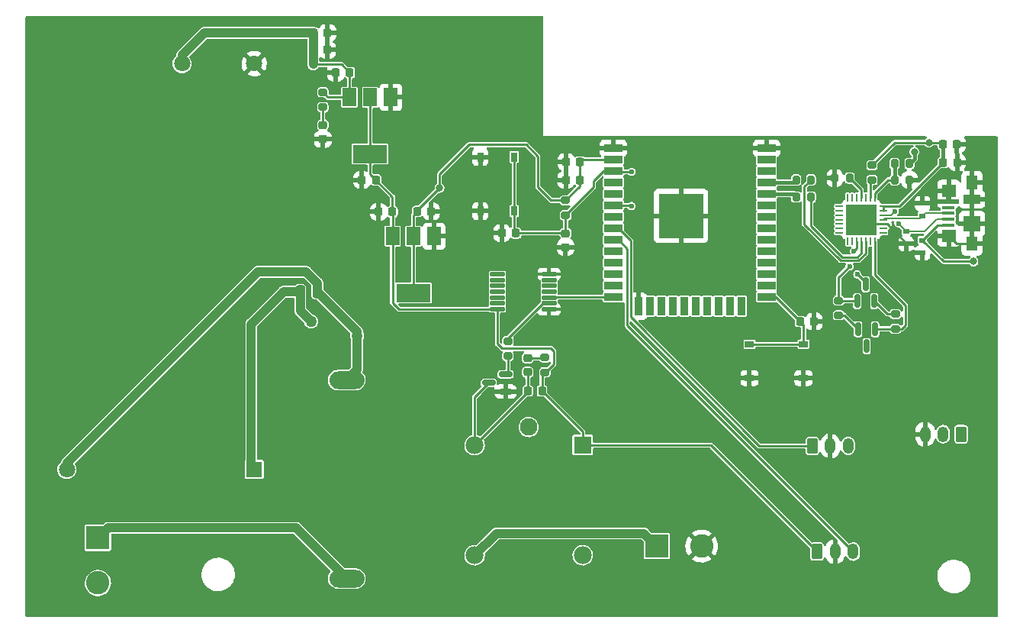
<source format=gbr>
%TF.GenerationSoftware,KiCad,Pcbnew,(6.0.0)*%
%TF.CreationDate,2022-03-31T09:21:52+03:00*%
%TF.ProjectId,FirePrevention,46697265-5072-4657-9665-6e74696f6e2e,rev?*%
%TF.SameCoordinates,Original*%
%TF.FileFunction,Copper,L1,Top*%
%TF.FilePolarity,Positive*%
%FSLAX46Y46*%
G04 Gerber Fmt 4.6, Leading zero omitted, Abs format (unit mm)*
G04 Created by KiCad (PCBNEW (6.0.0)) date 2022-03-31 09:21:52*
%MOMM*%
%LPD*%
G01*
G04 APERTURE LIST*
G04 Aperture macros list*
%AMRoundRect*
0 Rectangle with rounded corners*
0 $1 Rounding radius*
0 $2 $3 $4 $5 $6 $7 $8 $9 X,Y pos of 4 corners*
0 Add a 4 corners polygon primitive as box body*
4,1,4,$2,$3,$4,$5,$6,$7,$8,$9,$2,$3,0*
0 Add four circle primitives for the rounded corners*
1,1,$1+$1,$2,$3*
1,1,$1+$1,$4,$5*
1,1,$1+$1,$6,$7*
1,1,$1+$1,$8,$9*
0 Add four rect primitives between the rounded corners*
20,1,$1+$1,$2,$3,$4,$5,0*
20,1,$1+$1,$4,$5,$6,$7,0*
20,1,$1+$1,$6,$7,$8,$9,0*
20,1,$1+$1,$8,$9,$2,$3,0*%
G04 Aperture macros list end*
%TA.AperFunction,ComponentPad*%
%ADD10R,1.800000X1.800000*%
%TD*%
%TA.AperFunction,ComponentPad*%
%ADD11C,1.800000*%
%TD*%
%TA.AperFunction,SMDPad,CuDef*%
%ADD12R,2.000000X0.900000*%
%TD*%
%TA.AperFunction,SMDPad,CuDef*%
%ADD13R,0.900000X2.000000*%
%TD*%
%TA.AperFunction,SMDPad,CuDef*%
%ADD14R,5.000000X5.000000*%
%TD*%
%TA.AperFunction,SMDPad,CuDef*%
%ADD15RoundRect,0.225000X0.225000X0.250000X-0.225000X0.250000X-0.225000X-0.250000X0.225000X-0.250000X0*%
%TD*%
%TA.AperFunction,SMDPad,CuDef*%
%ADD16RoundRect,0.218750X0.256250X-0.218750X0.256250X0.218750X-0.256250X0.218750X-0.256250X-0.218750X0*%
%TD*%
%TA.AperFunction,SMDPad,CuDef*%
%ADD17RoundRect,0.200000X-0.200000X-0.275000X0.200000X-0.275000X0.200000X0.275000X-0.200000X0.275000X0*%
%TD*%
%TA.AperFunction,SMDPad,CuDef*%
%ADD18RoundRect,0.062500X0.337500X0.062500X-0.337500X0.062500X-0.337500X-0.062500X0.337500X-0.062500X0*%
%TD*%
%TA.AperFunction,SMDPad,CuDef*%
%ADD19RoundRect,0.062500X0.062500X0.337500X-0.062500X0.337500X-0.062500X-0.337500X0.062500X-0.337500X0*%
%TD*%
%TA.AperFunction,SMDPad,CuDef*%
%ADD20R,3.350000X3.350000*%
%TD*%
%TA.AperFunction,SMDPad,CuDef*%
%ADD21RoundRect,0.225000X-0.225000X-0.250000X0.225000X-0.250000X0.225000X0.250000X-0.225000X0.250000X0*%
%TD*%
%TA.AperFunction,SMDPad,CuDef*%
%ADD22R,0.750000X1.000000*%
%TD*%
%TA.AperFunction,ComponentPad*%
%ADD23C,1.270000*%
%TD*%
%TA.AperFunction,SMDPad,CuDef*%
%ADD24RoundRect,0.200000X0.200000X0.275000X-0.200000X0.275000X-0.200000X-0.275000X0.200000X-0.275000X0*%
%TD*%
%TA.AperFunction,SMDPad,CuDef*%
%ADD25R,1.380000X0.450000*%
%TD*%
%TA.AperFunction,SMDPad,CuDef*%
%ADD26R,1.300000X1.650000*%
%TD*%
%TA.AperFunction,SMDPad,CuDef*%
%ADD27R,1.550000X1.425000*%
%TD*%
%TA.AperFunction,SMDPad,CuDef*%
%ADD28R,1.900000X1.000000*%
%TD*%
%TA.AperFunction,SMDPad,CuDef*%
%ADD29R,1.900000X1.800000*%
%TD*%
%TA.AperFunction,SMDPad,CuDef*%
%ADD30R,0.700000X0.600000*%
%TD*%
%TA.AperFunction,ComponentPad*%
%ADD31O,3.900000X1.950000*%
%TD*%
%TA.AperFunction,SMDPad,CuDef*%
%ADD32RoundRect,0.150000X0.587500X0.150000X-0.587500X0.150000X-0.587500X-0.150000X0.587500X-0.150000X0*%
%TD*%
%TA.AperFunction,SMDPad,CuDef*%
%ADD33RoundRect,0.200000X0.275000X-0.200000X0.275000X0.200000X-0.275000X0.200000X-0.275000X-0.200000X0*%
%TD*%
%TA.AperFunction,SMDPad,CuDef*%
%ADD34RoundRect,0.200000X-0.275000X0.200000X-0.275000X-0.200000X0.275000X-0.200000X0.275000X0.200000X0*%
%TD*%
%TA.AperFunction,ComponentPad*%
%ADD35RoundRect,0.250000X-0.350000X-0.625000X0.350000X-0.625000X0.350000X0.625000X-0.350000X0.625000X0*%
%TD*%
%TA.AperFunction,ComponentPad*%
%ADD36O,1.200000X1.750000*%
%TD*%
%TA.AperFunction,SMDPad,CuDef*%
%ADD37RoundRect,0.150000X0.150000X-0.587500X0.150000X0.587500X-0.150000X0.587500X-0.150000X-0.587500X0*%
%TD*%
%TA.AperFunction,SMDPad,CuDef*%
%ADD38R,1.500000X2.000000*%
%TD*%
%TA.AperFunction,SMDPad,CuDef*%
%ADD39R,3.800000X2.000000*%
%TD*%
%TA.AperFunction,ComponentPad*%
%ADD40R,1.980000X1.980000*%
%TD*%
%TA.AperFunction,ComponentPad*%
%ADD41C,1.980000*%
%TD*%
%TA.AperFunction,ComponentPad*%
%ADD42C,1.935000*%
%TD*%
%TA.AperFunction,SMDPad,CuDef*%
%ADD43RoundRect,0.150000X-0.150000X0.587500X-0.150000X-0.587500X0.150000X-0.587500X0.150000X0.587500X0*%
%TD*%
%TA.AperFunction,ComponentPad*%
%ADD44RoundRect,0.250000X0.350000X0.625000X-0.350000X0.625000X-0.350000X-0.625000X0.350000X-0.625000X0*%
%TD*%
%TA.AperFunction,SMDPad,CuDef*%
%ADD45RoundRect,0.225000X-0.250000X0.225000X-0.250000X-0.225000X0.250000X-0.225000X0.250000X0.225000X0*%
%TD*%
%TA.AperFunction,SMDPad,CuDef*%
%ADD46R,1.000000X0.750000*%
%TD*%
%TA.AperFunction,ComponentPad*%
%ADD47R,2.600000X2.600000*%
%TD*%
%TA.AperFunction,ComponentPad*%
%ADD48C,2.600000*%
%TD*%
%TA.AperFunction,SMDPad,CuDef*%
%ADD49RoundRect,0.218750X0.218750X0.256250X-0.218750X0.256250X-0.218750X-0.256250X0.218750X-0.256250X0*%
%TD*%
%TA.AperFunction,SMDPad,CuDef*%
%ADD50RoundRect,0.020500X0.764500X0.184500X-0.764500X0.184500X-0.764500X-0.184500X0.764500X-0.184500X0*%
%TD*%
%TA.AperFunction,SMDPad,CuDef*%
%ADD51RoundRect,0.250000X0.250000X0.475000X-0.250000X0.475000X-0.250000X-0.475000X0.250000X-0.475000X0*%
%TD*%
%TA.AperFunction,ViaPad*%
%ADD52C,0.800000*%
%TD*%
%TA.AperFunction,ViaPad*%
%ADD53C,0.600000*%
%TD*%
%TA.AperFunction,Conductor*%
%ADD54C,1.000000*%
%TD*%
%TA.AperFunction,Conductor*%
%ADD55C,0.250000*%
%TD*%
%TA.AperFunction,Conductor*%
%ADD56C,0.400000*%
%TD*%
%TA.AperFunction,Conductor*%
%ADD57C,0.200000*%
%TD*%
G04 APERTURE END LIST*
D10*
%TO.P,PS1,1,VAC_IN_(N)*%
%TO.N,N*%
X116630000Y-116920000D03*
D11*
%TO.P,PS1,2,VAC_IN_(L)*%
%TO.N,Net-(C2-Pad1)*%
X95830000Y-116920000D03*
%TO.P,PS1,3,_+VOUT*%
%TO.N,+12V*%
X108630000Y-71920000D03*
%TO.P,PS1,4,-VOUT*%
%TO.N,GND*%
X116630000Y-71920000D03*
%TD*%
D12*
%TO.P,U4,1,GND*%
%TO.N,GND*%
X156500000Y-81295000D03*
%TO.P,U4,2,VDD*%
%TO.N,+3V3*%
X156500000Y-82565000D03*
%TO.P,U4,3,EN*%
%TO.N,EN*%
X156500000Y-83835000D03*
%TO.P,U4,4,SENSOR_VP*%
%TO.N,unconnected-(U4-Pad4)*%
X156500000Y-85105000D03*
%TO.P,U4,5,SENSOR_VN*%
%TO.N,unconnected-(U4-Pad5)*%
X156500000Y-86375000D03*
%TO.P,U4,6,IO34*%
%TO.N,TEMPERATURE_SENSOR*%
X156500000Y-87645000D03*
%TO.P,U4,7,IO35*%
%TO.N,unconnected-(U4-Pad7)*%
X156500000Y-88915000D03*
%TO.P,U4,8,IO32*%
%TO.N,FLAME_SENSOR_A*%
X156500000Y-90185000D03*
%TO.P,U4,9,IO33*%
%TO.N,GAS_SENSOR_A*%
X156500000Y-91455000D03*
%TO.P,U4,10,IO25*%
%TO.N,unconnected-(U4-Pad10)*%
X156500000Y-92725000D03*
%TO.P,U4,11,IO26*%
%TO.N,unconnected-(U4-Pad11)*%
X156500000Y-93995000D03*
%TO.P,U4,12,IO27*%
%TO.N,unconnected-(U4-Pad12)*%
X156500000Y-95265000D03*
%TO.P,U4,13,IO14*%
%TO.N,unconnected-(U4-Pad13)*%
X156500000Y-96535000D03*
%TO.P,U4,14,IO12*%
%TO.N,RELAY_3.3V*%
X156500000Y-97805000D03*
D13*
%TO.P,U4,15,GND*%
%TO.N,GND*%
X159285000Y-98805000D03*
%TO.P,U4,16,IO13*%
%TO.N,unconnected-(U4-Pad16)*%
X160555000Y-98805000D03*
%TO.P,U4,17,SHD/SD2*%
%TO.N,unconnected-(U4-Pad17)*%
X161825000Y-98805000D03*
%TO.P,U4,18,SWP/SD3*%
%TO.N,unconnected-(U4-Pad18)*%
X163095000Y-98805000D03*
%TO.P,U4,19,SCS/CMD*%
%TO.N,unconnected-(U4-Pad19)*%
X164365000Y-98805000D03*
%TO.P,U4,20,SCK/CLK*%
%TO.N,unconnected-(U4-Pad20)*%
X165635000Y-98805000D03*
%TO.P,U4,21,SDO/SD0*%
%TO.N,unconnected-(U4-Pad21)*%
X166905000Y-98805000D03*
%TO.P,U4,22,SDI/SD1*%
%TO.N,unconnected-(U4-Pad22)*%
X168175000Y-98805000D03*
%TO.P,U4,23,IO15*%
%TO.N,unconnected-(U4-Pad23)*%
X169445000Y-98805000D03*
%TO.P,U4,24,IO2*%
%TO.N,unconnected-(U4-Pad24)*%
X170715000Y-98805000D03*
D12*
%TO.P,U4,25,IO0*%
%TO.N,/IO0*%
X173500000Y-97805000D03*
%TO.P,U4,26,IO4*%
%TO.N,unconnected-(U4-Pad26)*%
X173500000Y-96535000D03*
%TO.P,U4,27,IO16*%
%TO.N,unconnected-(U4-Pad27)*%
X173500000Y-95265000D03*
%TO.P,U4,28,IO17*%
%TO.N,unconnected-(U4-Pad28)*%
X173500000Y-93995000D03*
%TO.P,U4,29,IO5*%
%TO.N,unconnected-(U4-Pad29)*%
X173500000Y-92725000D03*
%TO.P,U4,30,IO18*%
%TO.N,unconnected-(U4-Pad30)*%
X173500000Y-91455000D03*
%TO.P,U4,31,IO19*%
%TO.N,unconnected-(U4-Pad31)*%
X173500000Y-90185000D03*
%TO.P,U4,32,NC*%
%TO.N,unconnected-(U4-Pad32)*%
X173500000Y-88915000D03*
%TO.P,U4,33,IO21*%
%TO.N,unconnected-(U4-Pad33)*%
X173500000Y-87645000D03*
%TO.P,U4,34,RXD0/IO3*%
%TO.N,/RXD0*%
X173500000Y-86375000D03*
%TO.P,U4,35,TXD0/IO1*%
%TO.N,/TXD0*%
X173500000Y-85105000D03*
%TO.P,U4,36,IO22*%
%TO.N,unconnected-(U4-Pad36)*%
X173500000Y-83835000D03*
%TO.P,U4,37,IO23*%
%TO.N,unconnected-(U4-Pad37)*%
X173500000Y-82565000D03*
%TO.P,U4,38,GND*%
%TO.N,GND*%
X173500000Y-81295000D03*
D14*
%TO.P,U4,39,GND*%
X164000000Y-88795000D03*
%TD*%
D15*
%TO.P,C6,1*%
%TO.N,GND*%
X194625000Y-80860000D03*
%TO.P,C6,2*%
%TO.N,+3V3*%
X193075000Y-80860000D03*
%TD*%
D16*
%TO.P,D1,1,K*%
%TO.N,GND*%
X124250000Y-80297500D03*
%TO.P,D1,2,A*%
%TO.N,Net-(D1-Pad2)*%
X124250000Y-78722500D03*
%TD*%
D17*
%TO.P,R4,1*%
%TO.N,/TXD0*%
X176775000Y-84800000D03*
%TO.P,R4,2*%
%TO.N,/TXD*%
X178425000Y-84800000D03*
%TD*%
D18*
%TO.P,U3,1,~{DCD}*%
%TO.N,unconnected-(U3-Pad1)*%
X186450000Y-90700000D03*
%TO.P,U3,2,~{RI}/CLK*%
%TO.N,unconnected-(U3-Pad2)*%
X186450000Y-90200000D03*
%TO.P,U3,3,GND*%
%TO.N,GND*%
X186450000Y-89700000D03*
%TO.P,U3,4,D+*%
%TO.N,/USB_DP*%
X186450000Y-89200000D03*
%TO.P,U3,5,D-*%
%TO.N,/USB_DN*%
X186450000Y-88700000D03*
%TO.P,U3,6,VDD*%
%TO.N,+3V3*%
X186450000Y-88200000D03*
%TO.P,U3,7,VREGIN*%
X186450000Y-87700000D03*
D19*
%TO.P,U3,8,VBUS*%
%TO.N,Net-(R6-Pad2)*%
X185500000Y-86750000D03*
%TO.P,U3,9,~{RST}*%
%TO.N,Net-(R8-Pad1)*%
X185000000Y-86750000D03*
%TO.P,U3,10,NC*%
%TO.N,unconnected-(U3-Pad10)*%
X184500000Y-86750000D03*
%TO.P,U3,11,~{SUSPEND}*%
%TO.N,Net-(R9-Pad1)*%
X184000000Y-86750000D03*
%TO.P,U3,12,SUSPEND*%
%TO.N,unconnected-(U3-Pad12)*%
X183500000Y-86750000D03*
%TO.P,U3,13,CHREN*%
%TO.N,unconnected-(U3-Pad13)*%
X183000000Y-86750000D03*
%TO.P,U3,14,CHR1*%
%TO.N,unconnected-(U3-Pad14)*%
X182500000Y-86750000D03*
D18*
%TO.P,U3,15,CHR0*%
%TO.N,unconnected-(U3-Pad15)*%
X181550000Y-87700000D03*
%TO.P,U3,16,~{WAKEUP}/GPIO.3*%
%TO.N,unconnected-(U3-Pad16)*%
X181550000Y-88200000D03*
%TO.P,U3,17,RS485/GPIO.2*%
%TO.N,unconnected-(U3-Pad17)*%
X181550000Y-88700000D03*
%TO.P,U3,18,~{RXT}/GPIO.1*%
%TO.N,unconnected-(U3-Pad18)*%
X181550000Y-89200000D03*
%TO.P,U3,19,~{TXT}/GPIO.0*%
%TO.N,unconnected-(U3-Pad19)*%
X181550000Y-89700000D03*
%TO.P,U3,20,GPIO.6*%
%TO.N,unconnected-(U3-Pad20)*%
X181550000Y-90200000D03*
%TO.P,U3,21,GPIO.5*%
%TO.N,unconnected-(U3-Pad21)*%
X181550000Y-90700000D03*
D19*
%TO.P,U3,22,GPIO.4*%
%TO.N,unconnected-(U3-Pad22)*%
X182500000Y-91650000D03*
%TO.P,U3,23,~{CTS}*%
%TO.N,unconnected-(U3-Pad23)*%
X183000000Y-91650000D03*
%TO.P,U3,24,~{RTS}*%
%TO.N,/RTS*%
X183500000Y-91650000D03*
%TO.P,U3,25,RXD*%
%TO.N,/RXD*%
X184000000Y-91650000D03*
%TO.P,U3,26,TXD*%
%TO.N,/TXD*%
X184500000Y-91650000D03*
%TO.P,U3,27,~{DSR}*%
%TO.N,unconnected-(U3-Pad27)*%
X185000000Y-91650000D03*
%TO.P,U3,28,~{DTR}*%
%TO.N,/DTR*%
X185500000Y-91650000D03*
D20*
%TO.P,U3,29,GND*%
%TO.N,GND*%
X184000000Y-89200000D03*
%TD*%
D21*
%TO.P,C5,1*%
%TO.N,+12V*%
X123225000Y-68500000D03*
%TO.P,C5,2*%
%TO.N,GND*%
X124775000Y-68500000D03*
%TD*%
D22*
%TO.P,S1,A*%
%TO.N,GND*%
X141725000Y-88262500D03*
%TO.P,S1,B*%
X141725000Y-82262500D03*
%TO.P,S1,C*%
%TO.N,EN*%
X145475000Y-88262500D03*
%TO.P,S1,D*%
X145475000Y-82262500D03*
%TD*%
D23*
%TO.P,RV1,1*%
%TO.N,Net-(C2-Pad1)*%
X128050000Y-102100000D03*
%TO.P,RV1,2*%
%TO.N,N*%
X122950000Y-100500000D03*
%TD*%
D15*
%TO.P,C1,1*%
%TO.N,+12V*%
X127225000Y-72910000D03*
%TO.P,C1,2*%
%TO.N,GND*%
X125675000Y-72910000D03*
%TD*%
D24*
%TO.P,R9,1*%
%TO.N,Net-(R9-Pad1)*%
X182725000Y-84600000D03*
%TO.P,R9,2*%
%TO.N,GND*%
X181075000Y-84600000D03*
%TD*%
D16*
%TO.P,D5,1,K*%
%TO.N,Net-(D5-Pad1)*%
X146990000Y-106125000D03*
%TO.P,D5,2,A*%
%TO.N,Net-(D5-Pad2)*%
X146990000Y-104550000D03*
%TD*%
D25*
%TO.P,J2,1,VBUS*%
%TO.N,+5V*%
X193640000Y-89800000D03*
%TO.P,J2,2,D-*%
%TO.N,/USB_DN*%
X193640000Y-89150000D03*
%TO.P,J2,3,D+*%
%TO.N,/USB_DP*%
X193640000Y-88500000D03*
%TO.P,J2,4,ID*%
%TO.N,unconnected-(J2-Pad4)*%
X193640000Y-87850000D03*
%TO.P,J2,5,GND*%
%TO.N,GND*%
X193640000Y-87200000D03*
D26*
%TO.P,J2,6,Shield*%
X196300000Y-91875000D03*
D27*
X193725000Y-86012500D03*
D26*
X196300000Y-85125000D03*
D27*
X193725000Y-90987500D03*
D28*
X196300000Y-86950000D03*
D29*
X196300000Y-89650000D03*
%TD*%
D15*
%TO.P,C3,1*%
%TO.N,+5V*%
X130125000Y-84810000D03*
%TO.P,C3,2*%
%TO.N,GND*%
X128575000Y-84810000D03*
%TD*%
D30*
%TO.P,D2,1,A1*%
%TO.N,+5V*%
X190800000Y-91500000D03*
%TO.P,D2,2,A2*%
%TO.N,GND*%
X190800000Y-92900000D03*
%TD*%
D31*
%TO.P,F1,P$1*%
%TO.N,L*%
X126906750Y-129000000D03*
%TO.P,F1,P$2*%
%TO.N,Net-(C2-Pad1)*%
X126906750Y-107000000D03*
%TD*%
D15*
%TO.P,C14,1*%
%TO.N,+3V3*%
X152800000Y-82815000D03*
%TO.P,C14,2*%
%TO.N,GND*%
X151250000Y-82815000D03*
%TD*%
%TO.P,C4,1*%
%TO.N,+5V*%
X131975000Y-88350000D03*
%TO.P,C4,2*%
%TO.N,GND*%
X130425000Y-88350000D03*
%TD*%
D32*
%TO.P,Q3,1,E*%
%TO.N,GND*%
X144527500Y-108262500D03*
%TO.P,Q3,2,B*%
%TO.N,Net-(Q3-Pad2)*%
X144527500Y-106362500D03*
%TO.P,Q3,3,C*%
%TO.N,Net-(D5-Pad1)*%
X142652500Y-107312500D03*
%TD*%
D33*
%TO.P,R8,1*%
%TO.N,Net-(R8-Pad1)*%
X185200000Y-84825000D03*
%TO.P,R8,2*%
%TO.N,+3V3*%
X185200000Y-83175000D03*
%TD*%
D34*
%TO.P,R10,1*%
%TO.N,+3V3*%
X151200000Y-87075000D03*
%TO.P,R10,2*%
%TO.N,EN*%
X151200000Y-88725000D03*
%TD*%
D15*
%TO.P,C13,1*%
%TO.N,+3V3*%
X152775000Y-84800000D03*
%TO.P,C13,2*%
%TO.N,GND*%
X151225000Y-84800000D03*
%TD*%
D30*
%TO.P,D3,1,A1*%
%TO.N,/USB_DP*%
X190800000Y-88800000D03*
%TO.P,D3,2,A2*%
%TO.N,GND*%
X190800000Y-87400000D03*
%TD*%
D35*
%TO.P,J4,1,Pin_1*%
%TO.N,+5V*%
X179110000Y-126020000D03*
D36*
%TO.P,J4,2,Pin_2*%
%TO.N,GND*%
X181110000Y-126020000D03*
%TO.P,J4,3,Pin_3*%
%TO.N,GAS_SENSOR_A*%
X183110000Y-126020000D03*
%TD*%
D37*
%TO.P,Q2,1,E*%
%TO.N,/RTS*%
X183550000Y-98237500D03*
%TO.P,Q2,2,B*%
%TO.N,Net-(Q2-Pad2)*%
X185450000Y-98237500D03*
%TO.P,Q2,3,C*%
%TO.N,EN*%
X184500000Y-96362500D03*
%TD*%
D15*
%TO.P,C7,1*%
%TO.N,GND*%
X194650000Y-82860000D03*
%TO.P,C7,2*%
%TO.N,+3V3*%
X193100000Y-82860000D03*
%TD*%
D38*
%TO.P,U2,1,GND*%
%TO.N,GND*%
X136600000Y-91050000D03*
D39*
%TO.P,U2,2,VO*%
%TO.N,+3V3*%
X134300000Y-97350000D03*
D38*
X134300000Y-91050000D03*
%TO.P,U2,3,VI*%
%TO.N,+5V*%
X132000000Y-91050000D03*
%TD*%
D40*
%TO.P,K1,A1*%
%TO.N,+5V*%
X153100000Y-114212500D03*
D41*
%TO.P,K1,A2*%
%TO.N,Net-(D5-Pad1)*%
X141100000Y-114212500D03*
D42*
%TO.P,K1,COM*%
%TO.N,+12V*%
X147100000Y-112212500D03*
D41*
%TO.P,K1,NC*%
%TO.N,unconnected-(K1-PadNC)*%
X153100000Y-126412500D03*
%TO.P,K1,NO*%
%TO.N,ALARM*%
X141100000Y-126412500D03*
%TD*%
D33*
%TO.P,R2,1*%
%TO.N,/DTR*%
X187800000Y-101325000D03*
%TO.P,R2,2*%
%TO.N,Net-(Q2-Pad2)*%
X187800000Y-99675000D03*
%TD*%
D35*
%TO.P,J3,1,Pin_1*%
%TO.N,FLAME_SENSOR_A*%
X178560000Y-114300000D03*
D36*
%TO.P,J3,2,Pin_2*%
%TO.N,GND*%
X180560000Y-114300000D03*
%TO.P,J3,3,Pin_3*%
%TO.N,+5V*%
X182560000Y-114300000D03*
%TD*%
D43*
%TO.P,Q1,1,E*%
%TO.N,/DTR*%
X185550000Y-101362500D03*
%TO.P,Q1,2,B*%
%TO.N,Net-(Q1-Pad2)*%
X183650000Y-101362500D03*
%TO.P,Q1,3,C*%
%TO.N,/I00*%
X184600000Y-103237500D03*
%TD*%
D34*
%TO.P,R3,1*%
%TO.N,/RTS*%
X181500000Y-98175000D03*
%TO.P,R3,2*%
%TO.N,Net-(Q1-Pad2)*%
X181500000Y-99825000D03*
%TD*%
D44*
%TO.P,J6,1,Pin_1*%
%TO.N,+3V3*%
X195100000Y-113000000D03*
D36*
%TO.P,J6,2,Pin_2*%
%TO.N,TEMPERATURE_SENSOR*%
X193100000Y-113000000D03*
%TO.P,J6,3,Pin_3*%
%TO.N,GND*%
X191100000Y-113000000D03*
%TD*%
D21*
%TO.P,C9,1*%
%TO.N,+3V3*%
X134725000Y-88300000D03*
%TO.P,C9,2*%
%TO.N,GND*%
X136275000Y-88300000D03*
%TD*%
D45*
%TO.P,C11,1*%
%TO.N,EN*%
X151200000Y-90725000D03*
%TO.P,C11,2*%
%TO.N,GND*%
X151200000Y-92275000D03*
%TD*%
D21*
%TO.P,C8,1*%
%TO.N,+12V*%
X123200000Y-70400000D03*
%TO.P,C8,2*%
%TO.N,GND*%
X124750000Y-70400000D03*
%TD*%
D33*
%TO.P,R12,1*%
%TO.N,Net-(Q3-Pad2)*%
X144790000Y-104337500D03*
%TO.P,R12,2*%
%TO.N,RELAY_5V*%
X144790000Y-102687500D03*
%TD*%
%TO.P,R11,1*%
%TO.N,+5V*%
X148890000Y-106137500D03*
%TO.P,R11,2*%
%TO.N,Net-(D5-Pad2)*%
X148890000Y-104487500D03*
%TD*%
D46*
%TO.P,S2,A*%
%TO.N,GND*%
X177600000Y-106775000D03*
%TO.P,S2,B*%
X171600000Y-106775000D03*
%TO.P,S2,C*%
%TO.N,/IO0*%
X177600000Y-103025000D03*
%TO.P,S2,D*%
X171600000Y-103025000D03*
%TD*%
D47*
%TO.P,J1,1,Pin_1*%
%TO.N,L*%
X99295000Y-124500000D03*
D48*
%TO.P,J1,2,Pin_2*%
%TO.N,N*%
X99295000Y-129500000D03*
%TD*%
D49*
%TO.P,D6,1,K*%
%TO.N,+5V*%
X148577500Y-108212500D03*
%TO.P,D6,2,A*%
%TO.N,Net-(D5-Pad1)*%
X147002500Y-108212500D03*
%TD*%
D50*
%TO.P,U5,1,~{1OE}*%
%TO.N,GND*%
X149370000Y-99150000D03*
%TO.P,U5,2,1A*%
%TO.N,RELAY_5V*%
X149370000Y-98500000D03*
%TO.P,U5,3,1Y*%
%TO.N,RELAY_3.3V*%
X149370000Y-97850000D03*
%TO.P,U5,4,~{2OE}*%
%TO.N,unconnected-(U5-Pad4)*%
X149370000Y-97200000D03*
%TO.P,U5,5,2A*%
%TO.N,unconnected-(U5-Pad5)*%
X149370000Y-96550000D03*
%TO.P,U5,6,2Y*%
%TO.N,unconnected-(U5-Pad6)*%
X149370000Y-95900000D03*
%TO.P,U5,7,GND*%
%TO.N,GND*%
X149370000Y-95250000D03*
%TO.P,U5,8,3Y*%
%TO.N,unconnected-(U5-Pad8)*%
X143630000Y-95250000D03*
%TO.P,U5,9,3A*%
%TO.N,unconnected-(U5-Pad9)*%
X143630000Y-95900000D03*
%TO.P,U5,10,~{3OE}*%
%TO.N,unconnected-(U5-Pad10)*%
X143630000Y-96550000D03*
%TO.P,U5,11,4Y*%
%TO.N,unconnected-(U5-Pad11)*%
X143630000Y-97200000D03*
%TO.P,U5,12,4A*%
%TO.N,unconnected-(U5-Pad12)*%
X143630000Y-97850000D03*
%TO.P,U5,13,~{4OE}*%
%TO.N,unconnected-(U5-Pad13)*%
X143630000Y-98500000D03*
%TO.P,U5,14,VCC*%
%TO.N,+5V*%
X143630000Y-99150000D03*
%TD*%
D38*
%TO.P,U1,1,GND*%
%TO.N,GND*%
X131800000Y-75650000D03*
%TO.P,U1,2,VO*%
%TO.N,+5V*%
X129500000Y-75650000D03*
D39*
X129500000Y-81950000D03*
D38*
%TO.P,U1,3,VI*%
%TO.N,+12V*%
X127200000Y-75650000D03*
%TD*%
D30*
%TO.P,D4,1,A1*%
%TO.N,/USB_DN*%
X189000000Y-90500000D03*
%TO.P,D4,2,A2*%
%TO.N,GND*%
X189000000Y-91900000D03*
%TD*%
D24*
%TO.P,R6,1*%
%TO.N,+5V*%
X189350000Y-83000000D03*
%TO.P,R6,2*%
%TO.N,Net-(R6-Pad2)*%
X187700000Y-83000000D03*
%TD*%
D47*
%TO.P,J5,1,Pin_1*%
%TO.N,ALARM*%
X161300000Y-125405000D03*
D48*
%TO.P,J5,2,Pin_2*%
%TO.N,GND*%
X166300000Y-125405000D03*
%TD*%
D21*
%TO.P,C12,1*%
%TO.N,GND*%
X144125000Y-90700000D03*
%TO.P,C12,2*%
%TO.N,EN*%
X145675000Y-90700000D03*
%TD*%
D24*
%TO.P,R7,1*%
%TO.N,GND*%
X189375000Y-84800000D03*
%TO.P,R7,2*%
%TO.N,Net-(R6-Pad2)*%
X187725000Y-84800000D03*
%TD*%
D51*
%TO.P,C2,1*%
%TO.N,Net-(C2-Pad1)*%
X123650000Y-97200000D03*
%TO.P,C2,2*%
%TO.N,N*%
X121750000Y-97200000D03*
%TD*%
D15*
%TO.P,C10,1*%
%TO.N,GND*%
X178775000Y-100500000D03*
%TO.P,C10,2*%
%TO.N,/IO0*%
X177225000Y-100500000D03*
%TD*%
D34*
%TO.P,R1,1*%
%TO.N,+12V*%
X124250000Y-75085000D03*
%TO.P,R1,2*%
%TO.N,Net-(D1-Pad2)*%
X124250000Y-76735000D03*
%TD*%
D17*
%TO.P,R5,1*%
%TO.N,/RXD0*%
X176775000Y-86700000D03*
%TO.P,R5,2*%
%TO.N,/RXD*%
X178425000Y-86700000D03*
%TD*%
D52*
%TO.N,+12V*%
X123200000Y-72000000D03*
D53*
%TO.N,GND*%
X164380000Y-94500000D03*
X188310000Y-117550000D03*
X182010000Y-108390000D03*
X165780000Y-116140000D03*
X126090000Y-87300000D03*
X149300000Y-101080000D03*
X134900000Y-78490000D03*
X122380000Y-91420000D03*
X129420000Y-90940000D03*
X192680000Y-98090000D03*
X191550000Y-85870000D03*
X138200000Y-107970000D03*
X167700000Y-102380000D03*
X190020000Y-125400000D03*
X152940000Y-94840000D03*
X171610000Y-125040000D03*
X133580000Y-86400000D03*
X141010000Y-101510000D03*
X130960000Y-72980000D03*
X179050000Y-82540000D03*
X96150000Y-71280000D03*
X138990000Y-92710000D03*
X125190000Y-82270000D03*
X192260000Y-104540000D03*
X127270000Y-96280000D03*
X135070000Y-82660000D03*
X136110000Y-94300000D03*
X146110000Y-93050000D03*
X152870000Y-106660000D03*
X127410000Y-78940000D03*
X131050000Y-78560000D03*
X177850000Y-94240000D03*
X139790000Y-97560000D03*
X190620000Y-83820000D03*
X138850000Y-88440000D03*
D52*
%TO.N,+5V*%
X189920000Y-81690000D03*
X196450000Y-93850000D03*
%TO.N,+3V3*%
X137200000Y-85700000D03*
X191510000Y-80650000D03*
D53*
%TO.N,EN*%
X158520000Y-83920000D03*
X183560000Y-95270000D03*
%TO.N,/USB_DN*%
X188120000Y-89627500D03*
X187700000Y-88300000D03*
%TO.N,TEMPERATURE_SENSOR*%
X158500000Y-87700000D03*
%TO.N,/RTS*%
X183200000Y-92700000D03*
X182700000Y-94400000D03*
%TD*%
D54*
%TO.N,N*%
X119900000Y-97200000D02*
X121750000Y-97200000D01*
X116300000Y-116590000D02*
X116300000Y-100800000D01*
X116300000Y-100800000D02*
X119900000Y-97200000D01*
X116630000Y-116920000D02*
X116300000Y-116590000D01*
%TO.N,Net-(C2-Pad1)*%
X95830000Y-116207500D02*
X95830000Y-116920000D01*
X117037500Y-95000000D02*
X95830000Y-116207500D01*
X122400000Y-95000000D02*
X117037500Y-95000000D01*
X123650000Y-96250000D02*
X122400000Y-95000000D01*
X123650000Y-97200000D02*
X123650000Y-96250000D01*
%TO.N,+12V*%
X111120000Y-68500000D02*
X123225000Y-68500000D01*
X108630000Y-71920000D02*
X108630000Y-70990000D01*
X108630000Y-70990000D02*
X111120000Y-68500000D01*
D55*
X127225000Y-72910000D02*
X127200000Y-72935000D01*
X123200000Y-72000000D02*
X126315000Y-72000000D01*
X126315000Y-72000000D02*
X127225000Y-72910000D01*
X127200000Y-72935000D02*
X127200000Y-75650000D01*
D54*
X123200000Y-70400000D02*
X123200000Y-72000000D01*
X123225000Y-70375000D02*
X123200000Y-70400000D01*
D55*
X124815000Y-75650000D02*
X127200000Y-75650000D01*
X124250000Y-75085000D02*
X124815000Y-75650000D01*
D54*
X123225000Y-68500000D02*
X123225000Y-70375000D01*
D55*
%TO.N,GND*%
X186450000Y-89700000D02*
X184500000Y-89700000D01*
X194612500Y-91875000D02*
X193725000Y-90987500D01*
X196300000Y-91875000D02*
X194612500Y-91875000D01*
X186870000Y-89700000D02*
X189000000Y-91830000D01*
X189000000Y-91830000D02*
X189000000Y-91900000D01*
X186450000Y-89700000D02*
X186870000Y-89700000D01*
X184500000Y-89700000D02*
X184000000Y-89200000D01*
D54*
%TO.N,Net-(C2-Pad1)*%
X128050000Y-102100000D02*
X128050000Y-105856750D01*
X128050000Y-105856750D02*
X126906750Y-107000000D01*
X128050000Y-101600000D02*
X123650000Y-97200000D01*
X128050000Y-102100000D02*
X128050000Y-101600000D01*
%TO.N,N*%
X121750000Y-97200000D02*
X121750000Y-99300000D01*
X121750000Y-99300000D02*
X122950000Y-100500000D01*
D55*
%TO.N,+5V*%
X131975000Y-88350000D02*
X132000000Y-88375000D01*
D56*
X189920000Y-82430000D02*
X189350000Y-83000000D01*
D55*
X148890000Y-106137500D02*
X148952500Y-106137500D01*
X129500000Y-81950000D02*
X129500000Y-75650000D01*
X148577500Y-108212500D02*
X148577500Y-106450000D01*
X132000000Y-98455022D02*
X132694978Y-99150000D01*
X148577500Y-108212500D02*
X153100000Y-112735000D01*
X132000000Y-91050000D02*
X132000000Y-98455022D01*
X148577500Y-106450000D02*
X148890000Y-106137500D01*
X149880000Y-103790000D02*
X149590000Y-103500000D01*
X132000000Y-88375000D02*
X132000000Y-91050000D01*
X131975000Y-88350000D02*
X131975000Y-86660000D01*
X144142581Y-103500000D02*
X143630000Y-102987419D01*
X149880000Y-105210000D02*
X149880000Y-103790000D01*
X192500000Y-89800000D02*
X193640000Y-89800000D01*
D56*
X189920000Y-81690000D02*
X189920000Y-82430000D01*
D55*
X149590000Y-103500000D02*
X144142581Y-103500000D01*
X179110000Y-126010000D02*
X179110000Y-126020000D01*
X167312500Y-114212500D02*
X179110000Y-126010000D01*
X148952500Y-106137500D02*
X149880000Y-105210000D01*
X190800000Y-91500000D02*
X192500000Y-89800000D01*
X129500000Y-84185000D02*
X129500000Y-81950000D01*
X130125000Y-84810000D02*
X129500000Y-84185000D01*
X143630000Y-102987419D02*
X143630000Y-99150000D01*
X153100000Y-114212500D02*
X167312500Y-114212500D01*
X131975000Y-86660000D02*
X130125000Y-84810000D01*
X153100000Y-112735000D02*
X153100000Y-114212500D01*
X193150000Y-93850000D02*
X196450000Y-93850000D01*
X190800000Y-91500000D02*
X193150000Y-93850000D01*
X132694978Y-99150000D02*
X143630000Y-99150000D01*
%TO.N,+3V3*%
X153050000Y-82565000D02*
X156500000Y-82565000D01*
X134725000Y-88175000D02*
X137200000Y-85700000D01*
X193100000Y-82860000D02*
X188260000Y-87700000D01*
X152800000Y-82815000D02*
X153050000Y-82565000D01*
X152775000Y-84800000D02*
X152775000Y-85500000D01*
X146800000Y-80900000D02*
X148100000Y-82200000D01*
D56*
X193075000Y-80860000D02*
X193075000Y-82835000D01*
D55*
X134300000Y-97350000D02*
X134300000Y-91050000D01*
X191510000Y-80650000D02*
X192865000Y-80650000D01*
X192865000Y-80650000D02*
X193075000Y-80860000D01*
X186450000Y-87700000D02*
X186450000Y-88200000D01*
X134300000Y-88725000D02*
X134725000Y-88300000D01*
X187725000Y-80650000D02*
X185200000Y-83175000D01*
X140500000Y-80900000D02*
X146800000Y-80900000D01*
X137200000Y-85700000D02*
X137200000Y-84200000D01*
X134300000Y-91050000D02*
X134300000Y-88725000D01*
X137200000Y-84200000D02*
X140500000Y-80900000D01*
X148100000Y-82200000D02*
X148100000Y-85600000D01*
X134725000Y-88300000D02*
X134725000Y-88175000D01*
X152775000Y-85500000D02*
X151200000Y-87075000D01*
X148100000Y-85600000D02*
X149575000Y-87075000D01*
X152775000Y-82840000D02*
X152800000Y-82815000D01*
D56*
X193075000Y-82835000D02*
X193100000Y-82860000D01*
D55*
X149575000Y-87075000D02*
X151200000Y-87075000D01*
X191510000Y-80650000D02*
X187725000Y-80650000D01*
X152775000Y-84800000D02*
X152775000Y-82840000D01*
X188260000Y-87700000D02*
X186450000Y-87700000D01*
%TO.N,EN*%
X145475000Y-90500000D02*
X145675000Y-90700000D01*
X145475000Y-88262500D02*
X145475000Y-90500000D01*
X154300000Y-85600000D02*
X154300000Y-84900000D01*
X154300000Y-84900000D02*
X155365000Y-83835000D01*
X151200000Y-88725000D02*
X151200000Y-88700000D01*
X151175000Y-90700000D02*
X151200000Y-90725000D01*
X151200000Y-88725000D02*
X151200000Y-90725000D01*
X158520000Y-83920000D02*
X156585000Y-83920000D01*
X155365000Y-83835000D02*
X156500000Y-83835000D01*
X184500000Y-96210000D02*
X183560000Y-95270000D01*
X145675000Y-90700000D02*
X151175000Y-90700000D01*
X156585000Y-83920000D02*
X156500000Y-83835000D01*
X184500000Y-96362500D02*
X184500000Y-96210000D01*
X145475000Y-88262500D02*
X145475000Y-82262500D01*
X151200000Y-88700000D02*
X154300000Y-85600000D01*
%TO.N,Net-(D1-Pad2)*%
X124250000Y-78722500D02*
X124250000Y-76735000D01*
D57*
%TO.N,/USB_DP*%
X186450000Y-89200000D02*
X186550000Y-89100000D01*
X186550000Y-89100000D02*
X190500000Y-89100000D01*
X190500000Y-89100000D02*
X190800000Y-88800000D01*
X190800000Y-88800000D02*
X191100000Y-88500000D01*
X191100000Y-88500000D02*
X193640000Y-88500000D01*
%TO.N,/USB_DN*%
X188127500Y-89627500D02*
X189000000Y-90500000D01*
X191070000Y-90500000D02*
X189000000Y-90500000D01*
X192420000Y-89150000D02*
X191070000Y-90500000D01*
X188120000Y-89627500D02*
X188127500Y-89627500D01*
X186450000Y-88700000D02*
X187300000Y-88700000D01*
X193640000Y-89150000D02*
X192420000Y-89150000D01*
X187300000Y-88700000D02*
X187700000Y-88300000D01*
D55*
%TO.N,Net-(D5-Pad1)*%
X147002500Y-108212500D02*
X147002500Y-108310000D01*
X147002500Y-108310000D02*
X141100000Y-114212500D01*
X146990000Y-108200000D02*
X147002500Y-108212500D01*
X141100000Y-108865000D02*
X141100000Y-114212500D01*
X146990000Y-106125000D02*
X146990000Y-108200000D01*
X142652500Y-107312500D02*
X141100000Y-108865000D01*
%TO.N,Net-(D5-Pad2)*%
X148827500Y-104550000D02*
X148890000Y-104487500D01*
X146990000Y-104550000D02*
X148827500Y-104550000D01*
D54*
%TO.N,L*%
X100415000Y-123380000D02*
X121286750Y-123380000D01*
X99295000Y-124500000D02*
X100415000Y-123380000D01*
X121286750Y-123380000D02*
X126906750Y-129000000D01*
D55*
%TO.N,FLAME_SENSOR_A*%
X158410000Y-100020000D02*
X172690000Y-114300000D01*
X156500000Y-90185000D02*
X157050000Y-90185000D01*
X172690000Y-114300000D02*
X178560000Y-114300000D01*
X158410000Y-91545000D02*
X158410000Y-100020000D01*
X157050000Y-90185000D02*
X158410000Y-91545000D01*
%TO.N,GAS_SENSOR_A*%
X158032480Y-100942480D02*
X183110000Y-126020000D01*
X156500000Y-91455000D02*
X157050000Y-91455000D01*
X158032480Y-92437480D02*
X158032480Y-100942480D01*
X157050000Y-91455000D02*
X158032480Y-92437480D01*
D54*
%TO.N,ALARM*%
X143512500Y-124000000D02*
X159895000Y-124000000D01*
X159895000Y-124000000D02*
X161300000Y-125405000D01*
X141100000Y-126412500D02*
X143512500Y-124000000D01*
D55*
%TO.N,TEMPERATURE_SENSOR*%
X158445000Y-87645000D02*
X158500000Y-87700000D01*
X156500000Y-87645000D02*
X158445000Y-87645000D01*
%TO.N,/DTR*%
X188900000Y-100900000D02*
X188900000Y-98700000D01*
X188900000Y-98700000D02*
X185500000Y-95300000D01*
X187800000Y-101325000D02*
X185587500Y-101325000D01*
X185500000Y-95300000D02*
X185500000Y-91650000D01*
X185587500Y-101325000D02*
X185550000Y-101362500D01*
X187800000Y-101325000D02*
X188475000Y-101325000D01*
X188475000Y-101325000D02*
X188900000Y-100900000D01*
%TO.N,Net-(Q1-Pad2)*%
X182112500Y-99825000D02*
X183650000Y-101362500D01*
X181500000Y-99825000D02*
X182112500Y-99825000D01*
%TO.N,/RTS*%
X182700000Y-94400000D02*
X181500000Y-95600000D01*
X181500000Y-98175000D02*
X183487500Y-98175000D01*
X183200000Y-92700000D02*
X183500000Y-92400000D01*
X183487500Y-98175000D02*
X183550000Y-98237500D01*
X181500000Y-95600000D02*
X181500000Y-98175000D01*
X183500000Y-92400000D02*
X183500000Y-91650000D01*
%TO.N,Net-(Q2-Pad2)*%
X186887500Y-99675000D02*
X185450000Y-98237500D01*
X187800000Y-99675000D02*
X186887500Y-99675000D01*
%TO.N,Net-(Q3-Pad2)*%
X144790000Y-104337500D02*
X144790000Y-106100000D01*
X144790000Y-106100000D02*
X144527500Y-106362500D01*
%TO.N,/TXD*%
X183703862Y-93730031D02*
X181696137Y-93730031D01*
X177700000Y-85525000D02*
X178425000Y-84800000D01*
X184500000Y-91650000D02*
X184500000Y-92933894D01*
X184500000Y-92933894D02*
X183703862Y-93730031D01*
X181696137Y-93730031D02*
X177700000Y-89733894D01*
X177700000Y-89733894D02*
X177700000Y-85525000D01*
%TO.N,/RXD*%
X181852511Y-93352511D02*
X178425000Y-89925000D01*
X184000000Y-91650000D02*
X184000000Y-92900000D01*
X183547489Y-93352511D02*
X181852511Y-93352511D01*
X184000000Y-92900000D02*
X183547489Y-93352511D01*
X178425000Y-89925000D02*
X178425000Y-86700000D01*
%TO.N,Net-(R6-Pad2)*%
X187000000Y-84800000D02*
X187725000Y-84800000D01*
D56*
X187700000Y-84775000D02*
X187725000Y-84800000D01*
D55*
X185500000Y-86750000D02*
X185500000Y-86300000D01*
X185500000Y-86300000D02*
X187000000Y-84800000D01*
D56*
X187700000Y-83000000D02*
X187700000Y-84775000D01*
D55*
%TO.N,Net-(R8-Pad1)*%
X185000000Y-85025000D02*
X185200000Y-84825000D01*
X185000000Y-86750000D02*
X185000000Y-85025000D01*
%TO.N,Net-(R9-Pad1)*%
X182725000Y-84600000D02*
X184000000Y-85875000D01*
X184000000Y-85875000D02*
X184000000Y-86750000D01*
%TO.N,RELAY_5V*%
X148684892Y-98500000D02*
X144790000Y-102394892D01*
X149370000Y-98500000D02*
X148684892Y-98500000D01*
X144790000Y-102394892D02*
X144790000Y-102687500D01*
%TO.N,RELAY_3.3V*%
X149370000Y-97850000D02*
X149415000Y-97805000D01*
X149415000Y-97805000D02*
X156500000Y-97805000D01*
D56*
%TO.N,/TXD0*%
X176470000Y-85105000D02*
X176775000Y-84800000D01*
X173500000Y-85105000D02*
X176470000Y-85105000D01*
%TO.N,/RXD0*%
X173500000Y-86375000D02*
X176450000Y-86375000D01*
X176450000Y-86375000D02*
X176775000Y-86700000D01*
D55*
%TO.N,/IO0*%
X177600000Y-103025000D02*
X171600000Y-103025000D01*
X177600000Y-100875000D02*
X177600000Y-103025000D01*
X177225000Y-100500000D02*
X177600000Y-100875000D01*
X174530000Y-97805000D02*
X177225000Y-100500000D01*
X173500000Y-97805000D02*
X174530000Y-97805000D01*
%TD*%
%TA.AperFunction,Conductor*%
%TO.N,GND*%
G36*
X148672121Y-66670002D02*
G01*
X148718614Y-66723658D01*
X148730000Y-66776000D01*
X148730000Y-79960000D01*
X191133747Y-79960000D01*
X191201868Y-79980002D01*
X191248361Y-80033658D01*
X191258465Y-80103932D01*
X191228971Y-80168512D01*
X191210451Y-80185962D01*
X191117379Y-80257379D01*
X191081688Y-80303893D01*
X191065335Y-80325204D01*
X191007997Y-80367071D01*
X190965373Y-80374500D01*
X187764543Y-80374500D01*
X187739961Y-80372079D01*
X187737171Y-80371524D01*
X187725000Y-80369103D01*
X187697867Y-80374500D01*
X187624825Y-80389029D01*
X187617505Y-80390485D01*
X187549378Y-80436006D01*
X187549377Y-80436007D01*
X187526376Y-80451376D01*
X187519485Y-80461689D01*
X187517898Y-80464064D01*
X187502228Y-80483156D01*
X185397789Y-82587595D01*
X185335477Y-82621621D01*
X185308694Y-82624500D01*
X184891782Y-82624500D01*
X184887232Y-82625170D01*
X184887229Y-82625170D01*
X184832574Y-82633216D01*
X184832573Y-82633216D01*
X184822888Y-82634642D01*
X184785454Y-82653021D01*
X184727493Y-82681478D01*
X184727491Y-82681479D01*
X184718145Y-82686068D01*
X184635707Y-82768650D01*
X184631134Y-82778006D01*
X184631133Y-82778007D01*
X184616877Y-82807172D01*
X184584464Y-82873482D01*
X184583052Y-82883162D01*
X184577206Y-82923236D01*
X184574500Y-82941782D01*
X184574500Y-83408218D01*
X184575170Y-83412768D01*
X184575170Y-83412771D01*
X184583216Y-83467426D01*
X184584642Y-83477112D01*
X184588958Y-83485902D01*
X184627471Y-83564344D01*
X184636068Y-83581855D01*
X184643438Y-83589212D01*
X184702329Y-83648000D01*
X184718650Y-83664293D01*
X184728006Y-83668866D01*
X184728007Y-83668867D01*
X184740120Y-83674788D01*
X184823482Y-83715536D01*
X184849859Y-83719384D01*
X184887256Y-83724840D01*
X184887260Y-83724840D01*
X184891782Y-83725500D01*
X185508218Y-83725500D01*
X185512768Y-83724830D01*
X185512771Y-83724830D01*
X185567426Y-83716784D01*
X185567427Y-83716784D01*
X185577112Y-83715358D01*
X185641010Y-83683986D01*
X185672507Y-83668522D01*
X185672509Y-83668521D01*
X185681855Y-83663932D01*
X185746353Y-83599321D01*
X185756935Y-83588721D01*
X185756935Y-83588720D01*
X185764293Y-83581350D01*
X185769430Y-83570842D01*
X185801839Y-83504539D01*
X185815536Y-83476518D01*
X185825500Y-83408218D01*
X185825500Y-82991306D01*
X185845502Y-82923185D01*
X185862405Y-82902211D01*
X187802211Y-80962405D01*
X187864523Y-80928379D01*
X187891306Y-80925500D01*
X189693697Y-80925500D01*
X189761818Y-80945502D01*
X189808311Y-80999158D01*
X189818415Y-81069432D01*
X189788921Y-81134012D01*
X189741914Y-81167909D01*
X189650007Y-81205977D01*
X189650002Y-81205980D01*
X189642375Y-81209139D01*
X189527379Y-81297379D01*
X189439139Y-81412375D01*
X189383670Y-81546291D01*
X189364750Y-81690000D01*
X189383670Y-81833709D01*
X189439139Y-81967625D01*
X189527379Y-82082621D01*
X189532889Y-82086849D01*
X189566621Y-82148630D01*
X189569500Y-82175409D01*
X189569500Y-82232628D01*
X189549498Y-82300749D01*
X189532595Y-82321723D01*
X189516723Y-82337595D01*
X189454411Y-82371621D01*
X189427628Y-82374500D01*
X189116782Y-82374500D01*
X189112232Y-82375170D01*
X189112229Y-82375170D01*
X189057574Y-82383216D01*
X189057573Y-82383216D01*
X189047888Y-82384642D01*
X188998655Y-82408814D01*
X188952493Y-82431478D01*
X188952491Y-82431479D01*
X188943145Y-82436068D01*
X188935787Y-82443438D01*
X188935788Y-82443438D01*
X188868426Y-82510918D01*
X188860707Y-82518650D01*
X188856134Y-82528006D01*
X188856133Y-82528007D01*
X188852903Y-82534615D01*
X188809464Y-82623482D01*
X188808052Y-82633162D01*
X188800334Y-82686068D01*
X188799500Y-82691782D01*
X188799500Y-83308218D01*
X188800170Y-83312768D01*
X188800170Y-83312771D01*
X188808178Y-83367170D01*
X188809642Y-83377112D01*
X188832727Y-83424131D01*
X188856445Y-83472438D01*
X188861068Y-83481855D01*
X188943650Y-83564293D01*
X189022584Y-83602877D01*
X189074999Y-83650762D01*
X189093206Y-83719384D01*
X189071422Y-83786956D01*
X189016564Y-83832024D01*
X189004928Y-83836310D01*
X188888757Y-83872715D01*
X188875012Y-83878921D01*
X188741426Y-83959824D01*
X188729557Y-83969131D01*
X188619131Y-84079557D01*
X188609824Y-84091426D01*
X188528921Y-84225012D01*
X188522715Y-84238757D01*
X188481550Y-84370116D01*
X188442093Y-84429138D01*
X188376989Y-84457458D01*
X188306909Y-84446085D01*
X188254103Y-84398629D01*
X188248213Y-84387967D01*
X188218523Y-84327495D01*
X188218522Y-84327493D01*
X188213932Y-84318145D01*
X188143494Y-84247830D01*
X188138721Y-84243065D01*
X188138720Y-84243065D01*
X188131350Y-84235707D01*
X188121992Y-84231133D01*
X188121991Y-84231132D01*
X188121163Y-84230727D01*
X188120236Y-84229880D01*
X188113515Y-84225086D01*
X188114096Y-84224271D01*
X188068748Y-84182840D01*
X188050500Y-84117529D01*
X188050500Y-83666930D01*
X188070502Y-83598809D01*
X188100888Y-83566862D01*
X188106855Y-83563932D01*
X188161364Y-83509328D01*
X188181935Y-83488721D01*
X188181935Y-83488720D01*
X188189293Y-83481350D01*
X188194934Y-83469811D01*
X188236240Y-83385306D01*
X188240536Y-83376518D01*
X188250500Y-83308218D01*
X188250500Y-82691782D01*
X188246542Y-82664891D01*
X188241784Y-82632574D01*
X188241784Y-82632573D01*
X188240358Y-82622888D01*
X188201079Y-82542885D01*
X188193522Y-82527493D01*
X188193521Y-82527491D01*
X188188932Y-82518145D01*
X188126920Y-82456241D01*
X188113721Y-82443065D01*
X188113720Y-82443065D01*
X188106350Y-82435707D01*
X188074287Y-82420034D01*
X188051333Y-82408814D01*
X188001518Y-82384464D01*
X187971027Y-82380016D01*
X187937744Y-82375160D01*
X187937740Y-82375160D01*
X187933218Y-82374500D01*
X187466782Y-82374500D01*
X187462232Y-82375170D01*
X187462229Y-82375170D01*
X187407574Y-82383216D01*
X187407573Y-82383216D01*
X187397888Y-82384642D01*
X187348655Y-82408814D01*
X187302493Y-82431478D01*
X187302491Y-82431479D01*
X187293145Y-82436068D01*
X187285787Y-82443438D01*
X187285788Y-82443438D01*
X187218426Y-82510918D01*
X187210707Y-82518650D01*
X187206134Y-82528006D01*
X187206133Y-82528007D01*
X187202903Y-82534615D01*
X187159464Y-82623482D01*
X187158052Y-82633162D01*
X187150334Y-82686068D01*
X187149500Y-82691782D01*
X187149500Y-83308218D01*
X187150170Y-83312768D01*
X187150170Y-83312771D01*
X187158178Y-83367170D01*
X187159642Y-83377112D01*
X187182727Y-83424131D01*
X187206445Y-83472438D01*
X187211068Y-83481855D01*
X187293650Y-83564293D01*
X187298481Y-83566654D01*
X187340511Y-83620186D01*
X187349500Y-83666924D01*
X187349500Y-84152532D01*
X187329498Y-84220653D01*
X187312675Y-84241548D01*
X187235707Y-84318650D01*
X187231134Y-84328006D01*
X187231133Y-84328007D01*
X187188760Y-84414694D01*
X187184464Y-84423482D01*
X187183053Y-84433156D01*
X187182264Y-84435708D01*
X187143038Y-84494884D01*
X187078046Y-84523459D01*
X187061883Y-84524500D01*
X187039543Y-84524500D01*
X187014961Y-84522079D01*
X187012171Y-84521524D01*
X187000000Y-84519103D01*
X186972867Y-84524500D01*
X186892505Y-84540485D01*
X186824378Y-84586006D01*
X186824377Y-84586007D01*
X186801376Y-84601376D01*
X186794485Y-84611689D01*
X186792898Y-84614064D01*
X186777228Y-84633156D01*
X185490595Y-85919789D01*
X185428283Y-85953815D01*
X185357468Y-85948750D01*
X185300632Y-85906203D01*
X185275821Y-85839683D01*
X185275500Y-85830694D01*
X185275500Y-85501500D01*
X185295502Y-85433379D01*
X185349158Y-85386886D01*
X185401500Y-85375500D01*
X185508218Y-85375500D01*
X185512768Y-85374830D01*
X185512771Y-85374830D01*
X185567426Y-85366784D01*
X185567427Y-85366784D01*
X185577112Y-85365358D01*
X185651324Y-85328922D01*
X185672507Y-85318522D01*
X185672509Y-85318521D01*
X185681855Y-85313932D01*
X185764293Y-85231350D01*
X185815536Y-85126518D01*
X185824413Y-85065671D01*
X185824840Y-85062744D01*
X185824840Y-85062740D01*
X185825500Y-85058218D01*
X185825500Y-84591782D01*
X185820866Y-84560299D01*
X185816784Y-84532574D01*
X185816784Y-84532573D01*
X185815358Y-84522888D01*
X185783234Y-84457458D01*
X185768522Y-84427493D01*
X185768521Y-84427491D01*
X185763932Y-84418145D01*
X185717349Y-84371643D01*
X185688721Y-84343065D01*
X185688720Y-84343065D01*
X185681350Y-84335707D01*
X185671304Y-84330796D01*
X185639540Y-84315270D01*
X185576518Y-84284464D01*
X185546027Y-84280016D01*
X185512744Y-84275160D01*
X185512740Y-84275160D01*
X185508218Y-84274500D01*
X184891782Y-84274500D01*
X184887232Y-84275170D01*
X184887229Y-84275170D01*
X184832574Y-84283216D01*
X184832573Y-84283216D01*
X184822888Y-84284642D01*
X184795304Y-84298185D01*
X184727493Y-84331478D01*
X184727491Y-84331479D01*
X184718145Y-84336068D01*
X184708230Y-84346000D01*
X184653125Y-84401202D01*
X184635707Y-84418650D01*
X184631134Y-84428006D01*
X184631133Y-84428007D01*
X184616737Y-84457458D01*
X184584464Y-84523482D01*
X184583052Y-84533162D01*
X184575343Y-84586006D01*
X184574500Y-84591782D01*
X184574500Y-85058218D01*
X184575170Y-85062768D01*
X184575170Y-85062771D01*
X184583201Y-85117321D01*
X184584642Y-85127112D01*
X184602431Y-85163344D01*
X184629825Y-85219139D01*
X184636068Y-85231855D01*
X184643438Y-85239212D01*
X184643440Y-85239215D01*
X184687517Y-85283215D01*
X184721597Y-85345497D01*
X184724500Y-85372388D01*
X184724500Y-86074979D01*
X184704498Y-86143100D01*
X184650842Y-86189593D01*
X184587087Y-86200217D01*
X184583480Y-86199500D01*
X184416520Y-86199500D01*
X184412969Y-86200206D01*
X184344094Y-86187142D01*
X184292567Y-86138301D01*
X184275500Y-86074979D01*
X184275500Y-85914543D01*
X184277921Y-85889961D01*
X184278476Y-85887171D01*
X184280897Y-85875000D01*
X184277110Y-85855958D01*
X184267470Y-85807495D01*
X184261936Y-85779675D01*
X184259515Y-85767505D01*
X184254176Y-85759515D01*
X184244446Y-85744952D01*
X184213994Y-85699378D01*
X184213993Y-85699377D01*
X184211715Y-85695968D01*
X184198624Y-85676376D01*
X184185936Y-85667898D01*
X184166844Y-85652228D01*
X183312405Y-84797789D01*
X183278379Y-84735477D01*
X183275500Y-84708694D01*
X183275500Y-84291782D01*
X183269131Y-84248514D01*
X183266784Y-84232574D01*
X183266784Y-84232573D01*
X183265358Y-84222888D01*
X183227640Y-84146065D01*
X183218522Y-84127493D01*
X183218521Y-84127491D01*
X183213932Y-84118145D01*
X183131350Y-84035707D01*
X183109471Y-84025012D01*
X183061116Y-84001376D01*
X183026518Y-83984464D01*
X182996027Y-83980016D01*
X182962744Y-83975160D01*
X182962740Y-83975160D01*
X182958218Y-83974500D01*
X182491782Y-83974500D01*
X182487232Y-83975170D01*
X182487229Y-83975170D01*
X182432574Y-83983216D01*
X182432573Y-83983216D01*
X182422888Y-83984642D01*
X182372992Y-84009140D01*
X182327493Y-84031478D01*
X182327491Y-84031479D01*
X182318145Y-84036068D01*
X182295877Y-84058375D01*
X182262884Y-84091426D01*
X182235707Y-84118650D01*
X182204147Y-84183216D01*
X182201898Y-84187816D01*
X182154012Y-84240233D01*
X182085390Y-84258440D01*
X182017818Y-84236656D01*
X181972750Y-84181798D01*
X181968464Y-84170162D01*
X181927285Y-84038757D01*
X181921079Y-84025012D01*
X181840176Y-83891426D01*
X181830869Y-83879557D01*
X181720443Y-83769131D01*
X181708574Y-83759824D01*
X181574988Y-83678921D01*
X181561243Y-83672715D01*
X181411356Y-83625744D01*
X181398306Y-83623131D01*
X181343414Y-83618087D01*
X181331876Y-83621475D01*
X181330671Y-83622865D01*
X181329000Y-83630548D01*
X181329000Y-85564884D01*
X181333475Y-85580123D01*
X181334865Y-85581328D01*
X181339294Y-85582291D01*
X181398315Y-85576868D01*
X181411351Y-85574257D01*
X181561243Y-85527285D01*
X181574988Y-85521079D01*
X181708574Y-85440176D01*
X181720443Y-85430869D01*
X181830869Y-85320443D01*
X181840176Y-85308574D01*
X181921079Y-85174988D01*
X181927285Y-85161243D01*
X181968450Y-85029884D01*
X182007907Y-84970862D01*
X182073011Y-84942542D01*
X182143091Y-84953915D01*
X182195897Y-85001371D01*
X182201787Y-85012033D01*
X182229499Y-85068475D01*
X182236068Y-85081855D01*
X182318650Y-85164293D01*
X182328006Y-85168866D01*
X182328007Y-85168867D01*
X182344875Y-85177112D01*
X182423482Y-85215536D01*
X182452608Y-85219785D01*
X182487256Y-85224840D01*
X182487260Y-85224840D01*
X182491782Y-85225500D01*
X182908694Y-85225500D01*
X182976815Y-85245502D01*
X182997789Y-85262405D01*
X183687595Y-85952211D01*
X183721621Y-86014523D01*
X183724500Y-86041306D01*
X183724500Y-86074979D01*
X183704498Y-86143100D01*
X183650842Y-86189593D01*
X183587087Y-86200217D01*
X183583480Y-86199500D01*
X183416520Y-86199500D01*
X183354391Y-86211858D01*
X183330992Y-86227493D01*
X183320002Y-86234836D01*
X183252249Y-86256051D01*
X183179998Y-86234836D01*
X183169009Y-86227493D01*
X183145609Y-86211858D01*
X183083480Y-86199500D01*
X182916520Y-86199500D01*
X182854391Y-86211858D01*
X182830992Y-86227493D01*
X182820002Y-86234836D01*
X182752249Y-86256051D01*
X182679998Y-86234836D01*
X182669009Y-86227493D01*
X182645609Y-86211858D01*
X182583480Y-86199500D01*
X182416520Y-86199500D01*
X182354391Y-86211858D01*
X182344073Y-86218752D01*
X182344071Y-86218753D01*
X182303455Y-86245892D01*
X182283935Y-86258935D01*
X182277042Y-86269251D01*
X182243753Y-86319071D01*
X182243752Y-86319073D01*
X182236858Y-86329391D01*
X182224500Y-86391520D01*
X182224500Y-86932781D01*
X182204498Y-87000902D01*
X182150842Y-87047395D01*
X182142730Y-87050763D01*
X182086946Y-87071676D01*
X182071351Y-87080214D01*
X181969276Y-87156715D01*
X181956715Y-87169276D01*
X181880214Y-87271351D01*
X181871676Y-87286946D01*
X181850763Y-87342730D01*
X181808121Y-87399495D01*
X181741559Y-87424194D01*
X181732781Y-87424500D01*
X181191520Y-87424500D01*
X181129391Y-87436858D01*
X181119073Y-87443752D01*
X181119071Y-87443753D01*
X181070077Y-87476490D01*
X181058935Y-87483935D01*
X181052042Y-87494251D01*
X181018753Y-87544071D01*
X181018752Y-87544073D01*
X181011858Y-87554391D01*
X180999500Y-87616520D01*
X180999500Y-87783480D01*
X181011858Y-87845609D01*
X181033762Y-87878390D01*
X181034836Y-87879998D01*
X181056051Y-87947751D01*
X181034836Y-88020002D01*
X181011858Y-88054391D01*
X180999500Y-88116520D01*
X180999500Y-88283480D01*
X181011858Y-88345609D01*
X181019133Y-88356496D01*
X181034836Y-88379998D01*
X181056051Y-88447751D01*
X181034836Y-88520002D01*
X181011858Y-88554391D01*
X180999500Y-88616520D01*
X180999500Y-88783480D01*
X181011858Y-88845609D01*
X181021932Y-88860685D01*
X181034836Y-88879998D01*
X181056051Y-88947751D01*
X181034836Y-89020002D01*
X181011858Y-89054391D01*
X180999500Y-89116520D01*
X180999500Y-89283480D01*
X181011858Y-89345609D01*
X181018753Y-89355928D01*
X181034836Y-89379998D01*
X181056051Y-89447751D01*
X181034836Y-89520002D01*
X181011858Y-89554391D01*
X180999500Y-89616520D01*
X180999500Y-89783480D01*
X181011858Y-89845609D01*
X181026678Y-89867788D01*
X181034836Y-89879998D01*
X181056051Y-89947751D01*
X181034836Y-90020002D01*
X181011858Y-90054391D01*
X180999500Y-90116520D01*
X180999500Y-90283480D01*
X181011858Y-90345609D01*
X181018753Y-90355928D01*
X181034836Y-90379998D01*
X181056051Y-90447751D01*
X181034836Y-90520002D01*
X181011858Y-90554391D01*
X180999500Y-90616520D01*
X180999500Y-90783480D01*
X181011858Y-90845609D01*
X181018752Y-90855927D01*
X181018753Y-90855929D01*
X181027515Y-90869042D01*
X181058935Y-90916065D01*
X181069251Y-90922958D01*
X181119071Y-90956247D01*
X181119073Y-90956248D01*
X181129391Y-90963142D01*
X181191520Y-90975500D01*
X181732781Y-90975500D01*
X181800902Y-90995502D01*
X181847395Y-91049158D01*
X181850763Y-91057270D01*
X181871676Y-91113054D01*
X181880214Y-91128649D01*
X181956715Y-91230724D01*
X181969276Y-91243285D01*
X182071351Y-91319786D01*
X182086946Y-91328324D01*
X182142730Y-91349237D01*
X182199495Y-91391879D01*
X182224194Y-91458441D01*
X182224500Y-91467219D01*
X182224500Y-92008480D01*
X182236858Y-92070609D01*
X182243752Y-92080927D01*
X182243753Y-92080929D01*
X182265966Y-92114173D01*
X182283935Y-92141065D01*
X182294251Y-92147958D01*
X182344071Y-92181247D01*
X182344073Y-92181248D01*
X182354391Y-92188142D01*
X182416520Y-92200500D01*
X182583480Y-92200500D01*
X182645609Y-92188142D01*
X182679998Y-92165164D01*
X182747751Y-92143949D01*
X182820002Y-92165164D01*
X182854391Y-92188142D01*
X182852565Y-92190875D01*
X182892249Y-92222857D01*
X182914666Y-92290221D01*
X182897104Y-92359012D01*
X182883191Y-92378114D01*
X182819596Y-92450122D01*
X182764754Y-92566932D01*
X182763374Y-92575798D01*
X182746282Y-92685567D01*
X182746282Y-92685571D01*
X182744901Y-92694440D01*
X182746065Y-92703342D01*
X182746065Y-92703345D01*
X182760468Y-92813489D01*
X182760469Y-92813493D01*
X182761633Y-92822394D01*
X182765250Y-92830614D01*
X182795897Y-92900265D01*
X182805025Y-92970672D01*
X182774638Y-93034838D01*
X182714384Y-93072388D01*
X182680568Y-93077011D01*
X182018817Y-93077011D01*
X181950696Y-93057009D01*
X181929722Y-93040106D01*
X178737405Y-89847789D01*
X178703379Y-89785477D01*
X178700500Y-89758694D01*
X178700500Y-87406928D01*
X178720502Y-87338807D01*
X178770968Y-87293826D01*
X178831855Y-87263932D01*
X178890014Y-87205671D01*
X178906935Y-87188721D01*
X178906935Y-87188720D01*
X178914293Y-87181350D01*
X178919544Y-87170609D01*
X178941369Y-87125958D01*
X178965536Y-87076518D01*
X178975500Y-87008218D01*
X178975500Y-86391782D01*
X178965358Y-86322888D01*
X178930575Y-86252042D01*
X178918522Y-86227493D01*
X178918521Y-86227491D01*
X178913932Y-86218145D01*
X178831350Y-86135707D01*
X178808174Y-86124378D01*
X178761116Y-86101376D01*
X178726518Y-86084464D01*
X178696027Y-86080016D01*
X178662744Y-86075160D01*
X178662740Y-86075160D01*
X178658218Y-86074500D01*
X178191782Y-86074500D01*
X178187232Y-86075170D01*
X178187229Y-86075170D01*
X178122888Y-86084642D01*
X178122427Y-86081510D01*
X178067912Y-86082370D01*
X178007588Y-86044932D01*
X177977081Y-85980825D01*
X177975500Y-85960929D01*
X177975500Y-85691306D01*
X177995502Y-85623185D01*
X178012405Y-85602211D01*
X178152211Y-85462405D01*
X178214523Y-85428379D01*
X178241306Y-85425500D01*
X178658218Y-85425500D01*
X178662768Y-85424830D01*
X178662771Y-85424830D01*
X178717426Y-85416784D01*
X178717427Y-85416784D01*
X178727112Y-85415358D01*
X178789219Y-85384865D01*
X178822507Y-85368522D01*
X178822509Y-85368521D01*
X178831855Y-85363932D01*
X178884688Y-85311007D01*
X178906935Y-85288721D01*
X178906935Y-85288720D01*
X178914293Y-85281350D01*
X178919319Y-85271069D01*
X178938487Y-85231855D01*
X178965536Y-85176518D01*
X178974172Y-85117321D01*
X178974840Y-85112744D01*
X178974840Y-85112740D01*
X178975500Y-85108218D01*
X178975500Y-84928705D01*
X180167001Y-84928705D01*
X180167264Y-84934454D01*
X180173132Y-84998315D01*
X180175743Y-85011351D01*
X180222715Y-85161243D01*
X180228921Y-85174988D01*
X180309824Y-85308574D01*
X180319131Y-85320443D01*
X180429557Y-85430869D01*
X180441426Y-85440176D01*
X180575012Y-85521079D01*
X180588757Y-85527285D01*
X180738644Y-85574256D01*
X180751694Y-85576869D01*
X180806586Y-85581913D01*
X180818124Y-85578525D01*
X180819329Y-85577135D01*
X180821000Y-85569452D01*
X180821000Y-84872115D01*
X180816525Y-84856876D01*
X180815135Y-84855671D01*
X180807452Y-84854000D01*
X180185116Y-84854000D01*
X180169877Y-84858475D01*
X180168672Y-84859865D01*
X180167001Y-84867548D01*
X180167001Y-84928705D01*
X178975500Y-84928705D01*
X178975500Y-84491782D01*
X178966871Y-84433162D01*
X178966784Y-84432574D01*
X178966784Y-84432573D01*
X178965358Y-84422888D01*
X178937578Y-84366306D01*
X178918714Y-84327885D01*
X180167000Y-84327885D01*
X180171475Y-84343124D01*
X180172865Y-84344329D01*
X180180548Y-84346000D01*
X180802885Y-84346000D01*
X180818124Y-84341525D01*
X180819329Y-84340135D01*
X180821000Y-84332452D01*
X180821000Y-83635116D01*
X180816525Y-83619877D01*
X180815135Y-83618672D01*
X180810706Y-83617709D01*
X180751685Y-83623132D01*
X180738649Y-83625743D01*
X180588757Y-83672715D01*
X180575012Y-83678921D01*
X180441426Y-83759824D01*
X180429557Y-83769131D01*
X180319131Y-83879557D01*
X180309824Y-83891426D01*
X180228921Y-84025012D01*
X180222715Y-84038757D01*
X180175744Y-84188644D01*
X180173131Y-84201694D01*
X180167266Y-84265521D01*
X180167000Y-84271309D01*
X180167000Y-84327885D01*
X178918714Y-84327885D01*
X178918522Y-84327493D01*
X178918521Y-84327491D01*
X178913932Y-84318145D01*
X178843494Y-84247830D01*
X178838721Y-84243065D01*
X178838720Y-84243065D01*
X178831350Y-84235707D01*
X178819430Y-84229880D01*
X178783121Y-84212132D01*
X178726518Y-84184464D01*
X178696027Y-84180016D01*
X178662744Y-84175160D01*
X178662740Y-84175160D01*
X178658218Y-84174500D01*
X178191782Y-84174500D01*
X178187232Y-84175170D01*
X178187229Y-84175170D01*
X178132574Y-84183216D01*
X178132573Y-84183216D01*
X178122888Y-84184642D01*
X178088157Y-84201694D01*
X178027493Y-84231478D01*
X178027491Y-84231479D01*
X178018145Y-84236068D01*
X177935707Y-84318650D01*
X177931134Y-84328006D01*
X177931133Y-84328007D01*
X177923155Y-84344329D01*
X177884464Y-84423482D01*
X177874500Y-84491782D01*
X177874500Y-84908694D01*
X177854498Y-84976815D01*
X177837595Y-84997789D01*
X177533156Y-85302228D01*
X177514066Y-85317896D01*
X177502043Y-85325930D01*
X177434291Y-85347147D01*
X177417023Y-85342410D01*
X177439082Y-85401395D01*
X177436990Y-85435074D01*
X177421654Y-85512173D01*
X177419103Y-85525000D01*
X177421524Y-85537171D01*
X177422079Y-85539961D01*
X177424500Y-85564543D01*
X177424500Y-86074617D01*
X177404498Y-86142738D01*
X177350842Y-86189231D01*
X177280568Y-86199335D01*
X177215988Y-86169841D01*
X177209482Y-86163790D01*
X177188721Y-86143065D01*
X177188720Y-86143065D01*
X177181350Y-86135707D01*
X177158174Y-86124378D01*
X177111116Y-86101376D01*
X177076518Y-86084464D01*
X177046027Y-86080016D01*
X177012744Y-86075160D01*
X177012740Y-86075160D01*
X177008218Y-86074500D01*
X176669803Y-86074500D01*
X176621697Y-86062149D01*
X176621185Y-86063607D01*
X176617639Y-86062361D01*
X176612201Y-86060084D01*
X176606331Y-86055889D01*
X176561164Y-86042381D01*
X176555558Y-86040559D01*
X176518577Y-86027572D01*
X176518571Y-86027571D01*
X176511094Y-86024945D01*
X176505956Y-86024500D01*
X176503237Y-86024500D01*
X176501055Y-86024405D01*
X176500520Y-86024245D01*
X176500521Y-86024218D01*
X176500403Y-86024211D01*
X176494536Y-86022456D01*
X176444981Y-86024403D01*
X176440034Y-86024500D01*
X174775350Y-86024500D01*
X174707229Y-86004498D01*
X174660736Y-85950842D01*
X174650500Y-85912867D01*
X174650500Y-85910180D01*
X174641767Y-85866278D01*
X174634873Y-85855960D01*
X174634872Y-85855958D01*
X174608504Y-85816496D01*
X174610186Y-85815372D01*
X174583653Y-85766783D01*
X174588718Y-85695968D01*
X174609258Y-85664008D01*
X174608504Y-85663504D01*
X174634872Y-85624042D01*
X174634873Y-85624040D01*
X174641767Y-85613722D01*
X174650500Y-85569820D01*
X174650500Y-85567802D01*
X174676541Y-85503316D01*
X174734496Y-85462307D01*
X174775350Y-85455500D01*
X176419176Y-85455500D01*
X176438275Y-85457533D01*
X176443083Y-85457760D01*
X176453261Y-85459951D01*
X176483491Y-85456373D01*
X176488746Y-85456063D01*
X176488735Y-85455928D01*
X176493914Y-85455500D01*
X176499115Y-85455500D01*
X176504243Y-85454646D01*
X176504249Y-85454646D01*
X176516473Y-85452611D01*
X176522349Y-85451774D01*
X176558799Y-85447460D01*
X176558801Y-85447460D01*
X176569138Y-85446236D01*
X176576758Y-85442577D01*
X176585103Y-85441188D01*
X176594270Y-85436242D01*
X176604124Y-85432868D01*
X176605134Y-85435819D01*
X176646002Y-85425500D01*
X177008218Y-85425500D01*
X177012768Y-85424830D01*
X177012771Y-85424830D01*
X177067426Y-85416784D01*
X177067427Y-85416784D01*
X177077112Y-85415358D01*
X177139219Y-85384865D01*
X177172507Y-85368522D01*
X177172509Y-85368521D01*
X177181855Y-85363932D01*
X177224238Y-85321475D01*
X177286520Y-85287396D01*
X177331899Y-85290602D01*
X177318378Y-85275550D01*
X177307020Y-85205468D01*
X177311467Y-85184842D01*
X177315536Y-85176518D01*
X177324172Y-85117321D01*
X177324840Y-85112744D01*
X177324840Y-85112740D01*
X177325500Y-85108218D01*
X177325500Y-84491782D01*
X177316871Y-84433162D01*
X177316784Y-84432574D01*
X177316784Y-84432573D01*
X177315358Y-84422888D01*
X177287578Y-84366306D01*
X177268522Y-84327493D01*
X177268521Y-84327491D01*
X177263932Y-84318145D01*
X177193494Y-84247830D01*
X177188721Y-84243065D01*
X177188720Y-84243065D01*
X177181350Y-84235707D01*
X177169430Y-84229880D01*
X177133121Y-84212132D01*
X177076518Y-84184464D01*
X177046027Y-84180016D01*
X177012744Y-84175160D01*
X177012740Y-84175160D01*
X177008218Y-84174500D01*
X176541782Y-84174500D01*
X176537232Y-84175170D01*
X176537229Y-84175170D01*
X176482574Y-84183216D01*
X176482573Y-84183216D01*
X176472888Y-84184642D01*
X176438157Y-84201694D01*
X176377493Y-84231478D01*
X176377491Y-84231479D01*
X176368145Y-84236068D01*
X176285707Y-84318650D01*
X176281134Y-84328006D01*
X176281133Y-84328007D01*
X176273155Y-84344329D01*
X176234464Y-84423482D01*
X176224500Y-84491782D01*
X176224500Y-84628500D01*
X176204498Y-84696621D01*
X176150842Y-84743114D01*
X176098500Y-84754500D01*
X174775350Y-84754500D01*
X174707229Y-84734498D01*
X174660736Y-84680842D01*
X174650500Y-84642867D01*
X174650500Y-84640180D01*
X174641767Y-84596278D01*
X174634873Y-84585960D01*
X174634872Y-84585958D01*
X174608504Y-84546496D01*
X174610186Y-84545372D01*
X174583653Y-84496783D01*
X174588718Y-84425968D01*
X174609258Y-84394008D01*
X174608504Y-84393504D01*
X174634872Y-84354042D01*
X174634873Y-84354040D01*
X174641767Y-84343722D01*
X174650500Y-84299820D01*
X174650500Y-83370180D01*
X174641767Y-83326278D01*
X174634873Y-83315960D01*
X174634872Y-83315958D01*
X174608504Y-83276496D01*
X174610186Y-83275372D01*
X174583653Y-83226783D01*
X174588718Y-83155968D01*
X174609258Y-83124008D01*
X174608504Y-83123504D01*
X174634872Y-83084042D01*
X174634873Y-83084040D01*
X174641767Y-83073722D01*
X174650500Y-83029820D01*
X174650500Y-82318474D01*
X174670502Y-82250353D01*
X174724158Y-82203860D01*
X174732273Y-82200491D01*
X174738055Y-82198324D01*
X174753649Y-82189786D01*
X174855724Y-82113285D01*
X174868285Y-82100724D01*
X174944786Y-81998649D01*
X174953324Y-81983054D01*
X174998478Y-81862606D01*
X175002105Y-81847351D01*
X175007631Y-81796486D01*
X175008000Y-81789672D01*
X175008000Y-81567115D01*
X175003525Y-81551876D01*
X175002135Y-81550671D01*
X174994452Y-81549000D01*
X172010116Y-81549000D01*
X171994877Y-81553475D01*
X171993672Y-81554865D01*
X171992001Y-81562548D01*
X171992001Y-81789669D01*
X171992371Y-81796490D01*
X171997895Y-81847352D01*
X172001521Y-81862604D01*
X172046676Y-81983054D01*
X172055214Y-81998649D01*
X172131715Y-82100724D01*
X172144276Y-82113285D01*
X172246351Y-82189786D01*
X172261945Y-82198324D01*
X172267727Y-82200491D01*
X172324492Y-82243131D01*
X172349194Y-82309692D01*
X172349500Y-82318474D01*
X172349500Y-83029820D01*
X172358233Y-83073722D01*
X172365127Y-83084040D01*
X172365128Y-83084042D01*
X172391496Y-83123504D01*
X172389814Y-83124628D01*
X172416347Y-83173217D01*
X172411282Y-83244032D01*
X172390742Y-83275992D01*
X172391496Y-83276496D01*
X172365128Y-83315958D01*
X172365127Y-83315960D01*
X172358233Y-83326278D01*
X172349500Y-83370180D01*
X172349500Y-84299820D01*
X172358233Y-84343722D01*
X172365127Y-84354040D01*
X172365128Y-84354042D01*
X172391496Y-84393504D01*
X172389814Y-84394628D01*
X172416347Y-84443217D01*
X172411282Y-84514032D01*
X172390742Y-84545992D01*
X172391496Y-84546496D01*
X172365128Y-84585958D01*
X172365127Y-84585960D01*
X172358233Y-84596278D01*
X172349500Y-84640180D01*
X172349500Y-85569820D01*
X172358233Y-85613722D01*
X172365127Y-85624040D01*
X172365128Y-85624042D01*
X172391496Y-85663504D01*
X172389814Y-85664628D01*
X172416347Y-85713217D01*
X172411282Y-85784032D01*
X172390742Y-85815992D01*
X172391496Y-85816496D01*
X172365128Y-85855958D01*
X172365127Y-85855960D01*
X172358233Y-85866278D01*
X172349500Y-85910180D01*
X172349500Y-86839820D01*
X172358233Y-86883722D01*
X172365127Y-86894040D01*
X172365128Y-86894042D01*
X172391496Y-86933504D01*
X172389814Y-86934628D01*
X172416347Y-86983217D01*
X172411282Y-87054032D01*
X172390742Y-87085992D01*
X172391496Y-87086496D01*
X172365128Y-87125958D01*
X172365127Y-87125960D01*
X172358233Y-87136278D01*
X172349500Y-87180180D01*
X172349500Y-88109820D01*
X172358233Y-88153722D01*
X172365127Y-88164040D01*
X172365128Y-88164042D01*
X172391496Y-88203504D01*
X172389814Y-88204628D01*
X172416347Y-88253217D01*
X172411282Y-88324032D01*
X172390742Y-88355992D01*
X172391496Y-88356496D01*
X172365128Y-88395958D01*
X172365127Y-88395960D01*
X172358233Y-88406278D01*
X172349500Y-88450180D01*
X172349500Y-89379820D01*
X172358233Y-89423722D01*
X172365127Y-89434040D01*
X172365128Y-89434042D01*
X172391496Y-89473504D01*
X172389814Y-89474628D01*
X172416347Y-89523217D01*
X172411282Y-89594032D01*
X172390742Y-89625992D01*
X172391496Y-89626496D01*
X172365128Y-89665958D01*
X172365127Y-89665960D01*
X172358233Y-89676278D01*
X172349500Y-89720180D01*
X172349500Y-90649820D01*
X172358233Y-90693722D01*
X172365127Y-90704040D01*
X172365128Y-90704042D01*
X172391496Y-90743504D01*
X172389814Y-90744628D01*
X172416347Y-90793217D01*
X172411282Y-90864032D01*
X172390742Y-90895992D01*
X172391496Y-90896496D01*
X172365128Y-90935958D01*
X172365127Y-90935960D01*
X172358233Y-90946278D01*
X172349500Y-90990180D01*
X172349500Y-91919820D01*
X172358233Y-91963722D01*
X172365127Y-91974040D01*
X172365128Y-91974042D01*
X172391496Y-92013504D01*
X172389814Y-92014628D01*
X172416347Y-92063217D01*
X172411282Y-92134032D01*
X172390742Y-92165992D01*
X172391496Y-92166496D01*
X172365128Y-92205958D01*
X172365127Y-92205960D01*
X172358233Y-92216278D01*
X172349500Y-92260180D01*
X172349500Y-93189820D01*
X172358233Y-93233722D01*
X172365127Y-93244040D01*
X172365128Y-93244042D01*
X172391496Y-93283504D01*
X172389814Y-93284628D01*
X172416347Y-93333217D01*
X172411282Y-93404032D01*
X172390742Y-93435992D01*
X172391496Y-93436496D01*
X172365128Y-93475958D01*
X172365127Y-93475960D01*
X172358233Y-93486278D01*
X172349500Y-93530180D01*
X172349500Y-94459820D01*
X172358233Y-94503722D01*
X172365127Y-94514040D01*
X172365128Y-94514042D01*
X172391496Y-94553504D01*
X172389814Y-94554628D01*
X172416347Y-94603217D01*
X172411282Y-94674032D01*
X172390742Y-94705992D01*
X172391496Y-94706496D01*
X172365128Y-94745958D01*
X172365127Y-94745960D01*
X172358233Y-94756278D01*
X172349500Y-94800180D01*
X172349500Y-95729820D01*
X172358233Y-95773722D01*
X172365127Y-95784040D01*
X172365128Y-95784042D01*
X172391496Y-95823504D01*
X172389814Y-95824628D01*
X172416347Y-95873217D01*
X172411282Y-95944032D01*
X172390742Y-95975992D01*
X172391496Y-95976496D01*
X172365128Y-96015958D01*
X172365127Y-96015960D01*
X172358233Y-96026278D01*
X172349500Y-96070180D01*
X172349500Y-96999820D01*
X172358233Y-97043722D01*
X172365127Y-97054040D01*
X172365128Y-97054042D01*
X172391496Y-97093504D01*
X172389814Y-97094628D01*
X172416347Y-97143217D01*
X172411282Y-97214032D01*
X172390742Y-97245992D01*
X172391496Y-97246496D01*
X172365128Y-97285958D01*
X172365127Y-97285960D01*
X172358233Y-97296278D01*
X172349500Y-97340180D01*
X172349500Y-98269820D01*
X172358233Y-98313722D01*
X172365127Y-98324040D01*
X172365128Y-98324042D01*
X172372643Y-98335289D01*
X172391496Y-98363504D01*
X172401815Y-98370399D01*
X172430958Y-98389872D01*
X172430960Y-98389873D01*
X172441278Y-98396767D01*
X172485180Y-98405500D01*
X174514820Y-98405500D01*
X174558722Y-98396767D01*
X174569041Y-98389872D01*
X174569044Y-98389871D01*
X174576711Y-98384748D01*
X174644464Y-98363535D01*
X174712930Y-98382320D01*
X174735804Y-98400420D01*
X176587595Y-100252211D01*
X176621621Y-100314523D01*
X176624500Y-100341306D01*
X176624500Y-100785590D01*
X176625170Y-100790140D01*
X176625170Y-100790143D01*
X176632155Y-100837589D01*
X176635365Y-100859396D01*
X176658338Y-100906186D01*
X176682133Y-100954651D01*
X176690459Y-100971610D01*
X176697830Y-100978968D01*
X176768962Y-101049975D01*
X176778931Y-101059927D01*
X176788284Y-101064499D01*
X176815990Y-101078042D01*
X176891241Y-101114826D01*
X176900916Y-101116237D01*
X176900918Y-101116238D01*
X176959883Y-101124840D01*
X176959889Y-101124840D01*
X176964410Y-101125500D01*
X177198500Y-101125500D01*
X177266621Y-101145502D01*
X177313114Y-101199158D01*
X177324500Y-101251500D01*
X177324500Y-102373500D01*
X177304498Y-102441621D01*
X177250842Y-102488114D01*
X177198500Y-102499500D01*
X177085180Y-102499500D01*
X177041278Y-102508233D01*
X177030960Y-102515127D01*
X177030958Y-102515128D01*
X177001815Y-102534601D01*
X176991496Y-102541496D01*
X176984601Y-102551815D01*
X176965128Y-102580958D01*
X176965127Y-102580960D01*
X176958233Y-102591278D01*
X176949500Y-102635180D01*
X176949500Y-102637198D01*
X176923459Y-102701684D01*
X176865504Y-102742693D01*
X176824650Y-102749500D01*
X172375350Y-102749500D01*
X172307229Y-102729498D01*
X172260736Y-102675842D01*
X172250500Y-102637867D01*
X172250500Y-102635180D01*
X172241767Y-102591278D01*
X172234873Y-102580960D01*
X172234872Y-102580958D01*
X172215399Y-102551815D01*
X172208504Y-102541496D01*
X172198185Y-102534601D01*
X172169042Y-102515128D01*
X172169040Y-102515127D01*
X172158722Y-102508233D01*
X172114820Y-102499500D01*
X171085180Y-102499500D01*
X171041278Y-102508233D01*
X171030960Y-102515127D01*
X171030958Y-102515128D01*
X171001815Y-102534601D01*
X170991496Y-102541496D01*
X170984601Y-102551815D01*
X170965128Y-102580958D01*
X170965127Y-102580960D01*
X170958233Y-102591278D01*
X170949500Y-102635180D01*
X170949500Y-103414820D01*
X170958233Y-103458722D01*
X170965127Y-103469040D01*
X170965128Y-103469042D01*
X170984601Y-103498185D01*
X170991496Y-103508504D01*
X171001815Y-103515399D01*
X171030958Y-103534872D01*
X171030960Y-103534873D01*
X171041278Y-103541767D01*
X171085180Y-103550500D01*
X172114820Y-103550500D01*
X172158722Y-103541767D01*
X172169040Y-103534873D01*
X172169042Y-103534872D01*
X172198185Y-103515399D01*
X172208504Y-103508504D01*
X172215399Y-103498185D01*
X172234872Y-103469042D01*
X172234873Y-103469040D01*
X172241767Y-103458722D01*
X172250500Y-103414820D01*
X172250500Y-103412802D01*
X172276541Y-103348316D01*
X172334496Y-103307307D01*
X172375350Y-103300500D01*
X176824650Y-103300500D01*
X176892771Y-103320502D01*
X176939264Y-103374158D01*
X176949500Y-103412133D01*
X176949500Y-103414820D01*
X176958233Y-103458722D01*
X176965127Y-103469040D01*
X176965128Y-103469042D01*
X176984601Y-103498185D01*
X176991496Y-103508504D01*
X177001815Y-103515399D01*
X177030958Y-103534872D01*
X177030960Y-103534873D01*
X177041278Y-103541767D01*
X177085180Y-103550500D01*
X178114820Y-103550500D01*
X178158722Y-103541767D01*
X178169040Y-103534873D01*
X178169042Y-103534872D01*
X178198185Y-103515399D01*
X178208504Y-103508504D01*
X178215399Y-103498185D01*
X178234872Y-103469042D01*
X178234873Y-103469040D01*
X178241767Y-103458722D01*
X178250500Y-103414820D01*
X178250500Y-102635180D01*
X178241767Y-102591278D01*
X178234873Y-102580960D01*
X178234872Y-102580958D01*
X178215399Y-102551815D01*
X178208504Y-102541496D01*
X178198185Y-102534601D01*
X178169042Y-102515128D01*
X178169040Y-102515127D01*
X178158722Y-102508233D01*
X178114820Y-102499500D01*
X178001500Y-102499500D01*
X177933379Y-102479498D01*
X177886886Y-102425842D01*
X177875500Y-102373500D01*
X177875500Y-101416243D01*
X177895502Y-101348122D01*
X177949158Y-101301629D01*
X178019432Y-101291525D01*
X178081389Y-101319821D01*
X178081683Y-101319448D01*
X178083206Y-101320651D01*
X178084012Y-101321019D01*
X178085926Y-101322799D01*
X178098840Y-101332998D01*
X178231880Y-101415004D01*
X178245061Y-101421151D01*
X178393814Y-101470491D01*
X178407190Y-101473358D01*
X178498097Y-101482672D01*
X178503126Y-101482929D01*
X178518124Y-101478525D01*
X178519329Y-101477135D01*
X178521000Y-101469452D01*
X178521000Y-101464885D01*
X179029000Y-101464885D01*
X179033475Y-101480124D01*
X179034865Y-101481329D01*
X179042548Y-101483000D01*
X179045438Y-101483000D01*
X179051953Y-101482663D01*
X179144057Y-101473106D01*
X179157456Y-101470212D01*
X179306107Y-101420619D01*
X179319286Y-101414445D01*
X179452173Y-101332212D01*
X179463574Y-101323176D01*
X179573986Y-101212571D01*
X179582998Y-101201160D01*
X179665004Y-101068120D01*
X179671151Y-101054939D01*
X179720491Y-100906186D01*
X179723358Y-100892810D01*
X179732672Y-100801903D01*
X179733000Y-100795487D01*
X179733000Y-100772115D01*
X179728525Y-100756876D01*
X179727135Y-100755671D01*
X179719452Y-100754000D01*
X179047115Y-100754000D01*
X179031876Y-100758475D01*
X179030671Y-100759865D01*
X179029000Y-100767548D01*
X179029000Y-101464885D01*
X178521000Y-101464885D01*
X178521000Y-100227885D01*
X179029000Y-100227885D01*
X179033475Y-100243124D01*
X179034865Y-100244329D01*
X179042548Y-100246000D01*
X179714885Y-100246000D01*
X179730124Y-100241525D01*
X179731329Y-100240135D01*
X179733000Y-100232452D01*
X179733000Y-100204562D01*
X179732663Y-100198047D01*
X179723106Y-100105943D01*
X179720212Y-100092544D01*
X179708760Y-100058218D01*
X180874500Y-100058218D01*
X180875170Y-100062768D01*
X180875170Y-100062771D01*
X180879553Y-100092544D01*
X180884642Y-100127112D01*
X180897096Y-100152478D01*
X180928669Y-100216784D01*
X180936068Y-100231855D01*
X181018650Y-100314293D01*
X181123482Y-100365536D01*
X181146987Y-100368965D01*
X181187256Y-100374840D01*
X181187260Y-100374840D01*
X181191782Y-100375500D01*
X181808218Y-100375500D01*
X181812768Y-100374830D01*
X181812771Y-100374830D01*
X181867426Y-100366784D01*
X181867427Y-100366784D01*
X181877112Y-100365358D01*
X181932565Y-100338132D01*
X181972507Y-100318522D01*
X181972509Y-100318521D01*
X181981855Y-100313932D01*
X182007640Y-100288102D01*
X182069920Y-100254022D01*
X182140740Y-100259024D01*
X182185908Y-100288024D01*
X183162595Y-101264711D01*
X183196621Y-101327023D01*
X183199500Y-101353806D01*
X183199500Y-101994646D01*
X183202618Y-102020846D01*
X183248061Y-102123153D01*
X183327287Y-102202241D01*
X183337924Y-102206944D01*
X183337926Y-102206945D01*
X183397462Y-102233265D01*
X183429673Y-102247506D01*
X183455354Y-102250500D01*
X183844646Y-102250500D01*
X183848350Y-102250059D01*
X183848353Y-102250059D01*
X183855746Y-102249179D01*
X183870846Y-102247382D01*
X183973153Y-102201939D01*
X184052241Y-102122713D01*
X184062241Y-102100095D01*
X184093675Y-102028992D01*
X184097506Y-102020327D01*
X184100500Y-101994646D01*
X184100500Y-100730354D01*
X184097382Y-100704154D01*
X184083851Y-100673690D01*
X184056663Y-100612482D01*
X184051939Y-100601847D01*
X183972713Y-100522759D01*
X183962076Y-100518056D01*
X183962074Y-100518055D01*
X183902538Y-100491735D01*
X183870327Y-100477494D01*
X183844646Y-100474500D01*
X183455354Y-100474500D01*
X183451650Y-100474941D01*
X183451647Y-100474941D01*
X183444254Y-100475821D01*
X183429154Y-100477618D01*
X183420514Y-100481456D01*
X183420513Y-100481456D01*
X183369845Y-100503962D01*
X183326847Y-100523061D01*
X183326061Y-100521291D01*
X183272205Y-100538935D01*
X183203497Y-100521052D01*
X183179206Y-100502090D01*
X182335272Y-99658156D01*
X182319602Y-99639064D01*
X182318015Y-99636689D01*
X182311124Y-99626376D01*
X182288123Y-99611007D01*
X182289712Y-99608630D01*
X182289710Y-99608629D01*
X182288122Y-99611006D01*
X182259351Y-99591782D01*
X182230313Y-99572379D01*
X182230312Y-99572378D01*
X182219995Y-99565485D01*
X182207826Y-99563064D01*
X182207825Y-99563064D01*
X182194421Y-99560398D01*
X182188287Y-99559178D01*
X182125378Y-99526270D01*
X182099766Y-99491130D01*
X182068522Y-99427493D01*
X182068521Y-99427491D01*
X182063932Y-99418145D01*
X181981350Y-99335707D01*
X181967288Y-99328833D01*
X181925138Y-99308230D01*
X181876518Y-99284464D01*
X181846027Y-99280016D01*
X181812744Y-99275160D01*
X181812740Y-99275160D01*
X181808218Y-99274500D01*
X181191782Y-99274500D01*
X181187232Y-99275170D01*
X181187229Y-99275170D01*
X181132574Y-99283216D01*
X181132573Y-99283216D01*
X181122888Y-99284642D01*
X181074845Y-99308230D01*
X181027493Y-99331478D01*
X181027491Y-99331479D01*
X181018145Y-99336068D01*
X180935707Y-99418650D01*
X180931134Y-99428006D01*
X180931133Y-99428007D01*
X180922581Y-99445502D01*
X180884464Y-99523482D01*
X180883052Y-99533162D01*
X180876342Y-99579158D01*
X180874500Y-99591782D01*
X180874500Y-100058218D01*
X179708760Y-100058218D01*
X179670619Y-99943893D01*
X179664445Y-99930714D01*
X179582212Y-99797827D01*
X179573176Y-99786426D01*
X179462571Y-99676014D01*
X179451160Y-99667002D01*
X179318120Y-99584996D01*
X179304939Y-99578849D01*
X179156186Y-99529509D01*
X179142810Y-99526642D01*
X179051903Y-99517328D01*
X179046874Y-99517071D01*
X179031876Y-99521475D01*
X179030671Y-99522865D01*
X179029000Y-99530548D01*
X179029000Y-100227885D01*
X178521000Y-100227885D01*
X178521000Y-99535115D01*
X178516525Y-99519876D01*
X178515135Y-99518671D01*
X178507452Y-99517000D01*
X178504562Y-99517000D01*
X178498047Y-99517337D01*
X178405943Y-99526894D01*
X178392544Y-99529788D01*
X178243893Y-99579381D01*
X178230714Y-99585555D01*
X178097827Y-99667788D01*
X178086426Y-99676824D01*
X177976014Y-99787429D01*
X177967000Y-99798843D01*
X177883945Y-99933584D01*
X177831173Y-99981078D01*
X177761102Y-99992502D01*
X177695978Y-99964228D01*
X177687667Y-99956642D01*
X177686921Y-99955897D01*
X177671069Y-99940073D01*
X177558759Y-99885174D01*
X177549084Y-99883763D01*
X177549082Y-99883762D01*
X177490117Y-99875160D01*
X177490111Y-99875160D01*
X177485590Y-99874500D01*
X177041306Y-99874500D01*
X176973185Y-99854498D01*
X176952211Y-99837595D01*
X174752772Y-97638156D01*
X174737102Y-97619064D01*
X174735515Y-97616689D01*
X174728624Y-97606376D01*
X174706497Y-97591591D01*
X174660970Y-97537113D01*
X174650500Y-97486826D01*
X174650500Y-97340180D01*
X174641767Y-97296278D01*
X174634873Y-97285960D01*
X174634872Y-97285958D01*
X174608504Y-97246496D01*
X174610186Y-97245372D01*
X174583653Y-97196783D01*
X174588718Y-97125968D01*
X174609258Y-97094008D01*
X174608504Y-97093504D01*
X174634872Y-97054042D01*
X174634873Y-97054040D01*
X174641767Y-97043722D01*
X174650500Y-96999820D01*
X174650500Y-96070180D01*
X174641767Y-96026278D01*
X174634873Y-96015960D01*
X174634872Y-96015958D01*
X174608504Y-95976496D01*
X174610186Y-95975372D01*
X174583653Y-95926783D01*
X174588718Y-95855968D01*
X174609258Y-95824008D01*
X174608504Y-95823504D01*
X174634872Y-95784042D01*
X174634873Y-95784040D01*
X174641767Y-95773722D01*
X174650500Y-95729820D01*
X174650500Y-94800180D01*
X174641767Y-94756278D01*
X174634873Y-94745960D01*
X174634872Y-94745958D01*
X174608504Y-94706496D01*
X174610186Y-94705372D01*
X174583653Y-94656783D01*
X174588718Y-94585968D01*
X174609258Y-94554008D01*
X174608504Y-94553504D01*
X174634872Y-94514042D01*
X174634873Y-94514040D01*
X174641767Y-94503722D01*
X174650500Y-94459820D01*
X174650500Y-93530180D01*
X174641767Y-93486278D01*
X174634873Y-93475960D01*
X174634872Y-93475958D01*
X174608504Y-93436496D01*
X174610186Y-93435372D01*
X174583653Y-93386783D01*
X174588718Y-93315968D01*
X174609258Y-93284008D01*
X174608504Y-93283504D01*
X174634872Y-93244042D01*
X174634873Y-93244040D01*
X174641767Y-93233722D01*
X174650500Y-93189820D01*
X174650500Y-92260180D01*
X174641767Y-92216278D01*
X174634873Y-92205960D01*
X174634872Y-92205958D01*
X174608504Y-92166496D01*
X174610186Y-92165372D01*
X174583653Y-92116783D01*
X174588718Y-92045968D01*
X174609258Y-92014008D01*
X174608504Y-92013504D01*
X174634872Y-91974042D01*
X174634873Y-91974040D01*
X174641767Y-91963722D01*
X174650500Y-91919820D01*
X174650500Y-90990180D01*
X174641767Y-90946278D01*
X174634873Y-90935960D01*
X174634872Y-90935958D01*
X174608504Y-90896496D01*
X174610186Y-90895372D01*
X174583653Y-90846783D01*
X174588718Y-90775968D01*
X174609258Y-90744008D01*
X174608504Y-90743504D01*
X174634872Y-90704042D01*
X174634873Y-90704040D01*
X174641767Y-90693722D01*
X174650500Y-90649820D01*
X174650500Y-89720180D01*
X174641767Y-89676278D01*
X174634873Y-89665960D01*
X174634872Y-89665958D01*
X174608504Y-89626496D01*
X174610186Y-89625372D01*
X174583653Y-89576783D01*
X174588718Y-89505968D01*
X174609258Y-89474008D01*
X174608504Y-89473504D01*
X174634872Y-89434042D01*
X174634873Y-89434040D01*
X174641767Y-89423722D01*
X174650500Y-89379820D01*
X174650500Y-88450180D01*
X174641767Y-88406278D01*
X174634873Y-88395960D01*
X174634872Y-88395958D01*
X174608504Y-88356496D01*
X174610186Y-88355372D01*
X174583653Y-88306783D01*
X174588718Y-88235968D01*
X174609258Y-88204008D01*
X174608504Y-88203504D01*
X174634872Y-88164042D01*
X174634873Y-88164040D01*
X174641767Y-88153722D01*
X174650500Y-88109820D01*
X174650500Y-87180180D01*
X174641767Y-87136278D01*
X174634873Y-87125960D01*
X174634872Y-87125958D01*
X174608504Y-87086496D01*
X174610186Y-87085372D01*
X174583653Y-87036783D01*
X174588718Y-86965968D01*
X174609258Y-86934008D01*
X174608504Y-86933504D01*
X174634872Y-86894042D01*
X174634873Y-86894040D01*
X174641767Y-86883722D01*
X174650500Y-86839820D01*
X174650500Y-86837802D01*
X174676541Y-86773316D01*
X174734496Y-86732307D01*
X174775350Y-86725500D01*
X176098500Y-86725500D01*
X176166621Y-86745502D01*
X176213114Y-86799158D01*
X176224500Y-86851500D01*
X176224500Y-87008218D01*
X176225170Y-87012768D01*
X176225170Y-87012771D01*
X176233216Y-87067426D01*
X176234642Y-87077112D01*
X176250043Y-87108480D01*
X176280547Y-87170609D01*
X176286068Y-87181855D01*
X176314127Y-87209865D01*
X176359212Y-87254871D01*
X176368650Y-87264293D01*
X176473482Y-87315536D01*
X176503973Y-87319984D01*
X176537256Y-87324840D01*
X176537260Y-87324840D01*
X176541782Y-87325500D01*
X177008218Y-87325500D01*
X177012768Y-87324830D01*
X177012771Y-87324830D01*
X177067426Y-87316784D01*
X177067427Y-87316784D01*
X177077112Y-87315358D01*
X177130129Y-87289328D01*
X177172507Y-87268522D01*
X177172510Y-87268520D01*
X177181855Y-87263932D01*
X177209327Y-87236412D01*
X177271609Y-87202333D01*
X177342429Y-87207336D01*
X177399302Y-87249833D01*
X177424171Y-87316332D01*
X177424500Y-87325430D01*
X177424500Y-89694351D01*
X177422079Y-89718933D01*
X177419103Y-89733894D01*
X177424500Y-89761026D01*
X177424500Y-89761027D01*
X177440485Y-89841389D01*
X177443305Y-89845609D01*
X177485996Y-89909500D01*
X177501376Y-89932518D01*
X177513905Y-89940890D01*
X177514064Y-89940996D01*
X177533156Y-89956666D01*
X181473365Y-93896875D01*
X181489035Y-93915967D01*
X181497513Y-93928655D01*
X181507826Y-93935546D01*
X181520514Y-93944024D01*
X181518925Y-93946401D01*
X181518929Y-93946404D01*
X181520518Y-93944027D01*
X181529257Y-93949866D01*
X181588642Y-93989546D01*
X181669004Y-94005531D01*
X181683965Y-94008507D01*
X181683966Y-94008507D01*
X181696137Y-94010928D01*
X181711098Y-94007952D01*
X181735680Y-94005531D01*
X182189128Y-94005531D01*
X182257249Y-94025533D01*
X182303742Y-94079189D01*
X182313846Y-94149463D01*
X182303183Y-94185079D01*
X182279243Y-94236071D01*
X182264754Y-94266932D01*
X182263374Y-94275798D01*
X182246282Y-94385567D01*
X182246282Y-94385571D01*
X182244901Y-94394440D01*
X182246065Y-94403344D01*
X182245956Y-94412316D01*
X182242470Y-94412273D01*
X182234078Y-94465843D01*
X182209228Y-94501156D01*
X181333156Y-95377228D01*
X181314064Y-95392898D01*
X181301376Y-95401376D01*
X181286007Y-95424377D01*
X181283630Y-95422788D01*
X181283629Y-95422790D01*
X181286006Y-95424378D01*
X181268531Y-95450532D01*
X181268528Y-95450534D01*
X181268529Y-95450535D01*
X181240485Y-95492505D01*
X181232938Y-95530448D01*
X181219103Y-95600000D01*
X181221524Y-95612171D01*
X181222079Y-95614961D01*
X181224500Y-95639543D01*
X181224500Y-97511861D01*
X181204498Y-97579982D01*
X181150842Y-97626475D01*
X181135892Y-97632185D01*
X181132574Y-97633216D01*
X181122888Y-97634642D01*
X181072992Y-97659140D01*
X181027493Y-97681478D01*
X181027491Y-97681479D01*
X181018145Y-97686068D01*
X180935707Y-97768650D01*
X180931134Y-97778006D01*
X180931133Y-97778007D01*
X180922159Y-97796367D01*
X180884464Y-97873482D01*
X180874500Y-97941782D01*
X180874500Y-98408218D01*
X180875170Y-98412768D01*
X180875170Y-98412771D01*
X180880724Y-98450500D01*
X180884642Y-98477112D01*
X180896555Y-98501376D01*
X180926574Y-98562517D01*
X180936068Y-98581855D01*
X181018650Y-98664293D01*
X181123482Y-98715536D01*
X181153973Y-98719984D01*
X181187256Y-98724840D01*
X181187260Y-98724840D01*
X181191782Y-98725500D01*
X181808218Y-98725500D01*
X181812768Y-98724830D01*
X181812771Y-98724830D01*
X181867426Y-98716784D01*
X181867427Y-98716784D01*
X181877112Y-98715358D01*
X181933182Y-98687829D01*
X181972507Y-98668522D01*
X181972509Y-98668521D01*
X181981855Y-98663932D01*
X182050548Y-98595119D01*
X182056935Y-98588721D01*
X182056935Y-98588720D01*
X182064293Y-98581350D01*
X182093711Y-98521167D01*
X182141596Y-98468750D01*
X182206911Y-98450500D01*
X182973500Y-98450500D01*
X183041621Y-98470502D01*
X183088114Y-98524158D01*
X183099500Y-98576500D01*
X183099500Y-98869646D01*
X183102618Y-98895846D01*
X183106456Y-98904486D01*
X183106456Y-98904487D01*
X183143140Y-98987074D01*
X183148061Y-98998153D01*
X183156294Y-99006372D01*
X183156295Y-99006373D01*
X183187835Y-99037858D01*
X183227287Y-99077241D01*
X183237924Y-99081944D01*
X183237926Y-99081945D01*
X183297462Y-99108265D01*
X183329673Y-99122506D01*
X183355354Y-99125500D01*
X183744646Y-99125500D01*
X183748350Y-99125059D01*
X183748353Y-99125059D01*
X183755746Y-99124179D01*
X183770846Y-99122382D01*
X183825941Y-99097910D01*
X183862518Y-99081663D01*
X183873153Y-99076939D01*
X183882617Y-99067459D01*
X183919457Y-99030554D01*
X183952241Y-98997713D01*
X183957711Y-98985342D01*
X183993675Y-98903992D01*
X183997506Y-98895327D01*
X184000500Y-98869646D01*
X184000500Y-97605354D01*
X183997382Y-97579154D01*
X183985033Y-97551351D01*
X183956663Y-97487482D01*
X183951939Y-97476847D01*
X183930898Y-97455842D01*
X183880945Y-97405977D01*
X183872713Y-97397759D01*
X183862076Y-97393056D01*
X183862074Y-97393055D01*
X183787789Y-97360214D01*
X183770327Y-97352494D01*
X183744646Y-97349500D01*
X183355354Y-97349500D01*
X183351650Y-97349941D01*
X183351647Y-97349941D01*
X183344254Y-97350821D01*
X183329154Y-97352618D01*
X183226847Y-97398061D01*
X183147759Y-97477287D01*
X183143056Y-97487924D01*
X183143055Y-97487926D01*
X183121310Y-97537113D01*
X183102494Y-97579673D01*
X183099500Y-97605354D01*
X183099500Y-97773500D01*
X183079498Y-97841621D01*
X183025842Y-97888114D01*
X182973500Y-97899500D01*
X182206928Y-97899500D01*
X182138807Y-97879498D01*
X182093826Y-97829032D01*
X182063932Y-97768145D01*
X181981350Y-97685707D01*
X181949479Y-97670128D01*
X181885303Y-97638758D01*
X181885302Y-97638758D01*
X181876518Y-97634464D01*
X181866844Y-97633053D01*
X181864292Y-97632264D01*
X181805116Y-97593038D01*
X181776541Y-97528046D01*
X181775500Y-97511883D01*
X181775500Y-95766306D01*
X181795502Y-95698185D01*
X181812405Y-95677211D01*
X182225176Y-95264440D01*
X183104901Y-95264440D01*
X183106065Y-95273342D01*
X183106065Y-95273345D01*
X183120468Y-95383489D01*
X183120469Y-95383493D01*
X183121633Y-95392394D01*
X183173605Y-95510510D01*
X183179382Y-95517383D01*
X183179383Y-95517384D01*
X183209924Y-95553717D01*
X183256639Y-95609291D01*
X183364060Y-95680796D01*
X183487233Y-95719278D01*
X183496203Y-95719442D01*
X183496207Y-95719443D01*
X183571301Y-95720819D01*
X183639044Y-95742066D01*
X183658087Y-95757703D01*
X184012595Y-96112211D01*
X184046621Y-96174523D01*
X184049500Y-96201306D01*
X184049500Y-96994646D01*
X184049941Y-96998350D01*
X184049941Y-96998353D01*
X184049978Y-96998660D01*
X184052618Y-97020846D01*
X184098061Y-97123153D01*
X184106294Y-97131372D01*
X184106295Y-97131373D01*
X184113230Y-97138296D01*
X184177287Y-97202241D01*
X184187924Y-97206944D01*
X184187926Y-97206945D01*
X184203957Y-97214032D01*
X184279673Y-97247506D01*
X184305354Y-97250500D01*
X184694646Y-97250500D01*
X184698350Y-97250059D01*
X184698353Y-97250059D01*
X184707628Y-97248955D01*
X184720846Y-97247382D01*
X184734832Y-97241170D01*
X184812518Y-97206663D01*
X184823153Y-97201939D01*
X184902241Y-97122713D01*
X184914658Y-97094628D01*
X184943675Y-97028992D01*
X184947506Y-97020327D01*
X184950500Y-96994646D01*
X184950500Y-95730354D01*
X184947382Y-95704154D01*
X184942247Y-95692592D01*
X184906663Y-95612482D01*
X184901939Y-95601847D01*
X184892292Y-95592216D01*
X184830945Y-95530977D01*
X184822713Y-95522759D01*
X184812076Y-95518056D01*
X184812074Y-95518055D01*
X184730940Y-95482186D01*
X184720327Y-95477494D01*
X184694646Y-95474500D01*
X184305354Y-95474500D01*
X184301650Y-95474941D01*
X184301647Y-95474941D01*
X184288539Y-95476501D01*
X184288538Y-95476501D01*
X184279154Y-95477618D01*
X184270517Y-95481455D01*
X184261398Y-95483961D01*
X184260785Y-95481731D01*
X184203421Y-95489369D01*
X184139151Y-95459205D01*
X184133556Y-95453940D01*
X184051850Y-95372234D01*
X184017824Y-95309922D01*
X184016030Y-95281133D01*
X184014997Y-95281120D01*
X184015074Y-95274859D01*
X184015074Y-95274853D01*
X184015133Y-95270000D01*
X183996839Y-95142259D01*
X183952618Y-95045000D01*
X183947145Y-95032962D01*
X183947143Y-95032959D01*
X183943428Y-95024788D01*
X183872280Y-94942216D01*
X183865051Y-94933826D01*
X183865049Y-94933824D01*
X183859193Y-94927028D01*
X183750906Y-94856841D01*
X183742311Y-94854271D01*
X183742310Y-94854270D01*
X183635874Y-94822438D01*
X183635872Y-94822438D01*
X183627273Y-94819866D01*
X183618298Y-94819811D01*
X183618297Y-94819811D01*
X183563641Y-94819477D01*
X183498231Y-94819078D01*
X183486475Y-94822438D01*
X183382786Y-94852072D01*
X183382784Y-94852073D01*
X183374155Y-94854539D01*
X183366565Y-94859328D01*
X183295096Y-94904422D01*
X183265019Y-94923399D01*
X183259076Y-94930128D01*
X183259075Y-94930129D01*
X183207561Y-94988458D01*
X183179596Y-95020122D01*
X183175782Y-95028245D01*
X183175781Y-95028247D01*
X183170669Y-95039135D01*
X183124754Y-95136932D01*
X183123374Y-95145798D01*
X183106282Y-95255567D01*
X183106282Y-95255571D01*
X183104901Y-95264440D01*
X182225176Y-95264440D01*
X182602237Y-94887379D01*
X182664549Y-94853353D01*
X182693639Y-94850495D01*
X182756255Y-94851643D01*
X182818505Y-94834671D01*
X182872092Y-94820062D01*
X182872093Y-94820062D01*
X182880755Y-94817700D01*
X182888405Y-94813003D01*
X182888407Y-94813002D01*
X182983072Y-94754878D01*
X182983075Y-94754875D01*
X182990724Y-94750179D01*
X182996750Y-94743522D01*
X183071300Y-94661161D01*
X183071303Y-94661157D01*
X183077322Y-94654507D01*
X183133588Y-94538375D01*
X183140581Y-94496812D01*
X183154190Y-94415917D01*
X183154997Y-94411120D01*
X183155133Y-94400000D01*
X183145684Y-94334021D01*
X183138112Y-94281145D01*
X183138111Y-94281142D01*
X183136839Y-94272259D01*
X183133125Y-94264091D01*
X183133124Y-94264087D01*
X183096566Y-94183683D01*
X183086578Y-94113392D01*
X183116179Y-94048860D01*
X183175969Y-94010576D01*
X183211266Y-94005531D01*
X183664319Y-94005531D01*
X183688899Y-94007952D01*
X183691689Y-94008507D01*
X183691691Y-94008507D01*
X183703862Y-94010928D01*
X183730994Y-94005531D01*
X183730995Y-94005531D01*
X183811357Y-93989546D01*
X183870742Y-93949866D01*
X183879482Y-93944026D01*
X183882049Y-93947867D01*
X183882052Y-93947865D01*
X183879485Y-93944024D01*
X183892173Y-93935546D01*
X183902486Y-93928655D01*
X183910964Y-93915967D01*
X183926634Y-93896875D01*
X184666841Y-93156668D01*
X184685933Y-93140998D01*
X184688307Y-93139412D01*
X184688308Y-93139411D01*
X184698624Y-93132518D01*
X184759515Y-93041389D01*
X184775500Y-92961027D01*
X184775500Y-92961023D01*
X184780896Y-92933894D01*
X184777921Y-92918937D01*
X184775500Y-92894357D01*
X184775500Y-92325021D01*
X184795502Y-92256900D01*
X184849158Y-92210407D01*
X184912913Y-92199783D01*
X184916520Y-92200500D01*
X185083480Y-92200500D01*
X185087031Y-92199794D01*
X185155906Y-92212858D01*
X185207433Y-92261699D01*
X185224500Y-92325021D01*
X185224500Y-95260457D01*
X185222079Y-95285039D01*
X185219103Y-95300000D01*
X185224500Y-95327132D01*
X185224500Y-95327133D01*
X185240485Y-95407495D01*
X185247380Y-95417814D01*
X185251766Y-95424378D01*
X185285256Y-95474499D01*
X185287340Y-95477618D01*
X185301376Y-95498624D01*
X185313905Y-95506996D01*
X185314064Y-95507102D01*
X185333156Y-95522772D01*
X188587595Y-98777211D01*
X188621621Y-98839523D01*
X188624500Y-98866306D01*
X188624500Y-99256333D01*
X188604498Y-99324454D01*
X188550842Y-99370947D01*
X188480568Y-99381051D01*
X188415988Y-99351557D01*
X188385397Y-99311864D01*
X188368522Y-99277493D01*
X188368521Y-99277491D01*
X188363932Y-99268145D01*
X188281350Y-99185707D01*
X188176518Y-99134464D01*
X188146027Y-99130016D01*
X188112744Y-99125160D01*
X188112740Y-99125160D01*
X188108218Y-99124500D01*
X187491782Y-99124500D01*
X187487232Y-99125170D01*
X187487229Y-99125170D01*
X187432574Y-99133216D01*
X187432573Y-99133216D01*
X187422888Y-99134642D01*
X187372992Y-99159140D01*
X187327493Y-99181478D01*
X187327491Y-99181479D01*
X187318145Y-99186068D01*
X187310787Y-99193438D01*
X187310788Y-99193438D01*
X187248003Y-99256333D01*
X187235707Y-99268650D01*
X187231134Y-99278006D01*
X187231133Y-99278007D01*
X187206289Y-99328833D01*
X187158404Y-99381250D01*
X187093089Y-99399500D01*
X187053806Y-99399500D01*
X186985685Y-99379498D01*
X186964711Y-99362595D01*
X185937405Y-98335289D01*
X185903379Y-98272977D01*
X185900500Y-98246194D01*
X185900500Y-97605354D01*
X185897382Y-97579154D01*
X185885033Y-97551351D01*
X185856663Y-97487482D01*
X185851939Y-97476847D01*
X185830898Y-97455842D01*
X185780945Y-97405977D01*
X185772713Y-97397759D01*
X185762076Y-97393056D01*
X185762074Y-97393055D01*
X185687789Y-97360214D01*
X185670327Y-97352494D01*
X185644646Y-97349500D01*
X185255354Y-97349500D01*
X185251650Y-97349941D01*
X185251647Y-97349941D01*
X185244254Y-97350821D01*
X185229154Y-97352618D01*
X185126847Y-97398061D01*
X185047759Y-97477287D01*
X185043056Y-97487924D01*
X185043055Y-97487926D01*
X185021310Y-97537113D01*
X185002494Y-97579673D01*
X184999500Y-97605354D01*
X184999500Y-98869646D01*
X185002618Y-98895846D01*
X185006456Y-98904486D01*
X185006456Y-98904487D01*
X185043140Y-98987074D01*
X185048061Y-98998153D01*
X185056294Y-99006372D01*
X185056295Y-99006373D01*
X185087835Y-99037858D01*
X185127287Y-99077241D01*
X185137924Y-99081944D01*
X185137926Y-99081945D01*
X185197462Y-99108265D01*
X185229673Y-99122506D01*
X185255354Y-99125500D01*
X185644646Y-99125500D01*
X185648350Y-99125059D01*
X185648353Y-99125059D01*
X185655746Y-99124179D01*
X185670846Y-99122382D01*
X185725941Y-99097910D01*
X185773153Y-99076939D01*
X185773939Y-99078709D01*
X185827795Y-99061065D01*
X185896503Y-99078948D01*
X185920794Y-99097910D01*
X186664728Y-99841844D01*
X186680398Y-99860936D01*
X186688876Y-99873624D01*
X186699189Y-99880515D01*
X186711877Y-99888993D01*
X186711533Y-99889508D01*
X186711537Y-99889510D01*
X186711880Y-99888996D01*
X186712377Y-99889328D01*
X186712390Y-99889336D01*
X186780005Y-99934515D01*
X186841600Y-99946767D01*
X186860367Y-99950500D01*
X186875328Y-99953476D01*
X186875329Y-99953476D01*
X186887500Y-99955897D01*
X186902461Y-99952921D01*
X186927043Y-99950500D01*
X187093072Y-99950500D01*
X187161193Y-99970502D01*
X187206174Y-100020968D01*
X187236068Y-100081855D01*
X187318650Y-100164293D01*
X187328006Y-100168866D01*
X187328007Y-100168867D01*
X187360460Y-100184730D01*
X187423482Y-100215536D01*
X187453973Y-100219984D01*
X187487256Y-100224840D01*
X187487260Y-100224840D01*
X187491782Y-100225500D01*
X188108218Y-100225500D01*
X188112768Y-100224830D01*
X188112771Y-100224830D01*
X188167426Y-100216784D01*
X188167427Y-100216784D01*
X188177112Y-100215358D01*
X188233382Y-100187731D01*
X188272507Y-100168522D01*
X188272509Y-100168521D01*
X188281855Y-100163932D01*
X188364293Y-100081350D01*
X188375390Y-100058649D01*
X188385300Y-100038374D01*
X188433185Y-99985957D01*
X188501808Y-99967750D01*
X188569380Y-99989534D01*
X188614448Y-100044392D01*
X188624500Y-100093707D01*
X188624500Y-100733694D01*
X188604498Y-100801815D01*
X188587595Y-100822789D01*
X188517159Y-100893225D01*
X188454847Y-100927251D01*
X188384032Y-100922186D01*
X188339048Y-100893304D01*
X188281350Y-100835707D01*
X188176518Y-100784464D01*
X188141840Y-100779405D01*
X188112744Y-100775160D01*
X188112740Y-100775160D01*
X188108218Y-100774500D01*
X187491782Y-100774500D01*
X187487232Y-100775170D01*
X187487229Y-100775170D01*
X187432574Y-100783216D01*
X187432573Y-100783216D01*
X187422888Y-100784642D01*
X187385585Y-100802957D01*
X187327493Y-100831478D01*
X187327491Y-100831479D01*
X187318145Y-100836068D01*
X187310787Y-100843438D01*
X187310788Y-100843438D01*
X187251393Y-100902937D01*
X187235707Y-100918650D01*
X187231134Y-100928006D01*
X187231133Y-100928007D01*
X187206289Y-100978833D01*
X187158404Y-101031250D01*
X187093089Y-101049500D01*
X186126500Y-101049500D01*
X186058379Y-101029498D01*
X186011886Y-100975842D01*
X186000500Y-100923500D01*
X186000500Y-100730354D01*
X185997382Y-100704154D01*
X185983851Y-100673690D01*
X185956663Y-100612482D01*
X185951939Y-100601847D01*
X185872713Y-100522759D01*
X185862076Y-100518056D01*
X185862074Y-100518055D01*
X185802538Y-100491735D01*
X185770327Y-100477494D01*
X185744646Y-100474500D01*
X185355354Y-100474500D01*
X185351650Y-100474941D01*
X185351647Y-100474941D01*
X185344254Y-100475821D01*
X185329154Y-100477618D01*
X185320514Y-100481456D01*
X185320513Y-100481456D01*
X185269845Y-100503962D01*
X185226847Y-100523061D01*
X185218628Y-100531294D01*
X185218627Y-100531295D01*
X185206279Y-100543665D01*
X185147759Y-100602287D01*
X185143056Y-100612924D01*
X185143055Y-100612926D01*
X185121331Y-100662065D01*
X185102494Y-100704673D01*
X185099500Y-100730354D01*
X185099500Y-101994646D01*
X185102618Y-102020846D01*
X185148061Y-102123153D01*
X185227287Y-102202241D01*
X185237924Y-102206944D01*
X185237926Y-102206945D01*
X185297462Y-102233265D01*
X185329673Y-102247506D01*
X185355354Y-102250500D01*
X185744646Y-102250500D01*
X185748350Y-102250059D01*
X185748353Y-102250059D01*
X185755746Y-102249179D01*
X185770846Y-102247382D01*
X185873153Y-102201939D01*
X185952241Y-102122713D01*
X185962241Y-102100095D01*
X185993675Y-102028992D01*
X185997506Y-102020327D01*
X186000500Y-101994646D01*
X186000500Y-101726500D01*
X186020502Y-101658379D01*
X186074158Y-101611886D01*
X186126500Y-101600500D01*
X187093072Y-101600500D01*
X187161193Y-101620502D01*
X187206174Y-101670968D01*
X187236068Y-101731855D01*
X187318650Y-101814293D01*
X187423482Y-101865536D01*
X187453973Y-101869984D01*
X187487256Y-101874840D01*
X187487260Y-101874840D01*
X187491782Y-101875500D01*
X188108218Y-101875500D01*
X188112768Y-101874830D01*
X188112771Y-101874830D01*
X188167426Y-101866784D01*
X188167427Y-101866784D01*
X188177112Y-101865358D01*
X188271804Y-101818867D01*
X188272507Y-101818522D01*
X188272509Y-101818521D01*
X188281855Y-101813932D01*
X188364293Y-101731350D01*
X188392889Y-101672849D01*
X188440775Y-101620432D01*
X188481505Y-101604604D01*
X188502130Y-101600501D01*
X188502133Y-101600500D01*
X188570325Y-101586936D01*
X188570326Y-101586936D01*
X188582495Y-101584515D01*
X188624465Y-101556471D01*
X188624465Y-101556472D01*
X188624468Y-101556469D01*
X188650622Y-101538994D01*
X188653189Y-101542835D01*
X188653190Y-101542834D01*
X188650623Y-101538993D01*
X188663311Y-101530515D01*
X188673624Y-101523624D01*
X188682104Y-101510934D01*
X188697771Y-101491845D01*
X189066844Y-101122772D01*
X189085936Y-101107102D01*
X189088311Y-101105515D01*
X189098624Y-101098624D01*
X189121518Y-101064362D01*
X189135054Y-101044103D01*
X189159515Y-101007495D01*
X189175500Y-100927133D01*
X189175500Y-100927132D01*
X189178476Y-100912172D01*
X189178476Y-100912171D01*
X189180897Y-100900000D01*
X189177921Y-100885037D01*
X189175500Y-100860457D01*
X189175500Y-98739543D01*
X189177921Y-98714961D01*
X189178476Y-98712171D01*
X189180897Y-98700000D01*
X189175002Y-98670365D01*
X189174734Y-98669015D01*
X189161936Y-98604677D01*
X189159515Y-98592505D01*
X189098624Y-98501376D01*
X189086619Y-98493354D01*
X189085936Y-98492898D01*
X189066844Y-98477228D01*
X185812405Y-95222789D01*
X185778379Y-95160477D01*
X185775500Y-95133694D01*
X185775500Y-93244669D01*
X189942001Y-93244669D01*
X189942371Y-93251490D01*
X189947895Y-93302352D01*
X189951521Y-93317604D01*
X189996676Y-93438054D01*
X190005214Y-93453649D01*
X190081715Y-93555724D01*
X190094276Y-93568285D01*
X190196351Y-93644786D01*
X190211946Y-93653324D01*
X190332394Y-93698478D01*
X190347649Y-93702105D01*
X190398514Y-93707631D01*
X190405328Y-93708000D01*
X190527885Y-93708000D01*
X190543124Y-93703525D01*
X190544329Y-93702135D01*
X190546000Y-93694452D01*
X190546000Y-93172115D01*
X190541525Y-93156876D01*
X190540135Y-93155671D01*
X190532452Y-93154000D01*
X189960116Y-93154000D01*
X189944877Y-93158475D01*
X189943672Y-93159865D01*
X189942001Y-93167548D01*
X189942001Y-93244669D01*
X185775500Y-93244669D01*
X185775500Y-92244669D01*
X188142001Y-92244669D01*
X188142371Y-92251490D01*
X188147895Y-92302352D01*
X188151521Y-92317604D01*
X188196676Y-92438054D01*
X188205214Y-92453649D01*
X188281715Y-92555724D01*
X188294276Y-92568285D01*
X188396351Y-92644786D01*
X188411946Y-92653324D01*
X188532394Y-92698478D01*
X188547649Y-92702105D01*
X188598514Y-92707631D01*
X188605328Y-92708000D01*
X188727885Y-92708000D01*
X188743124Y-92703525D01*
X188744329Y-92702135D01*
X188746000Y-92694452D01*
X188746000Y-92172115D01*
X188741525Y-92156876D01*
X188740135Y-92155671D01*
X188732452Y-92154000D01*
X188160116Y-92154000D01*
X188144877Y-92158475D01*
X188143672Y-92159865D01*
X188142001Y-92167548D01*
X188142001Y-92244669D01*
X185775500Y-92244669D01*
X185775500Y-91467219D01*
X185795502Y-91399098D01*
X185849158Y-91352605D01*
X185857270Y-91349237D01*
X185913054Y-91328324D01*
X185928649Y-91319786D01*
X186030724Y-91243285D01*
X186043285Y-91230724D01*
X186119786Y-91128649D01*
X186128324Y-91113054D01*
X186149237Y-91057270D01*
X186191879Y-91000505D01*
X186258441Y-90975806D01*
X186267219Y-90975500D01*
X186808480Y-90975500D01*
X186870609Y-90963142D01*
X186880927Y-90956248D01*
X186880929Y-90956247D01*
X186930749Y-90922958D01*
X186941065Y-90916065D01*
X186972485Y-90869042D01*
X186981247Y-90855929D01*
X186981248Y-90855927D01*
X186988142Y-90845609D01*
X187000500Y-90783480D01*
X187000500Y-90616520D01*
X186988142Y-90554391D01*
X186965164Y-90520002D01*
X186943949Y-90452249D01*
X186965164Y-90379998D01*
X186981246Y-90355930D01*
X186981247Y-90355928D01*
X186988142Y-90345609D01*
X186990191Y-90335307D01*
X187033911Y-90281056D01*
X187057551Y-90268147D01*
X187067580Y-90263993D01*
X187081763Y-90255804D01*
X187187835Y-90174413D01*
X187199414Y-90162833D01*
X187280802Y-90056765D01*
X187288992Y-90042579D01*
X187340156Y-89919059D01*
X187344394Y-89903242D01*
X187357462Y-89803981D01*
X187358000Y-89795772D01*
X187358000Y-89604228D01*
X187357462Y-89596019D01*
X187343892Y-89492946D01*
X187354831Y-89422798D01*
X187401959Y-89369699D01*
X187468814Y-89350500D01*
X187560028Y-89350500D01*
X187628149Y-89370502D01*
X187674642Y-89424158D01*
X187684528Y-89495884D01*
X187681474Y-89515500D01*
X187666690Y-89610452D01*
X187664901Y-89621940D01*
X187666065Y-89630842D01*
X187666065Y-89630845D01*
X187680468Y-89740989D01*
X187680469Y-89740993D01*
X187681633Y-89749894D01*
X187694608Y-89779381D01*
X187729949Y-89859700D01*
X187733605Y-89868010D01*
X187739382Y-89874883D01*
X187739383Y-89874884D01*
X187801264Y-89948500D01*
X187816639Y-89966791D01*
X187863264Y-89997827D01*
X187910265Y-90029113D01*
X187924060Y-90038296D01*
X188047233Y-90076778D01*
X188174958Y-90079119D01*
X188242700Y-90100366D01*
X188261743Y-90116003D01*
X188462595Y-90316855D01*
X188496621Y-90379167D01*
X188499500Y-90405950D01*
X188499500Y-90814820D01*
X188508233Y-90858722D01*
X188515127Y-90869040D01*
X188515128Y-90869042D01*
X188534601Y-90898185D01*
X188541496Y-90908504D01*
X188545881Y-90911434D01*
X188577538Y-90969408D01*
X188572473Y-91040223D01*
X188529926Y-91097059D01*
X188498647Y-91114173D01*
X188411946Y-91146676D01*
X188396351Y-91155214D01*
X188294276Y-91231715D01*
X188281715Y-91244276D01*
X188205214Y-91346351D01*
X188196676Y-91361946D01*
X188151522Y-91482394D01*
X188147895Y-91497649D01*
X188142369Y-91548514D01*
X188142000Y-91555328D01*
X188142000Y-91627885D01*
X188146475Y-91643124D01*
X188147865Y-91644329D01*
X188155548Y-91646000D01*
X189839884Y-91646000D01*
X189855123Y-91641525D01*
X189856328Y-91640135D01*
X189857999Y-91632452D01*
X189857999Y-91555331D01*
X189857629Y-91548510D01*
X189852105Y-91497648D01*
X189848479Y-91482396D01*
X189803324Y-91361946D01*
X189794786Y-91346351D01*
X189718285Y-91244276D01*
X189705724Y-91231715D01*
X189603649Y-91155214D01*
X189588054Y-91146676D01*
X189501353Y-91114173D01*
X189444589Y-91071531D01*
X189419889Y-91004970D01*
X189435097Y-90935621D01*
X189452347Y-90912618D01*
X189458504Y-90908504D01*
X189465399Y-90898185D01*
X189484872Y-90869042D01*
X189484873Y-90869040D01*
X189491767Y-90858722D01*
X189494188Y-90846551D01*
X189498938Y-90835084D01*
X189501395Y-90836102D01*
X189526023Y-90789014D01*
X189587716Y-90753879D01*
X189616699Y-90750500D01*
X190855694Y-90750500D01*
X190923815Y-90770502D01*
X190970308Y-90824158D01*
X190980412Y-90894432D01*
X190950918Y-90959012D01*
X190944789Y-90965595D01*
X190897789Y-91012595D01*
X190835477Y-91046621D01*
X190808694Y-91049500D01*
X190435180Y-91049500D01*
X190391278Y-91058233D01*
X190380960Y-91065127D01*
X190380958Y-91065128D01*
X190351815Y-91084601D01*
X190341496Y-91091496D01*
X190334601Y-91101815D01*
X190315128Y-91130958D01*
X190315127Y-91130960D01*
X190308233Y-91141278D01*
X190299500Y-91185180D01*
X190299500Y-91814820D01*
X190308233Y-91858722D01*
X190315127Y-91869040D01*
X190315128Y-91869042D01*
X190334601Y-91898185D01*
X190341496Y-91908504D01*
X190345881Y-91911434D01*
X190377538Y-91969408D01*
X190372473Y-92040223D01*
X190329926Y-92097059D01*
X190298647Y-92114173D01*
X190211946Y-92146676D01*
X190196351Y-92155214D01*
X190094276Y-92231715D01*
X190075365Y-92250626D01*
X190073404Y-92248665D01*
X190027970Y-92282639D01*
X189957151Y-92287666D01*
X189894857Y-92253608D01*
X189860865Y-92191278D01*
X189859276Y-92176462D01*
X189853525Y-92156876D01*
X189852135Y-92155671D01*
X189844452Y-92154000D01*
X189272115Y-92154000D01*
X189256876Y-92158475D01*
X189255671Y-92159865D01*
X189254000Y-92167548D01*
X189254000Y-92689884D01*
X189258475Y-92705123D01*
X189259865Y-92706328D01*
X189267548Y-92707999D01*
X189394669Y-92707999D01*
X189401490Y-92707629D01*
X189452352Y-92702105D01*
X189467604Y-92698479D01*
X189588054Y-92653324D01*
X189603649Y-92644786D01*
X189705724Y-92568285D01*
X189724635Y-92549374D01*
X189726596Y-92551335D01*
X189772030Y-92517361D01*
X189842849Y-92512334D01*
X189905143Y-92546392D01*
X189939135Y-92608722D01*
X189940724Y-92623538D01*
X189946475Y-92643124D01*
X189947865Y-92644329D01*
X189955548Y-92646000D01*
X190928000Y-92646000D01*
X190996121Y-92666002D01*
X191042614Y-92719658D01*
X191054000Y-92772000D01*
X191054000Y-93689884D01*
X191058475Y-93705123D01*
X191059865Y-93706328D01*
X191067548Y-93707999D01*
X191194669Y-93707999D01*
X191201490Y-93707629D01*
X191252352Y-93702105D01*
X191267604Y-93698479D01*
X191388054Y-93653324D01*
X191403649Y-93644786D01*
X191505724Y-93568285D01*
X191518285Y-93555724D01*
X191594786Y-93453649D01*
X191603324Y-93438054D01*
X191648478Y-93317606D01*
X191652105Y-93302351D01*
X191657631Y-93251486D01*
X191658000Y-93244672D01*
X191658000Y-93051806D01*
X191678002Y-92983685D01*
X191731658Y-92937192D01*
X191801932Y-92927088D01*
X191866512Y-92956582D01*
X191873095Y-92962711D01*
X192927228Y-94016844D01*
X192942898Y-94035936D01*
X192951376Y-94048624D01*
X192961689Y-94055515D01*
X192974377Y-94063993D01*
X192972788Y-94066370D01*
X192972790Y-94066371D01*
X192974378Y-94063994D01*
X193000532Y-94081469D01*
X193000534Y-94081472D01*
X193000535Y-94081471D01*
X193042505Y-94109515D01*
X193054674Y-94111936D01*
X193054675Y-94111936D01*
X193122867Y-94125500D01*
X193137828Y-94128476D01*
X193137829Y-94128476D01*
X193150000Y-94130897D01*
X193164961Y-94127921D01*
X193189543Y-94125500D01*
X195905373Y-94125500D01*
X195973494Y-94145502D01*
X196005334Y-94174795D01*
X196057379Y-94242621D01*
X196172375Y-94330861D01*
X196306291Y-94386330D01*
X196450000Y-94405250D01*
X196593709Y-94386330D01*
X196727625Y-94330861D01*
X196842621Y-94242621D01*
X196930861Y-94127625D01*
X196986330Y-93993709D01*
X197005250Y-93850000D01*
X196986330Y-93706291D01*
X196930861Y-93572375D01*
X196842621Y-93457379D01*
X196812100Y-93433959D01*
X196770235Y-93376624D01*
X196766013Y-93305753D01*
X196800777Y-93243850D01*
X196863490Y-93210569D01*
X196888806Y-93207999D01*
X196994669Y-93207999D01*
X197001490Y-93207629D01*
X197052352Y-93202105D01*
X197067604Y-93198479D01*
X197188054Y-93153324D01*
X197203649Y-93144786D01*
X197305724Y-93068285D01*
X197318285Y-93055724D01*
X197394786Y-92953649D01*
X197403324Y-92938054D01*
X197448478Y-92817606D01*
X197452105Y-92802351D01*
X197457631Y-92751486D01*
X197458000Y-92744672D01*
X197458000Y-92147115D01*
X197453525Y-92131876D01*
X197452135Y-92130671D01*
X197444452Y-92129000D01*
X196172000Y-92129000D01*
X196103879Y-92108998D01*
X196057386Y-92055342D01*
X196046000Y-92003000D01*
X196046000Y-91602885D01*
X196554000Y-91602885D01*
X196558475Y-91618124D01*
X196559865Y-91619329D01*
X196567548Y-91621000D01*
X197439884Y-91621000D01*
X197455123Y-91616525D01*
X197456328Y-91615135D01*
X197457999Y-91607452D01*
X197457999Y-91092026D01*
X197478001Y-91023905D01*
X197508434Y-90991200D01*
X197605724Y-90918285D01*
X197618285Y-90905724D01*
X197694786Y-90803649D01*
X197703324Y-90788054D01*
X197748478Y-90667606D01*
X197752105Y-90652351D01*
X197757631Y-90601486D01*
X197758000Y-90594672D01*
X197758000Y-89922115D01*
X197753525Y-89906876D01*
X197752135Y-89905671D01*
X197744452Y-89904000D01*
X196572115Y-89904000D01*
X196556876Y-89908475D01*
X196555671Y-89909865D01*
X196554000Y-89917548D01*
X196554000Y-91602885D01*
X196046000Y-91602885D01*
X196046000Y-89922115D01*
X196041525Y-89906876D01*
X196040135Y-89905671D01*
X196032452Y-89904000D01*
X194889081Y-89904000D01*
X194820960Y-89883998D01*
X194796838Y-89863833D01*
X194792992Y-89859700D01*
X194753642Y-89830209D01*
X194738059Y-89821678D01*
X194617606Y-89776522D01*
X194602351Y-89772895D01*
X194592892Y-89771867D01*
X194527330Y-89744625D01*
X194486904Y-89686262D01*
X194480500Y-89646604D01*
X194480500Y-89560180D01*
X194471767Y-89516278D01*
X194471181Y-89515401D01*
X194464432Y-89452630D01*
X194468586Y-89438483D01*
X194471767Y-89433722D01*
X194480500Y-89389820D01*
X194480500Y-88910180D01*
X194471767Y-88866278D01*
X194471181Y-88865401D01*
X194464432Y-88802630D01*
X194468586Y-88788483D01*
X194471767Y-88783722D01*
X194480500Y-88739820D01*
X194480500Y-88705328D01*
X194842000Y-88705328D01*
X194842001Y-89377885D01*
X194846476Y-89393124D01*
X194847866Y-89394329D01*
X194855549Y-89396000D01*
X196027885Y-89396000D01*
X196043124Y-89391525D01*
X196044329Y-89390135D01*
X196046000Y-89382452D01*
X196046000Y-89377885D01*
X196554000Y-89377885D01*
X196558475Y-89393124D01*
X196559865Y-89394329D01*
X196567548Y-89396000D01*
X197739884Y-89396000D01*
X197755123Y-89391525D01*
X197756328Y-89390135D01*
X197757999Y-89382452D01*
X197757999Y-88705331D01*
X197757629Y-88698510D01*
X197752105Y-88647648D01*
X197748479Y-88632396D01*
X197703324Y-88511946D01*
X197694786Y-88496351D01*
X197618285Y-88394276D01*
X197605724Y-88381715D01*
X197503649Y-88305214D01*
X197488054Y-88296676D01*
X197367606Y-88251522D01*
X197352351Y-88247895D01*
X197301486Y-88242369D01*
X197294672Y-88242000D01*
X196572115Y-88242000D01*
X196556876Y-88246475D01*
X196555671Y-88247865D01*
X196554000Y-88255548D01*
X196554000Y-89377885D01*
X196046000Y-89377885D01*
X196046000Y-88260116D01*
X196041525Y-88244877D01*
X196040135Y-88243672D01*
X196032452Y-88242001D01*
X195305331Y-88242001D01*
X195298510Y-88242371D01*
X195247648Y-88247895D01*
X195232396Y-88251521D01*
X195111946Y-88296676D01*
X195096351Y-88305214D01*
X194994276Y-88381715D01*
X194981715Y-88394276D01*
X194905214Y-88496351D01*
X194896676Y-88511946D01*
X194851522Y-88632394D01*
X194847895Y-88647649D01*
X194842369Y-88698514D01*
X194842000Y-88705328D01*
X194480500Y-88705328D01*
X194480500Y-88260180D01*
X194471767Y-88216278D01*
X194471181Y-88215401D01*
X194464432Y-88152630D01*
X194468586Y-88138483D01*
X194471767Y-88133722D01*
X194480500Y-88089820D01*
X194480500Y-87998474D01*
X194500502Y-87930353D01*
X194554158Y-87883860D01*
X194562273Y-87880491D01*
X194568055Y-87878324D01*
X194583649Y-87869786D01*
X194685724Y-87793285D01*
X194698286Y-87780723D01*
X194729806Y-87738666D01*
X194786665Y-87696151D01*
X194857484Y-87691125D01*
X194919777Y-87725185D01*
X194931458Y-87738666D01*
X194981715Y-87805724D01*
X194994276Y-87818285D01*
X195096351Y-87894786D01*
X195111946Y-87903324D01*
X195232394Y-87948478D01*
X195247649Y-87952105D01*
X195298514Y-87957631D01*
X195305328Y-87958000D01*
X196027885Y-87958000D01*
X196043124Y-87953525D01*
X196044329Y-87952135D01*
X196046000Y-87944452D01*
X196046000Y-87939884D01*
X196554000Y-87939884D01*
X196558475Y-87955123D01*
X196559865Y-87956328D01*
X196567548Y-87957999D01*
X197294669Y-87957999D01*
X197301490Y-87957629D01*
X197352352Y-87952105D01*
X197367604Y-87948479D01*
X197488054Y-87903324D01*
X197503649Y-87894786D01*
X197605724Y-87818285D01*
X197618285Y-87805724D01*
X197694786Y-87703649D01*
X197703324Y-87688054D01*
X197748478Y-87567606D01*
X197752105Y-87552351D01*
X197757631Y-87501486D01*
X197758000Y-87494672D01*
X197758000Y-87222115D01*
X197753525Y-87206876D01*
X197752135Y-87205671D01*
X197744452Y-87204000D01*
X196572115Y-87204000D01*
X196556876Y-87208475D01*
X196555671Y-87209865D01*
X196554000Y-87217548D01*
X196554000Y-87939884D01*
X196046000Y-87939884D01*
X196046000Y-86677885D01*
X196554000Y-86677885D01*
X196558475Y-86693124D01*
X196559865Y-86694329D01*
X196567548Y-86696000D01*
X197739884Y-86696000D01*
X197755123Y-86691525D01*
X197756328Y-86690135D01*
X197757999Y-86682452D01*
X197757999Y-86405331D01*
X197757629Y-86398510D01*
X197752105Y-86347648D01*
X197748479Y-86332396D01*
X197703324Y-86211946D01*
X197694786Y-86196351D01*
X197618285Y-86094276D01*
X197605724Y-86081715D01*
X197508435Y-86008801D01*
X197465920Y-85951942D01*
X197458000Y-85907975D01*
X197458000Y-85397115D01*
X197453525Y-85381876D01*
X197452135Y-85380671D01*
X197444452Y-85379000D01*
X196572115Y-85379000D01*
X196556876Y-85383475D01*
X196555671Y-85384865D01*
X196554000Y-85392548D01*
X196554000Y-86677885D01*
X196046000Y-86677885D01*
X196046000Y-84852885D01*
X196554000Y-84852885D01*
X196558475Y-84868124D01*
X196559865Y-84869329D01*
X196567548Y-84871000D01*
X197439884Y-84871000D01*
X197455123Y-84866525D01*
X197456328Y-84865135D01*
X197457999Y-84857452D01*
X197457999Y-84255331D01*
X197457629Y-84248510D01*
X197452105Y-84197648D01*
X197448479Y-84182396D01*
X197403324Y-84061946D01*
X197394786Y-84046351D01*
X197318285Y-83944276D01*
X197305724Y-83931715D01*
X197203649Y-83855214D01*
X197188054Y-83846676D01*
X197067606Y-83801522D01*
X197052351Y-83797895D01*
X197001486Y-83792369D01*
X196994672Y-83792000D01*
X196572115Y-83792000D01*
X196556876Y-83796475D01*
X196555671Y-83797865D01*
X196554000Y-83805548D01*
X196554000Y-84852885D01*
X196046000Y-84852885D01*
X196046000Y-83810116D01*
X196041525Y-83794877D01*
X196040135Y-83793672D01*
X196032452Y-83792001D01*
X195605331Y-83792001D01*
X195598509Y-83792371D01*
X195539900Y-83798736D01*
X195470017Y-83786206D01*
X195418003Y-83737884D01*
X195400370Y-83669112D01*
X195422718Y-83601725D01*
X195437124Y-83584453D01*
X195448986Y-83572570D01*
X195457998Y-83561160D01*
X195540004Y-83428120D01*
X195546151Y-83414939D01*
X195595491Y-83266186D01*
X195598358Y-83252810D01*
X195607672Y-83161903D01*
X195608000Y-83155487D01*
X195608000Y-83132115D01*
X195603525Y-83116876D01*
X195602135Y-83115671D01*
X195594452Y-83114000D01*
X194922115Y-83114000D01*
X194906876Y-83118475D01*
X194905671Y-83119865D01*
X194904000Y-83127548D01*
X194904000Y-83824885D01*
X194908475Y-83840124D01*
X194909865Y-83841329D01*
X194917548Y-83843000D01*
X194920438Y-83843000D01*
X194926953Y-83842663D01*
X195019057Y-83833106D01*
X195032456Y-83830212D01*
X195096235Y-83808934D01*
X195167185Y-83806350D01*
X195228269Y-83842534D01*
X195260093Y-83905998D01*
X195252554Y-83976593D01*
X195236938Y-84004022D01*
X195205213Y-84046352D01*
X195196676Y-84061946D01*
X195151522Y-84182394D01*
X195147895Y-84197649D01*
X195142369Y-84248514D01*
X195142000Y-84255328D01*
X195142000Y-84931276D01*
X195121998Y-84999397D01*
X195068342Y-85045890D01*
X194998068Y-85055994D01*
X194933488Y-85026500D01*
X194915173Y-85006840D01*
X194868284Y-84944275D01*
X194855724Y-84931715D01*
X194753649Y-84855214D01*
X194738054Y-84846676D01*
X194617606Y-84801522D01*
X194602351Y-84797895D01*
X194551486Y-84792369D01*
X194544672Y-84792000D01*
X193997115Y-84792000D01*
X193981876Y-84796475D01*
X193980671Y-84797865D01*
X193979000Y-84805548D01*
X193979000Y-86956885D01*
X193983475Y-86972124D01*
X193984865Y-86973329D01*
X193992548Y-86975000D01*
X194752000Y-86975000D01*
X194820121Y-86995002D01*
X194866614Y-87048658D01*
X194878000Y-87101000D01*
X194878000Y-87299000D01*
X194857998Y-87367121D01*
X194804342Y-87413614D01*
X194752000Y-87425000D01*
X192460116Y-87425000D01*
X192444877Y-87429475D01*
X192443672Y-87430865D01*
X192442001Y-87438548D01*
X192442001Y-87469669D01*
X192442371Y-87476490D01*
X192447895Y-87527352D01*
X192451521Y-87542604D01*
X192496676Y-87663054D01*
X192505214Y-87678649D01*
X192581715Y-87780724D01*
X192594276Y-87793285D01*
X192696351Y-87869786D01*
X192711945Y-87878324D01*
X192717727Y-87880491D01*
X192774492Y-87923131D01*
X192799194Y-87989692D01*
X192799500Y-87998474D01*
X192799500Y-88089820D01*
X192800707Y-88095887D01*
X192800707Y-88095889D01*
X192801309Y-88098915D01*
X192801164Y-88100532D01*
X192801314Y-88102052D01*
X192801026Y-88102080D01*
X192794983Y-88169629D01*
X192751431Y-88225698D01*
X192677731Y-88249500D01*
X191624949Y-88249500D01*
X191556828Y-88229498D01*
X191510335Y-88175842D01*
X191500231Y-88105568D01*
X191524122Y-88047935D01*
X191594789Y-87953644D01*
X191603324Y-87938054D01*
X191648478Y-87817606D01*
X191652105Y-87802351D01*
X191657631Y-87751486D01*
X191658000Y-87744672D01*
X191658000Y-87672115D01*
X191653525Y-87656876D01*
X191652135Y-87655671D01*
X191644452Y-87654000D01*
X189960116Y-87654000D01*
X189944877Y-87658475D01*
X189943672Y-87659865D01*
X189942001Y-87667548D01*
X189942001Y-87744669D01*
X189942371Y-87751490D01*
X189947895Y-87802352D01*
X189951521Y-87817604D01*
X189996676Y-87938054D01*
X190005214Y-87953649D01*
X190081715Y-88055724D01*
X190094276Y-88068285D01*
X190196351Y-88144786D01*
X190211946Y-88153324D01*
X190298647Y-88185827D01*
X190355411Y-88228469D01*
X190380111Y-88295030D01*
X190364903Y-88364379D01*
X190347653Y-88387382D01*
X190341496Y-88391496D01*
X190334601Y-88401815D01*
X190315128Y-88430958D01*
X190315127Y-88430960D01*
X190308233Y-88441278D01*
X190299500Y-88485180D01*
X190299500Y-88723500D01*
X190279498Y-88791621D01*
X190225842Y-88838114D01*
X190173500Y-88849500D01*
X188094308Y-88849500D01*
X188026187Y-88829498D01*
X187979694Y-88775842D01*
X187969590Y-88705568D01*
X188000891Y-88638946D01*
X188077322Y-88554507D01*
X188133588Y-88438375D01*
X188135082Y-88429498D01*
X188154190Y-88315917D01*
X188154997Y-88311120D01*
X188155133Y-88300000D01*
X188141314Y-88203504D01*
X188138112Y-88181145D01*
X188138111Y-88181142D01*
X188136839Y-88172259D01*
X188129731Y-88156625D01*
X188119746Y-88086334D01*
X188149348Y-88021803D01*
X188209139Y-87983520D01*
X188244433Y-87978476D01*
X188247829Y-87978476D01*
X188260000Y-87980897D01*
X188287132Y-87975500D01*
X188287133Y-87975500D01*
X188367495Y-87959515D01*
X188377812Y-87952621D01*
X188377815Y-87952620D01*
X188432514Y-87916071D01*
X188432522Y-87916065D01*
X188435622Y-87913994D01*
X188437714Y-87917125D01*
X188437715Y-87917124D01*
X188435623Y-87913993D01*
X188458624Y-87898624D01*
X188467102Y-87885936D01*
X188482772Y-87866844D01*
X189221731Y-87127885D01*
X189942000Y-87127885D01*
X189946475Y-87143124D01*
X189947865Y-87144329D01*
X189955548Y-87146000D01*
X190527885Y-87146000D01*
X190543124Y-87141525D01*
X190544329Y-87140135D01*
X190546000Y-87132452D01*
X190546000Y-87127885D01*
X191054000Y-87127885D01*
X191058475Y-87143124D01*
X191059865Y-87144329D01*
X191067548Y-87146000D01*
X191639884Y-87146000D01*
X191655123Y-87141525D01*
X191656328Y-87140135D01*
X191657999Y-87132452D01*
X191657999Y-87055331D01*
X191657629Y-87048510D01*
X191652105Y-86997648D01*
X191648479Y-86982396D01*
X191638915Y-86956885D01*
X192442000Y-86956885D01*
X192446475Y-86972124D01*
X192447865Y-86973329D01*
X192455548Y-86975000D01*
X193396885Y-86975000D01*
X193412124Y-86970525D01*
X193413329Y-86969135D01*
X193415000Y-86961452D01*
X193415000Y-86530830D01*
X193435002Y-86462709D01*
X193445775Y-86448318D01*
X193469329Y-86421135D01*
X193471000Y-86413452D01*
X193471000Y-86284615D01*
X193466525Y-86269376D01*
X193465135Y-86268171D01*
X193457452Y-86266500D01*
X192460116Y-86266500D01*
X192444877Y-86270975D01*
X192443672Y-86272365D01*
X192442001Y-86280048D01*
X192442001Y-86769669D01*
X192442371Y-86776490D01*
X192448748Y-86835207D01*
X192446353Y-86835467D01*
X192446351Y-86864533D01*
X192448748Y-86864793D01*
X192442369Y-86923514D01*
X192442000Y-86930328D01*
X192442000Y-86956885D01*
X191638915Y-86956885D01*
X191603324Y-86861946D01*
X191594786Y-86846351D01*
X191518285Y-86744276D01*
X191505724Y-86731715D01*
X191403649Y-86655214D01*
X191388054Y-86646676D01*
X191267606Y-86601522D01*
X191252351Y-86597895D01*
X191201486Y-86592369D01*
X191194672Y-86592000D01*
X191072115Y-86592000D01*
X191056876Y-86596475D01*
X191055671Y-86597865D01*
X191054000Y-86605548D01*
X191054000Y-87127885D01*
X190546000Y-87127885D01*
X190546000Y-86610116D01*
X190541525Y-86594877D01*
X190540135Y-86593672D01*
X190532452Y-86592001D01*
X190405331Y-86592001D01*
X190398510Y-86592371D01*
X190347648Y-86597895D01*
X190332396Y-86601521D01*
X190211946Y-86646676D01*
X190196351Y-86655214D01*
X190094276Y-86731715D01*
X190081715Y-86744276D01*
X190005214Y-86846351D01*
X189996676Y-86861946D01*
X189951522Y-86982394D01*
X189947895Y-86997649D01*
X189942369Y-87048514D01*
X189942000Y-87055328D01*
X189942000Y-87127885D01*
X189221731Y-87127885D01*
X190609231Y-85740385D01*
X192442000Y-85740385D01*
X192446475Y-85755624D01*
X192447865Y-85756829D01*
X192455548Y-85758500D01*
X193452885Y-85758500D01*
X193468124Y-85754025D01*
X193469329Y-85752635D01*
X193471000Y-85744952D01*
X193471000Y-84810116D01*
X193466525Y-84794877D01*
X193465135Y-84793672D01*
X193457452Y-84792001D01*
X192905331Y-84792001D01*
X192898510Y-84792371D01*
X192847648Y-84797895D01*
X192832396Y-84801521D01*
X192711946Y-84846676D01*
X192696351Y-84855214D01*
X192594276Y-84931715D01*
X192581715Y-84944276D01*
X192505214Y-85046351D01*
X192496676Y-85061946D01*
X192451522Y-85182394D01*
X192447895Y-85197649D01*
X192442369Y-85248514D01*
X192442000Y-85255328D01*
X192442000Y-85740385D01*
X190609231Y-85740385D01*
X192827211Y-83522405D01*
X192889523Y-83488379D01*
X192916306Y-83485500D01*
X193360590Y-83485500D01*
X193365140Y-83484830D01*
X193365143Y-83484830D01*
X193424710Y-83476061D01*
X193424711Y-83476061D01*
X193434396Y-83474635D01*
X193487850Y-83448390D01*
X193537262Y-83424131D01*
X193537264Y-83424130D01*
X193546610Y-83419541D01*
X193553966Y-83412172D01*
X193553969Y-83412170D01*
X193562449Y-83403675D01*
X193624732Y-83369597D01*
X193695552Y-83374602D01*
X193752424Y-83417100D01*
X193758764Y-83426392D01*
X193842788Y-83562173D01*
X193851824Y-83573574D01*
X193962429Y-83683986D01*
X193973840Y-83692998D01*
X194106880Y-83775004D01*
X194120061Y-83781151D01*
X194268814Y-83830491D01*
X194282190Y-83833358D01*
X194373097Y-83842672D01*
X194378126Y-83842929D01*
X194393124Y-83838525D01*
X194394329Y-83837135D01*
X194396000Y-83829452D01*
X194396000Y-81901115D01*
X194382965Y-81856720D01*
X194376103Y-81846043D01*
X194372199Y-81818885D01*
X194879000Y-81818885D01*
X194892035Y-81863280D01*
X194898897Y-81873957D01*
X194904000Y-81909452D01*
X194904000Y-82587885D01*
X194908475Y-82603124D01*
X194909865Y-82604329D01*
X194917548Y-82606000D01*
X195589885Y-82606000D01*
X195605124Y-82601525D01*
X195606329Y-82600135D01*
X195608000Y-82592452D01*
X195608000Y-82564562D01*
X195607663Y-82558047D01*
X195598106Y-82465943D01*
X195595212Y-82452544D01*
X195545619Y-82303893D01*
X195539445Y-82290714D01*
X195457212Y-82157827D01*
X195448176Y-82146426D01*
X195337571Y-82036014D01*
X195326160Y-82027002D01*
X195216776Y-81959577D01*
X195169283Y-81906805D01*
X195157859Y-81836733D01*
X195186133Y-81771609D01*
X195216589Y-81745173D01*
X195302173Y-81692212D01*
X195313574Y-81683176D01*
X195423986Y-81572571D01*
X195432998Y-81561160D01*
X195515004Y-81428120D01*
X195521151Y-81414939D01*
X195570491Y-81266186D01*
X195573358Y-81252810D01*
X195582672Y-81161903D01*
X195583000Y-81155487D01*
X195583000Y-81132115D01*
X195578525Y-81116876D01*
X195577135Y-81115671D01*
X195569452Y-81114000D01*
X194897115Y-81114000D01*
X194881876Y-81118475D01*
X194880671Y-81119865D01*
X194879000Y-81127548D01*
X194879000Y-81818885D01*
X194372199Y-81818885D01*
X194371000Y-81810548D01*
X194371000Y-80732000D01*
X194391002Y-80663879D01*
X194444658Y-80617386D01*
X194497000Y-80606000D01*
X195564885Y-80606000D01*
X195580124Y-80601525D01*
X195581329Y-80600135D01*
X195583000Y-80592452D01*
X195583000Y-80564562D01*
X195582663Y-80558047D01*
X195573106Y-80465943D01*
X195570212Y-80452544D01*
X195520619Y-80303893D01*
X195514445Y-80290714D01*
X195428794Y-80152303D01*
X195409956Y-80083851D01*
X195431117Y-80016081D01*
X195485558Y-79970510D01*
X195535938Y-79960000D01*
X199024000Y-79960000D01*
X199092121Y-79980002D01*
X199138614Y-80033658D01*
X199150000Y-80086000D01*
X199150000Y-133124000D01*
X199129998Y-133192121D01*
X199076342Y-133238614D01*
X199024000Y-133250000D01*
X91376000Y-133250000D01*
X91307879Y-133229998D01*
X91261386Y-133176342D01*
X91250000Y-133124000D01*
X91250000Y-129464440D01*
X97839963Y-129464440D01*
X97840260Y-129469592D01*
X97840260Y-129469596D01*
X97853396Y-129697403D01*
X97853397Y-129697409D01*
X97853694Y-129702562D01*
X97906131Y-129935245D01*
X97908075Y-129940032D01*
X97908076Y-129940036D01*
X97983273Y-130125224D01*
X97995867Y-130156239D01*
X98120493Y-130359609D01*
X98276660Y-130539894D01*
X98460176Y-130692252D01*
X98666112Y-130812591D01*
X98888937Y-130897680D01*
X98894005Y-130898711D01*
X98894008Y-130898712D01*
X99009267Y-130922162D01*
X99122666Y-130945233D01*
X99127839Y-130945423D01*
X99127842Y-130945423D01*
X99355861Y-130953784D01*
X99355865Y-130953784D01*
X99361025Y-130953973D01*
X99366146Y-130953317D01*
X99592489Y-130924321D01*
X99592490Y-130924321D01*
X99597609Y-130923665D01*
X99826068Y-130855125D01*
X100040264Y-130750191D01*
X100121492Y-130692252D01*
X100230242Y-130614681D01*
X100234445Y-130611683D01*
X100241120Y-130605032D01*
X100361926Y-130484646D01*
X100403397Y-130443320D01*
X100437202Y-130396276D01*
X100539564Y-130253823D01*
X100542582Y-130249623D01*
X100550011Y-130234593D01*
X100645969Y-130040437D01*
X100645970Y-130040435D01*
X100648263Y-130035795D01*
X100713541Y-129820938D01*
X100716098Y-129812521D01*
X100716098Y-129812520D01*
X100717600Y-129807577D01*
X100718275Y-129802451D01*
X100748296Y-129574421D01*
X100748297Y-129574414D01*
X100748733Y-129571099D01*
X100749050Y-129558145D01*
X100750389Y-129503364D01*
X100750389Y-129503360D01*
X100750471Y-129500000D01*
X100737340Y-129340285D01*
X100731351Y-129267435D01*
X100731350Y-129267429D01*
X100730927Y-129262284D01*
X100683855Y-129074879D01*
X100674080Y-129035963D01*
X100674079Y-129035959D01*
X100672821Y-129030952D01*
X100659621Y-129000594D01*
X100579772Y-128816953D01*
X100579770Y-128816950D01*
X100577712Y-128812216D01*
X100448155Y-128611951D01*
X100430088Y-128592095D01*
X110775028Y-128592095D01*
X110800534Y-128859431D01*
X110801619Y-128863865D01*
X110801620Y-128863871D01*
X110849899Y-129061171D01*
X110864364Y-129120285D01*
X110866076Y-129124511D01*
X110866077Y-129124515D01*
X110932506Y-129288519D01*
X110965182Y-129369192D01*
X111100875Y-129600938D01*
X111207195Y-129733884D01*
X111215225Y-129743925D01*
X111268601Y-129810669D01*
X111464846Y-129993991D01*
X111541288Y-130047021D01*
X111681746Y-130144461D01*
X111681751Y-130144464D01*
X111685499Y-130147064D01*
X111689584Y-130149096D01*
X111689587Y-130149098D01*
X111704247Y-130156391D01*
X111925938Y-130266680D01*
X111930272Y-130268101D01*
X111930275Y-130268102D01*
X112176793Y-130348915D01*
X112176798Y-130348916D01*
X112181126Y-130350335D01*
X112185617Y-130351115D01*
X112185618Y-130351115D01*
X112441936Y-130395620D01*
X112441944Y-130395621D01*
X112445717Y-130396276D01*
X112449554Y-130396467D01*
X112528996Y-130400422D01*
X112529004Y-130400422D01*
X112530567Y-130400500D01*
X112698223Y-130400500D01*
X112700491Y-130400335D01*
X112700503Y-130400335D01*
X112830823Y-130390879D01*
X112897846Y-130386016D01*
X112902301Y-130385032D01*
X112902304Y-130385032D01*
X113155620Y-130329105D01*
X113155624Y-130329104D01*
X113160080Y-130328120D01*
X113356184Y-130253823D01*
X113406941Y-130234593D01*
X113406944Y-130234592D01*
X113411211Y-130232975D01*
X113604824Y-130125432D01*
X113641983Y-130104792D01*
X113641984Y-130104792D01*
X113645976Y-130102574D01*
X113775425Y-130003782D01*
X113855833Y-129942417D01*
X113855837Y-129942413D01*
X113859458Y-129939650D01*
X114047185Y-129747614D01*
X114113466Y-129656554D01*
X114202538Y-129534183D01*
X114202540Y-129534180D01*
X114205225Y-129530491D01*
X114293735Y-129362260D01*
X114328140Y-129296868D01*
X114328143Y-129296862D01*
X114330265Y-129292828D01*
X114337113Y-129273438D01*
X114418165Y-129043916D01*
X114418165Y-129043915D01*
X114419688Y-129039603D01*
X114456097Y-128854879D01*
X114470739Y-128780594D01*
X114470740Y-128780588D01*
X114471620Y-128776122D01*
X114473805Y-128732226D01*
X114484745Y-128512474D01*
X114484745Y-128512468D01*
X114484972Y-128507905D01*
X114459466Y-128240569D01*
X114455117Y-128222793D01*
X114396721Y-127984149D01*
X114395636Y-127979715D01*
X114385641Y-127955037D01*
X114296531Y-127735037D01*
X114296531Y-127735036D01*
X114294818Y-127730808D01*
X114159125Y-127499062D01*
X114045070Y-127356443D01*
X113994251Y-127292897D01*
X113994250Y-127292895D01*
X113991399Y-127289331D01*
X113795154Y-127106009D01*
X113664055Y-127015062D01*
X113578254Y-126955539D01*
X113578249Y-126955536D01*
X113574501Y-126952936D01*
X113570416Y-126950904D01*
X113570413Y-126950902D01*
X113434611Y-126883342D01*
X113334062Y-126833320D01*
X113329728Y-126831899D01*
X113329725Y-126831898D01*
X113083207Y-126751085D01*
X113083202Y-126751084D01*
X113078874Y-126749665D01*
X113074382Y-126748885D01*
X112818064Y-126704380D01*
X112818056Y-126704379D01*
X112814283Y-126703724D01*
X112805622Y-126703293D01*
X112731004Y-126699578D01*
X112730996Y-126699578D01*
X112729433Y-126699500D01*
X112561777Y-126699500D01*
X112559509Y-126699665D01*
X112559497Y-126699665D01*
X112429177Y-126709121D01*
X112362154Y-126713984D01*
X112357699Y-126714968D01*
X112357696Y-126714968D01*
X112104380Y-126770895D01*
X112104376Y-126770896D01*
X112099920Y-126771880D01*
X111990055Y-126813504D01*
X111853059Y-126865407D01*
X111853056Y-126865408D01*
X111848789Y-126867025D01*
X111819413Y-126883342D01*
X111637724Y-126984262D01*
X111614024Y-126997426D01*
X111582996Y-127021106D01*
X111404167Y-127157583D01*
X111404163Y-127157587D01*
X111400542Y-127160350D01*
X111397357Y-127163608D01*
X111397356Y-127163609D01*
X111336271Y-127226096D01*
X111212815Y-127352386D01*
X111190088Y-127383609D01*
X111070368Y-127548087D01*
X111054775Y-127569509D01*
X110995341Y-127682475D01*
X110931860Y-127803132D01*
X110931857Y-127803138D01*
X110929735Y-127807172D01*
X110928215Y-127811477D01*
X110928213Y-127811481D01*
X110868804Y-127979715D01*
X110840312Y-128060397D01*
X110815222Y-128187694D01*
X110796067Y-128284879D01*
X110788380Y-128323878D01*
X110788153Y-128328431D01*
X110788153Y-128328434D01*
X110775429Y-128584042D01*
X110775028Y-128592095D01*
X100430088Y-128592095D01*
X100291107Y-128439358D01*
X100291105Y-128439357D01*
X100287629Y-128435536D01*
X100283578Y-128432337D01*
X100283574Y-128432333D01*
X100104500Y-128290909D01*
X100104496Y-128290907D01*
X100100445Y-128287707D01*
X100061125Y-128266001D01*
X99949079Y-128204149D01*
X99891631Y-128172436D01*
X99886762Y-128170712D01*
X99886758Y-128170710D01*
X99671663Y-128094541D01*
X99671661Y-128094540D01*
X99666794Y-128092817D01*
X99549383Y-128071902D01*
X99437060Y-128051894D01*
X99437056Y-128051894D01*
X99431972Y-128050988D01*
X99348140Y-128049964D01*
X99198640Y-128048137D01*
X99198638Y-128048137D01*
X99193471Y-128048074D01*
X98957698Y-128084153D01*
X98730982Y-128158255D01*
X98726394Y-128160643D01*
X98726390Y-128160645D01*
X98564113Y-128245121D01*
X98519414Y-128268390D01*
X98515281Y-128271493D01*
X98515278Y-128271495D01*
X98412541Y-128348633D01*
X98328675Y-128411602D01*
X98163887Y-128584042D01*
X98160973Y-128588314D01*
X98160972Y-128588315D01*
X98068858Y-128723349D01*
X98029475Y-128781082D01*
X98004509Y-128834867D01*
X97950711Y-128950766D01*
X97929051Y-128997428D01*
X97865309Y-129227272D01*
X97864760Y-129232409D01*
X97849676Y-129373556D01*
X97839963Y-129464440D01*
X91250000Y-129464440D01*
X91250000Y-125814820D01*
X97844500Y-125814820D01*
X97853233Y-125858722D01*
X97860127Y-125869040D01*
X97860128Y-125869042D01*
X97876749Y-125893917D01*
X97886496Y-125908504D01*
X97896815Y-125915399D01*
X97925958Y-125934872D01*
X97925960Y-125934873D01*
X97936278Y-125941767D01*
X97980180Y-125950500D01*
X100609820Y-125950500D01*
X100653722Y-125941767D01*
X100664040Y-125934873D01*
X100664042Y-125934872D01*
X100693185Y-125915399D01*
X100703504Y-125908504D01*
X100713251Y-125893917D01*
X100729872Y-125869042D01*
X100729873Y-125869040D01*
X100736767Y-125858722D01*
X100745500Y-125814820D01*
X100745500Y-124156500D01*
X100765502Y-124088379D01*
X100819158Y-124041886D01*
X100871500Y-124030500D01*
X120965114Y-124030500D01*
X121033235Y-124050502D01*
X121054209Y-124067405D01*
X125076470Y-128089666D01*
X125110496Y-128151978D01*
X125105431Y-128222793D01*
X125082541Y-128261341D01*
X125015223Y-128338919D01*
X125011295Y-128343446D01*
X124903749Y-128529345D01*
X124833297Y-128732226D01*
X124832437Y-128738159D01*
X124832436Y-128738162D01*
X124803341Y-128938829D01*
X124802480Y-128944769D01*
X124812409Y-129159306D01*
X124862728Y-129368094D01*
X124865210Y-129373552D01*
X124865211Y-129373556D01*
X124911721Y-129475849D01*
X124951619Y-129563600D01*
X125075876Y-129738770D01*
X125080199Y-129742909D01*
X125080203Y-129742913D01*
X125226685Y-129883139D01*
X125231015Y-129887284D01*
X125411439Y-130003782D01*
X125610637Y-130084061D01*
X125691242Y-130099802D01*
X125816975Y-130124356D01*
X125816978Y-130124356D01*
X125821421Y-130125224D01*
X125827064Y-130125500D01*
X127935414Y-130125500D01*
X128095545Y-130110222D01*
X128101301Y-130108533D01*
X128101303Y-130108533D01*
X128192370Y-130081817D01*
X128301626Y-130049765D01*
X128306954Y-130047021D01*
X128487226Y-129954175D01*
X128487229Y-129954173D01*
X128492557Y-129951429D01*
X128661448Y-129818763D01*
X128802205Y-129656554D01*
X128849721Y-129574421D01*
X128906746Y-129475849D01*
X128909751Y-129470655D01*
X128980203Y-129267774D01*
X128986076Y-129227272D01*
X129010159Y-129061171D01*
X129010159Y-129061168D01*
X129011020Y-129055231D01*
X129001091Y-128840694D01*
X128995370Y-128816953D01*
X128994199Y-128812095D01*
X192445028Y-128812095D01*
X192470534Y-129079431D01*
X192471619Y-129083865D01*
X192471620Y-129083871D01*
X192490079Y-129159306D01*
X192534364Y-129340285D01*
X192536076Y-129344511D01*
X192536077Y-129344515D01*
X192629199Y-129574421D01*
X192635182Y-129589192D01*
X192770875Y-129820938D01*
X192823933Y-129887284D01*
X192885225Y-129963925D01*
X192938601Y-130030669D01*
X193134846Y-130213991D01*
X193207865Y-130264646D01*
X193351746Y-130364461D01*
X193351751Y-130364464D01*
X193355499Y-130367064D01*
X193359584Y-130369096D01*
X193359587Y-130369098D01*
X193422708Y-130400500D01*
X193595938Y-130486680D01*
X193600272Y-130488101D01*
X193600275Y-130488102D01*
X193846793Y-130568915D01*
X193846798Y-130568916D01*
X193851126Y-130570335D01*
X193855617Y-130571115D01*
X193855618Y-130571115D01*
X194111936Y-130615620D01*
X194111944Y-130615621D01*
X194115717Y-130616276D01*
X194119554Y-130616467D01*
X194198996Y-130620422D01*
X194199004Y-130620422D01*
X194200567Y-130620500D01*
X194368223Y-130620500D01*
X194370491Y-130620335D01*
X194370503Y-130620335D01*
X194500823Y-130610879D01*
X194567846Y-130606016D01*
X194572301Y-130605032D01*
X194572304Y-130605032D01*
X194825620Y-130549105D01*
X194825624Y-130549104D01*
X194830080Y-130548120D01*
X194997617Y-130484646D01*
X195076941Y-130454593D01*
X195076944Y-130454592D01*
X195081211Y-130452975D01*
X195265997Y-130350335D01*
X195311983Y-130324792D01*
X195311984Y-130324792D01*
X195315976Y-130322574D01*
X195411565Y-130249623D01*
X195525833Y-130162417D01*
X195525837Y-130162413D01*
X195529458Y-130159650D01*
X195532793Y-130156239D01*
X195679636Y-130006025D01*
X195717185Y-129967614D01*
X195821352Y-129824505D01*
X195872538Y-129754183D01*
X195872540Y-129754180D01*
X195875225Y-129750491D01*
X195953908Y-129600938D01*
X195998140Y-129516868D01*
X195998143Y-129516862D01*
X196000265Y-129512828D01*
X196017160Y-129464987D01*
X196088165Y-129263916D01*
X196088165Y-129263915D01*
X196089688Y-129259603D01*
X196117148Y-129120285D01*
X196140739Y-129000594D01*
X196140740Y-129000588D01*
X196141620Y-128996122D01*
X196143878Y-128950766D01*
X196154745Y-128732474D01*
X196154745Y-128732468D01*
X196154972Y-128727905D01*
X196129466Y-128460569D01*
X196122357Y-128431513D01*
X196066721Y-128204149D01*
X196065636Y-128199715D01*
X196046301Y-128151978D01*
X195966531Y-127955037D01*
X195966531Y-127955036D01*
X195964818Y-127950808D01*
X195829125Y-127719062D01*
X195718211Y-127580371D01*
X195664251Y-127512897D01*
X195664250Y-127512895D01*
X195661399Y-127509331D01*
X195465154Y-127326009D01*
X195321131Y-127226096D01*
X195248254Y-127175539D01*
X195248249Y-127175536D01*
X195244501Y-127172936D01*
X195240416Y-127170904D01*
X195240413Y-127170902D01*
X195068560Y-127085407D01*
X195004062Y-127053320D01*
X194999728Y-127051899D01*
X194999725Y-127051898D01*
X194753207Y-126971085D01*
X194753202Y-126971084D01*
X194748874Y-126969665D01*
X194727991Y-126966039D01*
X194488064Y-126924380D01*
X194488056Y-126924379D01*
X194484283Y-126923724D01*
X194475622Y-126923293D01*
X194401004Y-126919578D01*
X194400996Y-126919578D01*
X194399433Y-126919500D01*
X194231777Y-126919500D01*
X194229509Y-126919665D01*
X194229497Y-126919665D01*
X194099177Y-126929121D01*
X194032154Y-126933984D01*
X194027699Y-126934968D01*
X194027696Y-126934968D01*
X193774380Y-126990895D01*
X193774376Y-126990896D01*
X193769920Y-126991880D01*
X193652029Y-127036545D01*
X193523059Y-127085407D01*
X193523056Y-127085408D01*
X193518789Y-127087025D01*
X193421559Y-127141032D01*
X193305416Y-127205544D01*
X193284024Y-127217426D01*
X193272664Y-127226096D01*
X193074167Y-127377583D01*
X193074163Y-127377587D01*
X193070542Y-127380350D01*
X192882815Y-127572386D01*
X192880130Y-127576075D01*
X192770370Y-127726869D01*
X192724775Y-127789509D01*
X192665341Y-127902475D01*
X192601860Y-128023132D01*
X192601857Y-128023138D01*
X192599735Y-128027172D01*
X192598215Y-128031477D01*
X192598213Y-128031481D01*
X192517041Y-128261341D01*
X192510312Y-128280397D01*
X192497885Y-128343446D01*
X192464570Y-128512474D01*
X192458380Y-128543878D01*
X192458153Y-128548431D01*
X192458153Y-128548434D01*
X192446572Y-128781082D01*
X192445028Y-128812095D01*
X128994199Y-128812095D01*
X128952178Y-128637740D01*
X128950772Y-128631906D01*
X128939960Y-128608125D01*
X128892321Y-128503349D01*
X128861881Y-128436400D01*
X128758677Y-128290909D01*
X128741090Y-128266116D01*
X128741089Y-128266115D01*
X128737624Y-128261230D01*
X128733301Y-128257091D01*
X128733297Y-128257087D01*
X128586815Y-128116861D01*
X128586814Y-128116861D01*
X128582485Y-128112716D01*
X128402061Y-127996218D01*
X128202863Y-127915939D01*
X128098492Y-127895557D01*
X127996525Y-127875644D01*
X127996522Y-127875644D01*
X127992079Y-127874776D01*
X127986436Y-127874500D01*
X126753386Y-127874500D01*
X126685265Y-127854498D01*
X126664291Y-127837595D01*
X125209213Y-126382517D01*
X139955006Y-126382517D01*
X139968716Y-126591678D01*
X140020312Y-126794838D01*
X140108067Y-126985193D01*
X140229042Y-127156369D01*
X140379185Y-127302632D01*
X140383981Y-127305837D01*
X140383984Y-127305839D01*
X140464466Y-127359615D01*
X140553469Y-127419085D01*
X140558772Y-127421363D01*
X140558775Y-127421365D01*
X140731318Y-127495495D01*
X140746056Y-127501827D01*
X140794979Y-127512897D01*
X140944860Y-127546812D01*
X140944865Y-127546813D01*
X140950497Y-127548087D01*
X140956268Y-127548314D01*
X140956270Y-127548314D01*
X141020866Y-127550852D01*
X141159945Y-127556316D01*
X141265091Y-127541071D01*
X141361664Y-127527069D01*
X141361669Y-127527068D01*
X141367385Y-127526239D01*
X141372857Y-127524381D01*
X141372859Y-127524381D01*
X141560406Y-127460717D01*
X141560408Y-127460716D01*
X141565870Y-127458862D01*
X141706065Y-127380350D01*
X141743717Y-127359264D01*
X141743718Y-127359263D01*
X141748754Y-127356443D01*
X141757551Y-127349127D01*
X141905478Y-127226096D01*
X141909910Y-127222410D01*
X142008882Y-127103410D01*
X142040252Y-127065692D01*
X142040252Y-127065691D01*
X142043943Y-127061254D01*
X142146362Y-126878370D01*
X142149618Y-126868780D01*
X142211881Y-126685359D01*
X142211881Y-126685357D01*
X142213739Y-126679885D01*
X142214568Y-126674169D01*
X142214569Y-126674164D01*
X142241467Y-126488644D01*
X142243816Y-126472445D01*
X142245386Y-126412500D01*
X142242631Y-126382517D01*
X151955006Y-126382517D01*
X151968716Y-126591678D01*
X152020312Y-126794838D01*
X152108067Y-126985193D01*
X152229042Y-127156369D01*
X152379185Y-127302632D01*
X152383981Y-127305837D01*
X152383984Y-127305839D01*
X152464466Y-127359615D01*
X152553469Y-127419085D01*
X152558772Y-127421363D01*
X152558775Y-127421365D01*
X152731318Y-127495495D01*
X152746056Y-127501827D01*
X152794979Y-127512897D01*
X152944860Y-127546812D01*
X152944865Y-127546813D01*
X152950497Y-127548087D01*
X152956268Y-127548314D01*
X152956270Y-127548314D01*
X153020866Y-127550852D01*
X153159945Y-127556316D01*
X153265091Y-127541071D01*
X153361664Y-127527069D01*
X153361669Y-127527068D01*
X153367385Y-127526239D01*
X153372857Y-127524381D01*
X153372859Y-127524381D01*
X153560406Y-127460717D01*
X153560408Y-127460716D01*
X153565870Y-127458862D01*
X153706065Y-127380350D01*
X153743717Y-127359264D01*
X153743718Y-127359263D01*
X153748754Y-127356443D01*
X153757551Y-127349127D01*
X153905478Y-127226096D01*
X153909910Y-127222410D01*
X154008882Y-127103410D01*
X154040252Y-127065692D01*
X154040252Y-127065691D01*
X154043943Y-127061254D01*
X154146362Y-126878370D01*
X154149618Y-126868780D01*
X154211881Y-126685359D01*
X154211881Y-126685357D01*
X154213739Y-126679885D01*
X154214568Y-126674169D01*
X154214569Y-126674164D01*
X154241467Y-126488644D01*
X154243816Y-126472445D01*
X154245386Y-126412500D01*
X154226206Y-126203770D01*
X154207667Y-126138033D01*
X154197758Y-126102900D01*
X154169310Y-126002030D01*
X154076602Y-125814037D01*
X153989608Y-125697537D01*
X153954641Y-125650711D01*
X153954640Y-125650710D01*
X153951188Y-125646087D01*
X153797267Y-125503804D01*
X153619994Y-125391954D01*
X153586751Y-125378691D01*
X153545443Y-125362211D01*
X153425307Y-125314281D01*
X153419639Y-125313154D01*
X153419637Y-125313153D01*
X153225392Y-125274516D01*
X153225390Y-125274516D01*
X153219725Y-125273389D01*
X153213950Y-125273313D01*
X153213946Y-125273313D01*
X153108868Y-125271938D01*
X153010134Y-125270645D01*
X153004437Y-125271624D01*
X153004436Y-125271624D01*
X152898151Y-125289887D01*
X152803552Y-125306142D01*
X152606899Y-125378691D01*
X152601938Y-125381643D01*
X152601937Y-125381643D01*
X152548310Y-125413548D01*
X152426759Y-125485863D01*
X152269166Y-125624068D01*
X152265599Y-125628593D01*
X152265594Y-125628598D01*
X152148587Y-125777022D01*
X152139398Y-125788678D01*
X152136710Y-125793787D01*
X152044490Y-125969068D01*
X152044488Y-125969073D01*
X152041801Y-125974180D01*
X152031426Y-126007594D01*
X151982783Y-126164249D01*
X151979643Y-126174361D01*
X151955006Y-126382517D01*
X142242631Y-126382517D01*
X142231821Y-126264873D01*
X142245506Y-126195208D01*
X142268197Y-126164249D01*
X143745041Y-124687405D01*
X143807353Y-124653379D01*
X143834136Y-124650500D01*
X159573364Y-124650500D01*
X159641485Y-124670502D01*
X159662459Y-124687405D01*
X159812595Y-124837541D01*
X159846621Y-124899853D01*
X159849500Y-124926636D01*
X159849500Y-126719820D01*
X159858233Y-126763722D01*
X159865127Y-126774040D01*
X159865128Y-126774042D01*
X159868536Y-126779142D01*
X159891496Y-126813504D01*
X159901815Y-126820399D01*
X159930958Y-126839872D01*
X159930960Y-126839873D01*
X159941278Y-126846767D01*
X159985180Y-126855500D01*
X162614820Y-126855500D01*
X162642942Y-126849906D01*
X165219839Y-126849906D01*
X165228553Y-126861427D01*
X165335452Y-126939809D01*
X165343351Y-126944745D01*
X165572905Y-127065519D01*
X165581454Y-127069236D01*
X165826327Y-127154749D01*
X165835336Y-127157163D01*
X166090166Y-127205544D01*
X166099423Y-127206598D01*
X166358607Y-127216783D01*
X166367921Y-127216457D01*
X166625753Y-127188220D01*
X166634930Y-127186519D01*
X166885758Y-127120481D01*
X166894574Y-127117445D01*
X167132880Y-127015062D01*
X167141167Y-127010748D01*
X167361718Y-126874266D01*
X167369268Y-126868780D01*
X167374559Y-126864301D01*
X167382997Y-126851497D01*
X167376935Y-126841145D01*
X166312812Y-125777022D01*
X166298868Y-125769408D01*
X166297035Y-125769539D01*
X166290420Y-125773790D01*
X165226497Y-126837713D01*
X165219839Y-126849906D01*
X162642942Y-126849906D01*
X162658722Y-126846767D01*
X162669040Y-126839873D01*
X162669042Y-126839872D01*
X162698185Y-126820399D01*
X162708504Y-126813504D01*
X162731464Y-126779142D01*
X162734872Y-126774042D01*
X162734873Y-126774040D01*
X162741767Y-126763722D01*
X162750500Y-126719820D01*
X162750500Y-125362211D01*
X164487775Y-125362211D01*
X164500220Y-125621288D01*
X164501356Y-125630543D01*
X164551961Y-125884945D01*
X164554449Y-125893917D01*
X164642095Y-126138033D01*
X164645895Y-126146568D01*
X164768658Y-126375042D01*
X164773666Y-126382904D01*
X164843720Y-126476716D01*
X164854979Y-126485165D01*
X164867397Y-126478393D01*
X165927978Y-125417812D01*
X165934356Y-125406132D01*
X166664408Y-125406132D01*
X166664539Y-125407965D01*
X166668790Y-125414580D01*
X167736094Y-126481884D01*
X167748474Y-126488644D01*
X167756815Y-126482400D01*
X167890832Y-126274048D01*
X167895275Y-126265864D01*
X168001807Y-126029370D01*
X168004997Y-126020605D01*
X168075402Y-125770972D01*
X168077262Y-125761830D01*
X168110187Y-125503019D01*
X168110668Y-125496733D01*
X168112987Y-125408160D01*
X168112836Y-125401851D01*
X168093501Y-125141663D01*
X168092125Y-125132457D01*
X168034878Y-124879467D01*
X168032154Y-124870556D01*
X167938143Y-124628806D01*
X167934132Y-124620397D01*
X167805422Y-124395202D01*
X167800211Y-124387476D01*
X167756996Y-124332658D01*
X167745071Y-124324187D01*
X167733537Y-124330673D01*
X166672022Y-125392188D01*
X166664408Y-125406132D01*
X165934356Y-125406132D01*
X165935592Y-125403868D01*
X165935461Y-125402035D01*
X165931210Y-125395420D01*
X164865816Y-124330026D01*
X164852507Y-124322758D01*
X164842472Y-124329878D01*
X164826937Y-124348556D01*
X164821531Y-124356135D01*
X164686965Y-124577891D01*
X164682736Y-124586192D01*
X164582432Y-124825389D01*
X164579471Y-124834239D01*
X164515628Y-125085625D01*
X164514006Y-125094822D01*
X164488020Y-125352885D01*
X164487775Y-125362211D01*
X162750500Y-125362211D01*
X162750500Y-124090180D01*
X162741767Y-124046278D01*
X162734873Y-124035960D01*
X162734872Y-124035958D01*
X162715399Y-124006815D01*
X162708504Y-123996496D01*
X162698185Y-123989601D01*
X162669042Y-123970128D01*
X162669040Y-123970127D01*
X162658722Y-123963233D01*
X162630852Y-123957689D01*
X165217102Y-123957689D01*
X165221675Y-123967465D01*
X166287188Y-125032978D01*
X166301132Y-125040592D01*
X166302965Y-125040461D01*
X166309580Y-125036210D01*
X167374349Y-123971441D01*
X167380733Y-123959751D01*
X167371321Y-123947641D01*
X167224045Y-123845471D01*
X167216010Y-123840738D01*
X166983376Y-123726016D01*
X166974743Y-123722528D01*
X166727703Y-123643450D01*
X166718643Y-123641274D01*
X166462630Y-123599580D01*
X166453343Y-123598768D01*
X166193992Y-123595373D01*
X166184681Y-123595943D01*
X165927682Y-123630919D01*
X165918546Y-123632860D01*
X165669543Y-123705439D01*
X165660800Y-123708707D01*
X165425252Y-123817296D01*
X165417097Y-123821816D01*
X165226240Y-123946947D01*
X165217102Y-123957689D01*
X162630852Y-123957689D01*
X162614820Y-123954500D01*
X160821636Y-123954500D01*
X160753515Y-123934498D01*
X160732541Y-123917595D01*
X160412248Y-123597302D01*
X160404407Y-123588685D01*
X160400202Y-123582060D01*
X160349183Y-123534150D01*
X160346342Y-123531396D01*
X160326035Y-123511089D01*
X160322904Y-123508660D01*
X160322898Y-123508655D01*
X160322623Y-123508442D01*
X160313610Y-123500745D01*
X160280393Y-123469552D01*
X160271071Y-123464427D01*
X160261934Y-123459404D01*
X160245410Y-123448550D01*
X160235027Y-123440496D01*
X160235026Y-123440495D01*
X160228764Y-123435638D01*
X160186952Y-123417545D01*
X160176307Y-123412330D01*
X160136368Y-123390373D01*
X160128689Y-123388402D01*
X160128688Y-123388401D01*
X160115959Y-123385133D01*
X160097250Y-123378727D01*
X160085200Y-123373512D01*
X160085195Y-123373510D01*
X160077926Y-123370365D01*
X160032930Y-123363238D01*
X160021310Y-123360831D01*
X159984860Y-123351472D01*
X159984855Y-123351471D01*
X159977177Y-123349500D01*
X159956116Y-123349500D01*
X159936404Y-123347949D01*
X159931928Y-123347240D01*
X159915595Y-123344653D01*
X159907704Y-123345399D01*
X159870235Y-123348941D01*
X159858377Y-123349500D01*
X143593499Y-123349500D01*
X143581859Y-123348951D01*
X143574203Y-123347240D01*
X143566280Y-123347489D01*
X143504269Y-123349438D01*
X143500311Y-123349500D01*
X143471575Y-123349500D01*
X143467640Y-123349997D01*
X143467307Y-123350039D01*
X143455472Y-123350971D01*
X143409930Y-123352403D01*
X143402313Y-123354616D01*
X143389708Y-123358278D01*
X143370344Y-123362289D01*
X143368165Y-123362564D01*
X143357306Y-123363935D01*
X143357301Y-123363936D01*
X143349442Y-123364929D01*
X143307074Y-123381703D01*
X143295861Y-123385542D01*
X143266092Y-123394191D01*
X143252101Y-123398256D01*
X143233966Y-123408981D01*
X143216212Y-123417678D01*
X143210583Y-123419907D01*
X143203998Y-123422514D01*
X143203996Y-123422515D01*
X143196629Y-123425432D01*
X143182582Y-123435638D01*
X143159769Y-123452212D01*
X143149852Y-123458726D01*
X143110635Y-123481919D01*
X143095742Y-123496812D01*
X143080708Y-123509653D01*
X143063663Y-123522037D01*
X143058610Y-123528145D01*
X143034621Y-123557143D01*
X143026631Y-123565923D01*
X141350290Y-125242264D01*
X141287978Y-125276290D01*
X141236617Y-125276749D01*
X141219725Y-125273389D01*
X141213950Y-125273313D01*
X141213946Y-125273313D01*
X141108868Y-125271938D01*
X141010134Y-125270645D01*
X141004437Y-125271624D01*
X141004436Y-125271624D01*
X140898151Y-125289887D01*
X140803552Y-125306142D01*
X140606899Y-125378691D01*
X140601938Y-125381643D01*
X140601937Y-125381643D01*
X140548310Y-125413548D01*
X140426759Y-125485863D01*
X140269166Y-125624068D01*
X140265599Y-125628593D01*
X140265594Y-125628598D01*
X140148587Y-125777022D01*
X140139398Y-125788678D01*
X140136710Y-125793787D01*
X140044490Y-125969068D01*
X140044488Y-125969073D01*
X140041801Y-125974180D01*
X140031426Y-126007594D01*
X139982783Y-126164249D01*
X139979643Y-126174361D01*
X139955006Y-126382517D01*
X125209213Y-126382517D01*
X121803998Y-122977302D01*
X121796157Y-122968685D01*
X121791952Y-122962060D01*
X121740933Y-122914150D01*
X121738092Y-122911396D01*
X121717785Y-122891089D01*
X121714654Y-122888660D01*
X121714648Y-122888655D01*
X121714373Y-122888442D01*
X121705360Y-122880745D01*
X121672143Y-122849552D01*
X121662821Y-122844427D01*
X121653684Y-122839404D01*
X121637160Y-122828550D01*
X121626777Y-122820496D01*
X121626776Y-122820495D01*
X121620514Y-122815638D01*
X121578702Y-122797545D01*
X121568057Y-122792330D01*
X121528118Y-122770373D01*
X121520439Y-122768402D01*
X121520438Y-122768401D01*
X121507709Y-122765133D01*
X121489000Y-122758727D01*
X121476950Y-122753512D01*
X121476945Y-122753510D01*
X121469676Y-122750365D01*
X121424680Y-122743238D01*
X121413060Y-122740831D01*
X121376610Y-122731472D01*
X121376605Y-122731471D01*
X121368927Y-122729500D01*
X121347866Y-122729500D01*
X121328154Y-122727949D01*
X121323678Y-122727240D01*
X121307345Y-122724653D01*
X121299454Y-122725399D01*
X121261985Y-122728941D01*
X121250127Y-122729500D01*
X100495999Y-122729500D01*
X100484359Y-122728951D01*
X100476703Y-122727240D01*
X100468780Y-122727489D01*
X100406769Y-122729438D01*
X100402811Y-122729500D01*
X100374075Y-122729500D01*
X100370140Y-122729997D01*
X100369807Y-122730039D01*
X100357972Y-122730971D01*
X100312430Y-122732403D01*
X100304813Y-122734616D01*
X100292208Y-122738278D01*
X100272844Y-122742289D01*
X100270665Y-122742564D01*
X100259806Y-122743935D01*
X100259801Y-122743936D01*
X100251942Y-122744929D01*
X100209574Y-122761703D01*
X100198361Y-122765542D01*
X100168592Y-122774191D01*
X100154601Y-122778256D01*
X100136466Y-122788981D01*
X100118712Y-122797678D01*
X100113083Y-122799907D01*
X100106498Y-122802514D01*
X100106496Y-122802515D01*
X100099129Y-122805432D01*
X100085082Y-122815638D01*
X100062269Y-122832212D01*
X100052352Y-122838726D01*
X100013135Y-122861919D01*
X99998242Y-122876812D01*
X99983208Y-122889653D01*
X99966163Y-122902037D01*
X99961110Y-122908145D01*
X99937121Y-122937143D01*
X99929131Y-122945923D01*
X99862459Y-123012595D01*
X99800147Y-123046621D01*
X99773364Y-123049500D01*
X97980180Y-123049500D01*
X97936278Y-123058233D01*
X97925960Y-123065127D01*
X97925958Y-123065128D01*
X97896815Y-123084601D01*
X97886496Y-123091496D01*
X97879601Y-123101815D01*
X97860128Y-123130958D01*
X97860127Y-123130960D01*
X97853233Y-123141278D01*
X97844500Y-123185180D01*
X97844500Y-125814820D01*
X91250000Y-125814820D01*
X91250000Y-116905262D01*
X94774520Y-116905262D01*
X94791759Y-117110553D01*
X94848544Y-117308586D01*
X94851359Y-117314063D01*
X94851360Y-117314066D01*
X94872247Y-117354707D01*
X94942712Y-117491818D01*
X95070677Y-117653270D01*
X95227564Y-117786791D01*
X95407398Y-117887297D01*
X95502238Y-117918113D01*
X95597471Y-117949056D01*
X95597475Y-117949057D01*
X95603329Y-117950959D01*
X95807894Y-117975351D01*
X95814029Y-117974879D01*
X95814031Y-117974879D01*
X95886625Y-117969293D01*
X96013300Y-117959546D01*
X96019230Y-117957890D01*
X96019232Y-117957890D01*
X96205797Y-117905800D01*
X96205796Y-117905800D01*
X96211725Y-117904145D01*
X96217214Y-117901372D01*
X96217220Y-117901370D01*
X96348965Y-117834820D01*
X115579500Y-117834820D01*
X115588233Y-117878722D01*
X115595127Y-117889040D01*
X115595128Y-117889042D01*
X115614601Y-117918185D01*
X115621496Y-117928504D01*
X115631815Y-117935399D01*
X115660958Y-117954872D01*
X115660960Y-117954873D01*
X115671278Y-117961767D01*
X115715180Y-117970500D01*
X117544820Y-117970500D01*
X117588722Y-117961767D01*
X117599040Y-117954873D01*
X117599042Y-117954872D01*
X117628185Y-117935399D01*
X117638504Y-117928504D01*
X117645399Y-117918185D01*
X117664872Y-117889042D01*
X117664873Y-117889040D01*
X117671767Y-117878722D01*
X117680500Y-117834820D01*
X117680500Y-116005180D01*
X117671767Y-115961278D01*
X117664873Y-115950960D01*
X117664872Y-115950958D01*
X117645399Y-115921815D01*
X117638504Y-115911496D01*
X117625560Y-115902847D01*
X117599042Y-115885128D01*
X117599040Y-115885127D01*
X117588722Y-115878233D01*
X117544820Y-115869500D01*
X117076500Y-115869500D01*
X117008379Y-115849498D01*
X116961886Y-115795842D01*
X116950500Y-115743500D01*
X116950500Y-114182517D01*
X139955006Y-114182517D01*
X139968716Y-114391678D01*
X140020312Y-114594838D01*
X140108067Y-114785193D01*
X140229042Y-114956369D01*
X140261232Y-114987727D01*
X140357652Y-115081655D01*
X140379185Y-115102632D01*
X140383981Y-115105837D01*
X140383984Y-115105839D01*
X140481472Y-115170978D01*
X140553469Y-115219085D01*
X140558772Y-115221363D01*
X140558775Y-115221365D01*
X140734821Y-115297000D01*
X140746056Y-115301827D01*
X140820479Y-115318667D01*
X140944860Y-115346812D01*
X140944865Y-115346813D01*
X140950497Y-115348087D01*
X140956268Y-115348314D01*
X140956270Y-115348314D01*
X141020866Y-115350852D01*
X141159945Y-115356316D01*
X141265091Y-115341071D01*
X141361664Y-115327069D01*
X141361669Y-115327068D01*
X141367385Y-115326239D01*
X141372857Y-115324381D01*
X141372859Y-115324381D01*
X141560406Y-115260717D01*
X141560408Y-115260716D01*
X141565870Y-115258862D01*
X141748754Y-115156443D01*
X141909910Y-115022410D01*
X142043943Y-114861254D01*
X142146362Y-114678370D01*
X142149749Y-114668394D01*
X142211881Y-114485359D01*
X142211881Y-114485357D01*
X142213739Y-114479885D01*
X142214568Y-114474169D01*
X142214569Y-114474164D01*
X142243283Y-114276119D01*
X142243816Y-114272445D01*
X142245386Y-114212500D01*
X142226206Y-114003770D01*
X142219835Y-113981178D01*
X142181229Y-113844292D01*
X142169310Y-113802030D01*
X142141791Y-113746227D01*
X142120327Y-113702701D01*
X142108137Y-113632758D01*
X142135697Y-113567329D01*
X142144238Y-113557878D01*
X143519007Y-112183109D01*
X145977595Y-112183109D01*
X145991033Y-112388143D01*
X146041612Y-112587295D01*
X146044029Y-112592538D01*
X146113450Y-112743124D01*
X146127635Y-112773895D01*
X146246224Y-112941694D01*
X146393405Y-113085072D01*
X146398201Y-113088277D01*
X146398204Y-113088279D01*
X146513116Y-113165060D01*
X146564251Y-113199227D01*
X146569554Y-113201505D01*
X146569557Y-113201507D01*
X146733022Y-113271737D01*
X146753039Y-113280337D01*
X146826251Y-113296903D01*
X146947809Y-113324409D01*
X146947814Y-113324410D01*
X146953446Y-113325684D01*
X146959217Y-113325911D01*
X146959219Y-113325911D01*
X147021281Y-113328349D01*
X147158762Y-113333751D01*
X147261726Y-113318822D01*
X147356396Y-113305096D01*
X147356401Y-113305095D01*
X147362110Y-113304267D01*
X147367574Y-113302412D01*
X147367579Y-113302411D01*
X147551208Y-113240078D01*
X147551213Y-113240076D01*
X147556680Y-113238220D01*
X147600166Y-113213867D01*
X147666548Y-113176691D01*
X147735955Y-113137821D01*
X147752195Y-113124315D01*
X147889500Y-113010118D01*
X147893932Y-113006432D01*
X147944732Y-112945352D01*
X148021627Y-112852897D01*
X148021629Y-112852894D01*
X148025321Y-112848455D01*
X148095675Y-112722829D01*
X148122896Y-112674223D01*
X148122897Y-112674221D01*
X148125720Y-112669180D01*
X148127576Y-112663713D01*
X148127578Y-112663708D01*
X148189911Y-112480079D01*
X148189912Y-112480074D01*
X148191767Y-112474610D01*
X148192595Y-112468901D01*
X148192596Y-112468896D01*
X148216250Y-112305755D01*
X148221251Y-112271262D01*
X148222790Y-112212500D01*
X148203989Y-112007888D01*
X148201453Y-111998894D01*
X148151785Y-111822788D01*
X148148215Y-111810128D01*
X148057336Y-111625844D01*
X147934396Y-111461207D01*
X147915946Y-111444152D01*
X147787751Y-111325650D01*
X147787748Y-111325648D01*
X147783511Y-111321731D01*
X147609736Y-111212087D01*
X147418890Y-111135947D01*
X147413230Y-111134821D01*
X147413226Y-111134820D01*
X147223032Y-111096988D01*
X147223027Y-111096988D01*
X147217364Y-111095861D01*
X147211589Y-111095785D01*
X147211585Y-111095785D01*
X147108636Y-111094437D01*
X147011907Y-111093171D01*
X147006210Y-111094150D01*
X147006209Y-111094150D01*
X146996694Y-111095785D01*
X146809401Y-111127968D01*
X146616626Y-111199086D01*
X146440041Y-111304144D01*
X146285557Y-111439622D01*
X146158349Y-111600985D01*
X146155660Y-111606096D01*
X146155658Y-111606099D01*
X146127097Y-111660385D01*
X146062677Y-111782827D01*
X146050269Y-111822788D01*
X146004020Y-111971737D01*
X146001746Y-111979059D01*
X145977595Y-112183109D01*
X143519007Y-112183109D01*
X146827211Y-108874905D01*
X146889523Y-108840879D01*
X146916306Y-108838000D01*
X147224436Y-108837999D01*
X147256250Y-108837999D01*
X147282710Y-108834104D01*
X147319138Y-108828743D01*
X147319139Y-108828743D01*
X147328825Y-108827317D01*
X147337613Y-108823002D01*
X147337614Y-108823002D01*
X147429826Y-108777727D01*
X147439171Y-108773139D01*
X147446524Y-108765773D01*
X147446527Y-108765771D01*
X147518663Y-108693509D01*
X147518664Y-108693508D01*
X147526019Y-108686140D01*
X147580004Y-108575699D01*
X147581416Y-108566022D01*
X147589840Y-108508278D01*
X147589840Y-108508272D01*
X147590500Y-108503751D01*
X147590499Y-107921250D01*
X147584890Y-107883139D01*
X147581243Y-107858362D01*
X147581243Y-107858361D01*
X147579817Y-107848675D01*
X147525639Y-107738329D01*
X147518273Y-107730976D01*
X147518271Y-107730973D01*
X147446009Y-107658837D01*
X147446008Y-107658836D01*
X147438640Y-107651481D01*
X147360868Y-107613465D01*
X147336166Y-107601390D01*
X147283750Y-107553504D01*
X147265500Y-107488190D01*
X147265500Y-106820969D01*
X147285502Y-106752848D01*
X147339158Y-106706355D01*
X147347165Y-106703297D01*
X147353825Y-106702317D01*
X147362608Y-106698004D01*
X147362610Y-106698004D01*
X147454826Y-106652727D01*
X147464171Y-106648139D01*
X147471524Y-106640773D01*
X147471527Y-106640771D01*
X147543663Y-106568509D01*
X147543664Y-106568508D01*
X147551019Y-106561140D01*
X147583390Y-106494916D01*
X147600710Y-106459484D01*
X147600710Y-106459483D01*
X147605004Y-106450699D01*
X147606416Y-106441022D01*
X147614840Y-106383278D01*
X147614840Y-106383272D01*
X147615500Y-106378751D01*
X147615499Y-105871250D01*
X147611604Y-105844790D01*
X147606243Y-105808362D01*
X147606243Y-105808361D01*
X147604817Y-105798675D01*
X147599999Y-105788861D01*
X147577233Y-105742494D01*
X147550639Y-105688329D01*
X147543273Y-105680976D01*
X147543271Y-105680973D01*
X147471009Y-105608837D01*
X147471008Y-105608836D01*
X147463640Y-105601481D01*
X147397416Y-105569110D01*
X147361984Y-105551790D01*
X147361983Y-105551790D01*
X147353199Y-105547496D01*
X147343524Y-105546085D01*
X147343522Y-105546084D01*
X147285778Y-105537660D01*
X147285772Y-105537660D01*
X147281251Y-105537000D01*
X146991111Y-105537000D01*
X146698750Y-105537001D01*
X146672290Y-105540896D01*
X146635862Y-105546257D01*
X146635861Y-105546257D01*
X146626175Y-105547683D01*
X146617387Y-105551998D01*
X146617386Y-105551998D01*
X146569994Y-105575267D01*
X146515829Y-105601861D01*
X146508476Y-105609227D01*
X146508473Y-105609229D01*
X146436854Y-105680973D01*
X146428981Y-105688860D01*
X146374996Y-105799301D01*
X146373585Y-105808976D01*
X146373584Y-105808978D01*
X146365165Y-105866692D01*
X146364500Y-105871249D01*
X146364501Y-106378750D01*
X146365172Y-106383308D01*
X146373667Y-106441022D01*
X146375183Y-106451325D01*
X146429361Y-106561671D01*
X146436727Y-106569024D01*
X146436729Y-106569027D01*
X146508991Y-106641163D01*
X146516360Y-106648519D01*
X146555932Y-106667862D01*
X146618017Y-106698211D01*
X146618021Y-106698212D01*
X146626801Y-106702504D01*
X146629105Y-106702840D01*
X146684881Y-106739810D01*
X146713459Y-106804801D01*
X146714500Y-106820968D01*
X146714500Y-107500362D01*
X146694498Y-107568483D01*
X146644031Y-107613465D01*
X146575176Y-107647271D01*
X146575173Y-107647273D01*
X146565829Y-107651861D01*
X146558476Y-107659227D01*
X146558473Y-107659229D01*
X146486854Y-107730973D01*
X146478981Y-107738860D01*
X146424996Y-107849301D01*
X146423585Y-107858976D01*
X146423584Y-107858978D01*
X146415165Y-107916692D01*
X146414500Y-107921249D01*
X146414500Y-107925822D01*
X146414501Y-108456193D01*
X146394499Y-108524314D01*
X146377596Y-108545288D01*
X141757824Y-113165060D01*
X141695512Y-113199086D01*
X141624697Y-113194021D01*
X141619994Y-113191954D01*
X141454809Y-113126051D01*
X141398950Y-113082230D01*
X141375500Y-113009021D01*
X141375500Y-109031306D01*
X141395502Y-108963185D01*
X141412405Y-108942211D01*
X141826245Y-108528371D01*
X143288456Y-108528371D01*
X143329107Y-108668290D01*
X143335352Y-108682721D01*
X143411911Y-108812178D01*
X143421551Y-108824604D01*
X143527896Y-108930949D01*
X143540322Y-108940589D01*
X143669779Y-109017148D01*
X143684210Y-109023393D01*
X143830065Y-109065769D01*
X143842667Y-109068070D01*
X143871084Y-109070307D01*
X143876014Y-109070500D01*
X144255385Y-109070500D01*
X144270624Y-109066025D01*
X144271829Y-109064635D01*
X144273500Y-109056952D01*
X144273500Y-109052384D01*
X144781500Y-109052384D01*
X144785975Y-109067623D01*
X144787365Y-109068828D01*
X144795048Y-109070499D01*
X145178984Y-109070499D01*
X145183920Y-109070305D01*
X145212336Y-109068070D01*
X145224931Y-109065770D01*
X145370790Y-109023393D01*
X145385221Y-109017148D01*
X145514678Y-108940589D01*
X145527104Y-108930949D01*
X145633449Y-108824604D01*
X145643089Y-108812178D01*
X145719648Y-108682721D01*
X145725893Y-108668290D01*
X145764939Y-108533895D01*
X145764899Y-108519794D01*
X145757630Y-108516500D01*
X144799615Y-108516500D01*
X144784376Y-108520975D01*
X144783171Y-108522365D01*
X144781500Y-108530048D01*
X144781500Y-109052384D01*
X144273500Y-109052384D01*
X144273500Y-108534615D01*
X144269025Y-108519376D01*
X144267635Y-108518171D01*
X144259952Y-108516500D01*
X143303122Y-108516500D01*
X143289591Y-108520473D01*
X143288456Y-108528371D01*
X141826245Y-108528371D01*
X142554711Y-107799905D01*
X142617023Y-107765879D01*
X142643806Y-107763000D01*
X143188515Y-107763000D01*
X143256636Y-107783002D01*
X143303129Y-107836658D01*
X143313233Y-107906932D01*
X143309512Y-107924153D01*
X143290061Y-107991104D01*
X143290101Y-108005206D01*
X143297370Y-108008500D01*
X144255385Y-108008500D01*
X144270624Y-108004025D01*
X144271829Y-108002635D01*
X144273500Y-107994952D01*
X144273500Y-107990385D01*
X144781500Y-107990385D01*
X144785975Y-108005624D01*
X144787365Y-108006829D01*
X144795048Y-108008500D01*
X145751878Y-108008500D01*
X145765409Y-108004527D01*
X145766544Y-107996629D01*
X145725893Y-107856710D01*
X145719648Y-107842279D01*
X145643089Y-107712822D01*
X145633449Y-107700396D01*
X145527104Y-107594051D01*
X145514678Y-107584411D01*
X145385221Y-107507852D01*
X145370790Y-107501607D01*
X145224935Y-107459231D01*
X145212333Y-107456930D01*
X145183916Y-107454693D01*
X145178986Y-107454500D01*
X144799615Y-107454500D01*
X144784376Y-107458975D01*
X144783171Y-107460365D01*
X144781500Y-107468048D01*
X144781500Y-107990385D01*
X144273500Y-107990385D01*
X144273500Y-107472616D01*
X144269025Y-107457377D01*
X144267635Y-107456172D01*
X144259952Y-107454501D01*
X143876017Y-107454501D01*
X143871080Y-107454695D01*
X143842664Y-107456930D01*
X143830069Y-107459230D01*
X143701654Y-107496539D01*
X143630657Y-107496336D01*
X143571041Y-107457783D01*
X143541732Y-107393118D01*
X143540500Y-107375542D01*
X143540500Y-107117854D01*
X143537382Y-107091654D01*
X143510295Y-107030671D01*
X143496663Y-106999982D01*
X143491939Y-106989347D01*
X143412713Y-106910259D01*
X143402076Y-106905556D01*
X143402074Y-106905555D01*
X143342538Y-106879235D01*
X143310327Y-106864994D01*
X143284646Y-106862000D01*
X142020354Y-106862000D01*
X142016650Y-106862441D01*
X142016647Y-106862441D01*
X142009254Y-106863321D01*
X141994154Y-106865118D01*
X141891847Y-106910561D01*
X141812759Y-106989787D01*
X141767494Y-107092173D01*
X141764500Y-107117854D01*
X141764500Y-107507146D01*
X141767618Y-107533346D01*
X141771456Y-107541986D01*
X141771456Y-107541987D01*
X141813061Y-107635653D01*
X141811291Y-107636439D01*
X141828935Y-107690295D01*
X141811052Y-107759003D01*
X141792090Y-107783294D01*
X140933156Y-108642228D01*
X140914064Y-108657898D01*
X140901376Y-108666376D01*
X140840485Y-108757505D01*
X140840485Y-108757506D01*
X140819103Y-108865000D01*
X140821524Y-108877171D01*
X140822079Y-108879961D01*
X140824500Y-108904543D01*
X140824500Y-113010597D01*
X140804498Y-113078718D01*
X140750842Y-113125211D01*
X140742110Y-113128809D01*
X140612318Y-113176691D01*
X140612310Y-113176695D01*
X140606899Y-113178691D01*
X140601938Y-113181643D01*
X140601937Y-113181643D01*
X140435135Y-113280880D01*
X140426759Y-113285863D01*
X140269166Y-113424068D01*
X140265599Y-113428593D01*
X140265594Y-113428598D01*
X140142972Y-113584144D01*
X140139398Y-113588678D01*
X140136710Y-113593787D01*
X140044490Y-113769068D01*
X140044488Y-113769073D01*
X140041801Y-113774180D01*
X140031426Y-113807594D01*
X139982779Y-113964262D01*
X139979643Y-113974361D01*
X139955006Y-114182517D01*
X116950500Y-114182517D01*
X116950500Y-101121636D01*
X116970502Y-101053515D01*
X116987405Y-101032541D01*
X120132540Y-97887405D01*
X120194852Y-97853379D01*
X120221635Y-97850500D01*
X120973500Y-97850500D01*
X121041621Y-97870502D01*
X121088114Y-97924158D01*
X121099500Y-97976500D01*
X121099500Y-99219000D01*
X121098951Y-99230640D01*
X121097240Y-99238296D01*
X121097489Y-99246219D01*
X121099438Y-99308230D01*
X121099500Y-99312188D01*
X121099500Y-99340925D01*
X121099995Y-99344842D01*
X121100039Y-99345191D01*
X121100971Y-99357024D01*
X121102403Y-99402569D01*
X121104615Y-99410183D01*
X121104616Y-99410188D01*
X121108278Y-99422792D01*
X121112289Y-99442156D01*
X121114929Y-99463058D01*
X121117848Y-99470429D01*
X121117848Y-99470431D01*
X121131702Y-99505420D01*
X121135541Y-99516631D01*
X121148256Y-99560398D01*
X121158981Y-99578533D01*
X121167676Y-99596281D01*
X121175432Y-99615871D01*
X121202218Y-99652738D01*
X121208725Y-99662646D01*
X121227883Y-99695042D01*
X121227887Y-99695047D01*
X121231919Y-99701865D01*
X121246812Y-99716758D01*
X121259653Y-99731792D01*
X121272037Y-99748837D01*
X121278145Y-99753890D01*
X121307143Y-99777879D01*
X121315923Y-99785869D01*
X122146970Y-100616916D01*
X122177433Y-100666239D01*
X122232429Y-100831564D01*
X122323719Y-100982301D01*
X122446135Y-101109068D01*
X122452028Y-101112924D01*
X122452029Y-101112925D01*
X122583809Y-101199158D01*
X122593595Y-101205562D01*
X122637916Y-101222045D01*
X122752166Y-101264535D01*
X122752168Y-101264536D01*
X122758768Y-101266990D01*
X122765747Y-101267921D01*
X122765750Y-101267922D01*
X122818530Y-101274964D01*
X122933446Y-101290297D01*
X122940457Y-101289659D01*
X122940461Y-101289659D01*
X123101925Y-101274964D01*
X123108946Y-101274325D01*
X123115648Y-101272147D01*
X123115650Y-101272147D01*
X123269848Y-101222045D01*
X123269851Y-101222044D01*
X123276547Y-101219868D01*
X123427917Y-101129633D01*
X123433011Y-101124782D01*
X123433015Y-101124779D01*
X123524350Y-101037801D01*
X123555535Y-101008104D01*
X123564028Y-100995322D01*
X123619272Y-100912172D01*
X123653057Y-100861322D01*
X123675662Y-100801815D01*
X123713136Y-100703165D01*
X123713137Y-100703160D01*
X123715636Y-100696582D01*
X123719662Y-100667935D01*
X123739611Y-100525993D01*
X123739611Y-100525990D01*
X123740162Y-100522071D01*
X123740470Y-100500000D01*
X123727167Y-100381400D01*
X123721611Y-100331870D01*
X123721611Y-100331869D01*
X123720826Y-100324873D01*
X123716804Y-100313321D01*
X123665187Y-100165096D01*
X123665186Y-100165094D01*
X123662872Y-100158449D01*
X123630063Y-100105943D01*
X123573219Y-100014975D01*
X123569486Y-100009001D01*
X123550155Y-99989534D01*
X123450824Y-99889508D01*
X123445312Y-99883957D01*
X123431451Y-99875160D01*
X123316841Y-99802427D01*
X123296519Y-99789530D01*
X123256328Y-99775219D01*
X123137145Y-99732779D01*
X123137142Y-99732778D01*
X123130505Y-99730415D01*
X123126167Y-99729898D01*
X123066798Y-99696852D01*
X122437405Y-99067459D01*
X122403379Y-99005147D01*
X122400500Y-98978364D01*
X122400500Y-97273398D01*
X122402732Y-97249788D01*
X122402891Y-97248955D01*
X122404376Y-97241170D01*
X122400749Y-97183520D01*
X122400500Y-97175609D01*
X122400500Y-97159075D01*
X122400499Y-97159071D01*
X122400499Y-96693482D01*
X122398029Y-96677883D01*
X122387198Y-96609494D01*
X122387197Y-96609492D01*
X122385646Y-96599696D01*
X122328050Y-96486658D01*
X122238342Y-96396950D01*
X122125304Y-96339354D01*
X122115515Y-96337804D01*
X122115513Y-96337803D01*
X122088151Y-96333470D01*
X122031519Y-96324500D01*
X121750057Y-96324500D01*
X121468482Y-96324501D01*
X121463589Y-96325276D01*
X121463588Y-96325276D01*
X121384494Y-96337802D01*
X121384492Y-96337803D01*
X121374696Y-96339354D01*
X121261658Y-96396950D01*
X121171950Y-96486658D01*
X121167447Y-96495496D01*
X121165945Y-96497563D01*
X121109722Y-96540916D01*
X121064010Y-96549500D01*
X119981001Y-96549500D01*
X119969360Y-96548951D01*
X119961704Y-96547240D01*
X119893355Y-96549388D01*
X119891756Y-96549438D01*
X119887799Y-96549500D01*
X119859075Y-96549500D01*
X119854812Y-96550038D01*
X119842983Y-96550970D01*
X119797431Y-96552402D01*
X119789815Y-96554615D01*
X119789813Y-96554615D01*
X119777197Y-96558280D01*
X119757838Y-96562289D01*
X119751214Y-96563126D01*
X119736942Y-96564929D01*
X119729570Y-96567848D01*
X119729565Y-96567849D01*
X119694586Y-96581698D01*
X119683359Y-96585542D01*
X119647214Y-96596044D01*
X119647211Y-96596045D01*
X119639602Y-96598256D01*
X119632784Y-96602288D01*
X119621467Y-96608981D01*
X119603719Y-96617676D01*
X119584129Y-96625432D01*
X119547262Y-96652218D01*
X119537354Y-96658725D01*
X119504958Y-96677883D01*
X119504953Y-96677887D01*
X119498135Y-96681919D01*
X119483242Y-96696812D01*
X119468208Y-96709653D01*
X119451163Y-96722037D01*
X119446110Y-96728145D01*
X119422121Y-96757143D01*
X119414131Y-96765923D01*
X115897302Y-100282752D01*
X115888685Y-100290593D01*
X115882060Y-100294798D01*
X115876633Y-100300577D01*
X115876632Y-100300578D01*
X115834151Y-100345816D01*
X115831396Y-100348658D01*
X115811089Y-100368965D01*
X115808660Y-100372096D01*
X115808655Y-100372102D01*
X115808442Y-100372377D01*
X115800745Y-100381390D01*
X115769552Y-100414607D01*
X115765733Y-100421554D01*
X115759404Y-100433066D01*
X115748550Y-100449590D01*
X115735638Y-100466236D01*
X115722251Y-100497172D01*
X115717546Y-100508045D01*
X115712330Y-100518693D01*
X115690373Y-100558632D01*
X115688402Y-100566311D01*
X115688401Y-100566312D01*
X115685133Y-100579041D01*
X115678727Y-100597750D01*
X115673512Y-100609800D01*
X115673510Y-100609805D01*
X115670365Y-100617074D01*
X115669126Y-100624898D01*
X115663239Y-100662065D01*
X115660831Y-100673690D01*
X115651472Y-100710140D01*
X115651471Y-100710145D01*
X115649500Y-100717823D01*
X115649500Y-100738884D01*
X115647949Y-100758596D01*
X115644653Y-100779405D01*
X115646780Y-100801903D01*
X115648941Y-100824765D01*
X115649500Y-100836623D01*
X115649500Y-115834726D01*
X115629498Y-115902847D01*
X115623732Y-115910002D01*
X115621496Y-115911496D01*
X115614601Y-115921815D01*
X115595128Y-115950958D01*
X115595127Y-115950960D01*
X115588233Y-115961278D01*
X115579500Y-116005180D01*
X115579500Y-117834820D01*
X96348965Y-117834820D01*
X96390116Y-117814033D01*
X96395610Y-117811258D01*
X96557951Y-117684424D01*
X96692564Y-117528472D01*
X96713387Y-117491818D01*
X96791276Y-117354707D01*
X96794323Y-117349344D01*
X96859351Y-117153863D01*
X96885171Y-116949474D01*
X96885583Y-116920000D01*
X96865480Y-116714970D01*
X96805935Y-116517749D01*
X96722572Y-116360964D01*
X96708253Y-116291428D01*
X96733801Y-116225187D01*
X96744729Y-116212717D01*
X117270041Y-95687405D01*
X117332353Y-95653379D01*
X117359136Y-95650500D01*
X122078364Y-95650500D01*
X122146485Y-95670502D01*
X122167459Y-95687405D01*
X122962595Y-96482541D01*
X122996621Y-96544853D01*
X122999500Y-96571636D01*
X122999500Y-97119000D01*
X122998951Y-97130640D01*
X122997240Y-97138296D01*
X122997489Y-97146219D01*
X122999438Y-97208230D01*
X122999500Y-97212188D01*
X122999500Y-97240925D01*
X122999501Y-97240929D01*
X122999501Y-97706518D01*
X123000276Y-97711411D01*
X123000276Y-97711412D01*
X123012751Y-97790180D01*
X123014354Y-97800304D01*
X123071950Y-97913342D01*
X123161658Y-98003050D01*
X123274696Y-98060646D01*
X123284485Y-98062196D01*
X123284487Y-98062197D01*
X123311849Y-98066530D01*
X123368481Y-98075500D01*
X123553364Y-98075500D01*
X123621485Y-98095502D01*
X123642459Y-98112405D01*
X127268293Y-101738239D01*
X127302319Y-101800551D01*
X127297599Y-101870428D01*
X127284104Y-101907504D01*
X127284103Y-101907509D01*
X127281694Y-101914127D01*
X127259607Y-102088963D01*
X127276804Y-102264348D01*
X127332429Y-102431564D01*
X127336079Y-102437591D01*
X127336080Y-102437593D01*
X127381276Y-102512221D01*
X127399500Y-102577492D01*
X127399500Y-105535114D01*
X127379498Y-105603235D01*
X127362595Y-105624209D01*
X127149209Y-105837595D01*
X127086897Y-105871621D01*
X127060114Y-105874500D01*
X125878086Y-105874500D01*
X125717955Y-105889778D01*
X125712199Y-105891467D01*
X125712197Y-105891467D01*
X125642206Y-105912000D01*
X125511874Y-105950235D01*
X125506547Y-105952979D01*
X125506546Y-105952979D01*
X125326274Y-106045825D01*
X125326271Y-106045827D01*
X125320943Y-106048571D01*
X125152052Y-106181237D01*
X125011295Y-106343446D01*
X125008295Y-106348631D01*
X125008294Y-106348633D01*
X124990871Y-106378750D01*
X124903749Y-106529345D01*
X124833297Y-106732226D01*
X124832437Y-106738159D01*
X124832436Y-106738162D01*
X124807440Y-106910561D01*
X124802480Y-106944769D01*
X124812409Y-107159306D01*
X124862728Y-107368094D01*
X124865210Y-107373552D01*
X124865211Y-107373556D01*
X124910251Y-107472616D01*
X124951619Y-107563600D01*
X125075876Y-107738770D01*
X125080199Y-107742909D01*
X125080203Y-107742913D01*
X125199077Y-107856710D01*
X125231015Y-107887284D01*
X125411439Y-108003782D01*
X125610637Y-108084061D01*
X125715008Y-108104443D01*
X125816975Y-108124356D01*
X125816978Y-108124356D01*
X125821421Y-108125224D01*
X125827064Y-108125500D01*
X127935414Y-108125500D01*
X128095545Y-108110222D01*
X128101301Y-108108533D01*
X128101303Y-108108533D01*
X128192370Y-108081817D01*
X128301626Y-108049765D01*
X128381747Y-108008500D01*
X128487226Y-107954175D01*
X128487229Y-107954173D01*
X128492557Y-107951429D01*
X128661448Y-107818763D01*
X128802205Y-107656554D01*
X128807576Y-107647271D01*
X128906746Y-107475849D01*
X128909751Y-107470655D01*
X128980203Y-107267774D01*
X128982440Y-107252351D01*
X129010159Y-107061171D01*
X129010159Y-107061168D01*
X129011020Y-107055231D01*
X129001091Y-106840694D01*
X128994311Y-106812559D01*
X128953003Y-106641163D01*
X128950772Y-106631906D01*
X128948284Y-106626432D01*
X128872663Y-106460114D01*
X128861881Y-106436400D01*
X128737624Y-106261230D01*
X128725922Y-106250027D01*
X128694637Y-106220078D01*
X128659262Y-106158522D01*
X128659727Y-106097727D01*
X128664867Y-106077708D01*
X128671270Y-106059009D01*
X128676488Y-106046950D01*
X128679636Y-106039676D01*
X128680876Y-106031850D01*
X128680877Y-106031845D01*
X128686765Y-105994674D01*
X128689171Y-105983054D01*
X128698528Y-105946608D01*
X128698528Y-105946607D01*
X128700500Y-105938927D01*
X128700500Y-105917866D01*
X128702051Y-105898155D01*
X128704107Y-105885174D01*
X128705347Y-105877345D01*
X128701059Y-105831982D01*
X128700500Y-105820125D01*
X128700500Y-102578468D01*
X128721552Y-102508740D01*
X128723498Y-102505812D01*
X128753057Y-102461322D01*
X128777088Y-102398061D01*
X128813136Y-102303165D01*
X128813137Y-102303160D01*
X128815636Y-102296582D01*
X128821151Y-102257339D01*
X128839611Y-102125993D01*
X128839611Y-102125990D01*
X128840162Y-102122071D01*
X128840470Y-102100000D01*
X128820826Y-101924873D01*
X128803400Y-101874830D01*
X128765187Y-101765096D01*
X128765186Y-101765094D01*
X128762872Y-101758449D01*
X128720794Y-101691110D01*
X128701710Y-101628297D01*
X128701195Y-101611886D01*
X128700562Y-101591755D01*
X128700500Y-101587799D01*
X128700500Y-101559075D01*
X128699962Y-101554812D01*
X128699029Y-101542973D01*
X128698023Y-101510937D01*
X128697598Y-101497431D01*
X128691719Y-101477193D01*
X128687711Y-101457839D01*
X128686065Y-101444808D01*
X128686065Y-101444806D01*
X128685071Y-101436942D01*
X128678819Y-101421151D01*
X128668301Y-101394584D01*
X128664456Y-101383354D01*
X128653956Y-101347212D01*
X128653956Y-101347211D01*
X128651745Y-101339602D01*
X128647712Y-101332783D01*
X128647710Y-101332778D01*
X128641020Y-101321467D01*
X128632320Y-101303708D01*
X128627488Y-101291504D01*
X128624568Y-101284129D01*
X128597791Y-101247273D01*
X128591275Y-101237353D01*
X128572119Y-101204963D01*
X128568081Y-101198135D01*
X128553188Y-101183242D01*
X128540347Y-101168208D01*
X128532623Y-101157577D01*
X128527963Y-101151163D01*
X128492856Y-101122120D01*
X128484077Y-101114131D01*
X124337405Y-96967459D01*
X124303379Y-96905147D01*
X124300500Y-96878364D01*
X124300500Y-96331000D01*
X124301049Y-96319360D01*
X124302760Y-96311704D01*
X124300562Y-96241769D01*
X124300500Y-96237812D01*
X124300500Y-96209075D01*
X124299961Y-96204804D01*
X124299028Y-96192966D01*
X124298449Y-96174523D01*
X124297597Y-96147431D01*
X124295385Y-96139817D01*
X124295384Y-96139812D01*
X124291722Y-96127208D01*
X124287711Y-96107843D01*
X124286890Y-96101341D01*
X124285071Y-96086942D01*
X124268297Y-96044577D01*
X124264459Y-96033369D01*
X124251744Y-95989602D01*
X124241018Y-95971464D01*
X124232323Y-95953716D01*
X124227487Y-95941501D01*
X124227486Y-95941500D01*
X124224568Y-95934129D01*
X124197782Y-95897262D01*
X124191275Y-95887354D01*
X124172117Y-95854958D01*
X124172113Y-95854953D01*
X124168081Y-95848135D01*
X124153188Y-95833242D01*
X124140347Y-95818208D01*
X124132623Y-95807577D01*
X124127963Y-95801163D01*
X124092856Y-95772120D01*
X124084077Y-95764131D01*
X122917248Y-94597302D01*
X122909407Y-94588685D01*
X122905202Y-94582060D01*
X122854183Y-94534150D01*
X122851342Y-94531396D01*
X122831035Y-94511089D01*
X122827904Y-94508660D01*
X122827898Y-94508655D01*
X122827623Y-94508442D01*
X122818610Y-94500745D01*
X122785393Y-94469552D01*
X122776071Y-94464427D01*
X122766934Y-94459404D01*
X122750410Y-94448550D01*
X122740027Y-94440496D01*
X122740026Y-94440495D01*
X122733764Y-94435638D01*
X122691952Y-94417545D01*
X122681307Y-94412330D01*
X122641368Y-94390373D01*
X122633689Y-94388402D01*
X122633688Y-94388401D01*
X122620959Y-94385133D01*
X122602250Y-94378727D01*
X122590200Y-94373512D01*
X122590195Y-94373510D01*
X122582926Y-94370365D01*
X122537930Y-94363238D01*
X122526310Y-94360831D01*
X122489860Y-94351472D01*
X122489855Y-94351471D01*
X122482177Y-94349500D01*
X122461116Y-94349500D01*
X122441404Y-94347949D01*
X122436928Y-94347240D01*
X122420595Y-94344653D01*
X122412704Y-94345399D01*
X122375235Y-94348941D01*
X122363377Y-94349500D01*
X117118499Y-94349500D01*
X117106859Y-94348951D01*
X117099203Y-94347240D01*
X117091280Y-94347489D01*
X117029269Y-94349438D01*
X117025311Y-94349500D01*
X116996575Y-94349500D01*
X116992640Y-94349997D01*
X116992307Y-94350039D01*
X116980472Y-94350971D01*
X116934931Y-94352403D01*
X116927317Y-94354615D01*
X116927312Y-94354616D01*
X116914708Y-94358278D01*
X116895344Y-94362289D01*
X116874442Y-94364929D01*
X116867073Y-94367847D01*
X116867068Y-94367848D01*
X116832073Y-94381703D01*
X116820843Y-94385548D01*
X116784711Y-94396045D01*
X116784710Y-94396046D01*
X116777101Y-94398256D01*
X116758966Y-94408981D01*
X116741212Y-94417678D01*
X116735583Y-94419907D01*
X116728998Y-94422514D01*
X116728996Y-94422515D01*
X116721629Y-94425432D01*
X116707582Y-94435638D01*
X116684769Y-94452212D01*
X116674852Y-94458726D01*
X116635635Y-94481919D01*
X116620742Y-94496812D01*
X116605708Y-94509653D01*
X116588663Y-94522037D01*
X116583610Y-94528145D01*
X116559621Y-94557143D01*
X116551631Y-94565923D01*
X95427302Y-115690252D01*
X95418685Y-115698093D01*
X95412060Y-115702298D01*
X95406633Y-115708077D01*
X95406632Y-115708078D01*
X95364151Y-115753316D01*
X95361396Y-115756158D01*
X95341089Y-115776465D01*
X95338660Y-115779596D01*
X95338655Y-115779602D01*
X95338442Y-115779877D01*
X95330745Y-115788890D01*
X95299552Y-115822107D01*
X95295733Y-115829054D01*
X95289404Y-115840566D01*
X95278550Y-115857090D01*
X95265638Y-115873736D01*
X95253041Y-115902847D01*
X95247546Y-115915545D01*
X95242330Y-115926193D01*
X95220373Y-115966132D01*
X95218402Y-115973811D01*
X95218401Y-115973812D01*
X95215133Y-115986541D01*
X95208727Y-116005250D01*
X95203512Y-116017300D01*
X95203510Y-116017305D01*
X95200365Y-116024574D01*
X95199126Y-116032397D01*
X95199125Y-116032400D01*
X95198230Y-116038052D01*
X95167820Y-116102205D01*
X95152738Y-116116536D01*
X95091447Y-116165815D01*
X94959024Y-116323630D01*
X94956056Y-116329028D01*
X94956053Y-116329033D01*
X94862743Y-116498765D01*
X94859776Y-116504162D01*
X94797484Y-116700532D01*
X94796798Y-116706649D01*
X94796797Y-116706653D01*
X94775207Y-116899137D01*
X94774520Y-116905262D01*
X91250000Y-116905262D01*
X91250000Y-88645438D01*
X129467000Y-88645438D01*
X129467337Y-88651953D01*
X129476894Y-88744057D01*
X129479788Y-88757456D01*
X129529381Y-88906107D01*
X129535555Y-88919286D01*
X129617788Y-89052173D01*
X129626824Y-89063574D01*
X129737429Y-89173986D01*
X129748840Y-89182998D01*
X129881880Y-89265004D01*
X129895061Y-89271151D01*
X130043814Y-89320491D01*
X130057190Y-89323358D01*
X130148097Y-89332672D01*
X130153126Y-89332929D01*
X130168124Y-89328525D01*
X130169329Y-89327135D01*
X130171000Y-89319452D01*
X130171000Y-88622115D01*
X130166525Y-88606876D01*
X130165135Y-88605671D01*
X130157452Y-88604000D01*
X129485115Y-88604000D01*
X129469876Y-88608475D01*
X129468671Y-88609865D01*
X129467000Y-88617548D01*
X129467000Y-88645438D01*
X91250000Y-88645438D01*
X91250000Y-88077885D01*
X129467000Y-88077885D01*
X129471475Y-88093124D01*
X129472865Y-88094329D01*
X129480548Y-88096000D01*
X130152885Y-88096000D01*
X130168124Y-88091525D01*
X130169329Y-88090135D01*
X130171000Y-88082452D01*
X130171000Y-87385115D01*
X130166525Y-87369876D01*
X130165135Y-87368671D01*
X130157452Y-87367000D01*
X130154562Y-87367000D01*
X130148047Y-87367337D01*
X130055943Y-87376894D01*
X130042544Y-87379788D01*
X129893893Y-87429381D01*
X129880714Y-87435555D01*
X129747827Y-87517788D01*
X129736426Y-87526824D01*
X129626014Y-87637429D01*
X129617002Y-87648840D01*
X129534996Y-87781880D01*
X129528849Y-87795061D01*
X129479509Y-87943814D01*
X129476642Y-87957190D01*
X129467328Y-88048097D01*
X129467000Y-88054514D01*
X129467000Y-88077885D01*
X91250000Y-88077885D01*
X91250000Y-85105438D01*
X127617000Y-85105438D01*
X127617337Y-85111953D01*
X127626894Y-85204057D01*
X127629788Y-85217456D01*
X127679381Y-85366107D01*
X127685555Y-85379286D01*
X127767788Y-85512173D01*
X127776824Y-85523574D01*
X127887429Y-85633986D01*
X127898840Y-85642998D01*
X128031880Y-85725004D01*
X128045061Y-85731151D01*
X128193814Y-85780491D01*
X128207190Y-85783358D01*
X128298097Y-85792672D01*
X128303126Y-85792929D01*
X128318124Y-85788525D01*
X128319329Y-85787135D01*
X128321000Y-85779452D01*
X128321000Y-85082115D01*
X128316525Y-85066876D01*
X128315135Y-85065671D01*
X128307452Y-85064000D01*
X127635115Y-85064000D01*
X127619876Y-85068475D01*
X127618671Y-85069865D01*
X127617000Y-85077548D01*
X127617000Y-85105438D01*
X91250000Y-85105438D01*
X91250000Y-84537885D01*
X127617000Y-84537885D01*
X127621475Y-84553124D01*
X127622865Y-84554329D01*
X127630548Y-84556000D01*
X128302885Y-84556000D01*
X128318124Y-84551525D01*
X128319329Y-84550135D01*
X128321000Y-84542452D01*
X128321000Y-83845115D01*
X128316525Y-83829876D01*
X128315135Y-83828671D01*
X128307452Y-83827000D01*
X128304562Y-83827000D01*
X128298047Y-83827337D01*
X128205943Y-83836894D01*
X128192544Y-83839788D01*
X128043893Y-83889381D01*
X128030714Y-83895555D01*
X127897827Y-83977788D01*
X127886426Y-83986824D01*
X127776014Y-84097429D01*
X127767002Y-84108840D01*
X127684996Y-84241880D01*
X127678849Y-84255061D01*
X127629509Y-84403814D01*
X127626642Y-84417190D01*
X127617328Y-84508097D01*
X127617000Y-84514514D01*
X127617000Y-84537885D01*
X91250000Y-84537885D01*
X91250000Y-82964820D01*
X127449500Y-82964820D01*
X127458233Y-83008722D01*
X127465127Y-83019040D01*
X127465128Y-83019042D01*
X127484601Y-83048185D01*
X127491496Y-83058504D01*
X127501815Y-83065399D01*
X127530958Y-83084872D01*
X127530960Y-83084873D01*
X127541278Y-83091767D01*
X127585180Y-83100500D01*
X129098500Y-83100500D01*
X129166621Y-83120502D01*
X129213114Y-83174158D01*
X129224500Y-83226500D01*
X129224500Y-83753963D01*
X129204498Y-83822084D01*
X129150842Y-83868577D01*
X129080568Y-83878681D01*
X129058832Y-83873556D01*
X128956186Y-83839509D01*
X128942810Y-83836642D01*
X128851903Y-83827328D01*
X128846874Y-83827071D01*
X128831876Y-83831475D01*
X128830671Y-83832865D01*
X128829000Y-83840548D01*
X128829000Y-85774885D01*
X128833475Y-85790124D01*
X128834865Y-85791329D01*
X128842548Y-85793000D01*
X128845438Y-85793000D01*
X128851953Y-85792663D01*
X128944057Y-85783106D01*
X128957456Y-85780212D01*
X129106107Y-85730619D01*
X129119286Y-85724445D01*
X129252173Y-85642212D01*
X129263574Y-85633176D01*
X129373986Y-85522571D01*
X129383000Y-85511157D01*
X129466055Y-85376416D01*
X129518827Y-85328922D01*
X129588898Y-85317498D01*
X129654022Y-85345772D01*
X129662332Y-85353357D01*
X129678931Y-85369927D01*
X129688284Y-85374499D01*
X129713625Y-85386886D01*
X129791241Y-85424826D01*
X129800916Y-85426237D01*
X129800918Y-85426238D01*
X129859883Y-85434840D01*
X129859889Y-85434840D01*
X129864410Y-85435500D01*
X130308694Y-85435500D01*
X130376815Y-85455502D01*
X130397789Y-85472405D01*
X131662595Y-86737211D01*
X131696621Y-86799523D01*
X131699500Y-86826306D01*
X131699500Y-87627944D01*
X131679498Y-87696065D01*
X131629031Y-87741047D01*
X131537738Y-87785869D01*
X131537736Y-87785870D01*
X131528390Y-87790459D01*
X131521034Y-87797828D01*
X131521031Y-87797830D01*
X131512551Y-87806325D01*
X131450268Y-87840403D01*
X131379448Y-87835398D01*
X131322576Y-87792900D01*
X131316236Y-87783608D01*
X131232212Y-87647827D01*
X131223176Y-87636426D01*
X131112571Y-87526014D01*
X131101160Y-87517002D01*
X130968120Y-87434996D01*
X130954939Y-87428849D01*
X130806186Y-87379509D01*
X130792810Y-87376642D01*
X130701903Y-87367328D01*
X130696874Y-87367071D01*
X130681876Y-87371475D01*
X130680671Y-87372865D01*
X130679000Y-87380548D01*
X130679000Y-89314885D01*
X130683475Y-89330124D01*
X130684865Y-89331329D01*
X130692548Y-89333000D01*
X130695438Y-89333000D01*
X130701953Y-89332663D01*
X130794057Y-89323106D01*
X130807456Y-89320212D01*
X130956107Y-89270619D01*
X130969286Y-89264445D01*
X131102173Y-89182212D01*
X131113574Y-89173176D01*
X131223986Y-89062571D01*
X131233000Y-89051157D01*
X131316055Y-88916416D01*
X131368827Y-88868922D01*
X131438898Y-88857498D01*
X131504022Y-88885772D01*
X131512332Y-88893357D01*
X131528931Y-88909927D01*
X131538284Y-88914499D01*
X131541488Y-88916065D01*
X131639059Y-88963760D01*
X131639060Y-88963760D01*
X131641241Y-88964826D01*
X131641101Y-88965113D01*
X131694882Y-89000761D01*
X131723459Y-89065753D01*
X131724500Y-89081918D01*
X131724500Y-89773500D01*
X131704498Y-89841621D01*
X131650842Y-89888114D01*
X131598500Y-89899500D01*
X131235180Y-89899500D01*
X131191278Y-89908233D01*
X131180960Y-89915127D01*
X131180958Y-89915128D01*
X131151815Y-89934601D01*
X131141496Y-89941496D01*
X131134601Y-89951815D01*
X131115128Y-89980958D01*
X131115127Y-89980960D01*
X131108233Y-89991278D01*
X131099500Y-90035180D01*
X131099500Y-92064820D01*
X131108233Y-92108722D01*
X131115127Y-92119040D01*
X131115128Y-92119042D01*
X131125144Y-92134032D01*
X131141496Y-92158504D01*
X131151815Y-92165399D01*
X131180958Y-92184872D01*
X131180960Y-92184873D01*
X131191278Y-92191767D01*
X131235180Y-92200500D01*
X131598500Y-92200500D01*
X131666621Y-92220502D01*
X131713114Y-92274158D01*
X131724500Y-92326500D01*
X131724500Y-98415479D01*
X131722079Y-98440061D01*
X131719103Y-98455022D01*
X131724500Y-98482154D01*
X131724500Y-98482155D01*
X131740485Y-98562517D01*
X131801376Y-98653646D01*
X131811692Y-98660539D01*
X131811693Y-98660540D01*
X131814064Y-98662124D01*
X131833156Y-98677794D01*
X132472206Y-99316844D01*
X132487876Y-99335936D01*
X132496354Y-99348624D01*
X132519355Y-99363993D01*
X132519356Y-99363994D01*
X132587483Y-99409515D01*
X132694978Y-99430897D01*
X132709939Y-99427921D01*
X132734521Y-99425500D01*
X142661165Y-99425500D01*
X142729286Y-99445502D01*
X142739521Y-99453750D01*
X142742216Y-99457784D01*
X142752532Y-99464677D01*
X142788462Y-99488685D01*
X142788464Y-99488686D01*
X142798779Y-99495578D01*
X142810946Y-99497998D01*
X142810948Y-99497999D01*
X142832781Y-99502342D01*
X142848659Y-99505500D01*
X143228500Y-99505500D01*
X143296621Y-99525502D01*
X143343114Y-99579158D01*
X143354500Y-99631500D01*
X143354500Y-102947876D01*
X143352079Y-102972458D01*
X143349103Y-102987419D01*
X143354500Y-103014551D01*
X143354500Y-103014552D01*
X143370485Y-103094914D01*
X143431376Y-103186043D01*
X143441692Y-103192936D01*
X143441693Y-103192937D01*
X143444064Y-103194521D01*
X143463156Y-103210191D01*
X143919810Y-103666845D01*
X143935477Y-103685934D01*
X143943957Y-103698624D01*
X143954270Y-103705515D01*
X143966958Y-103713993D01*
X143965369Y-103716370D01*
X143965371Y-103716371D01*
X143966959Y-103713994D01*
X143993113Y-103731469D01*
X143993115Y-103731472D01*
X143993116Y-103731471D01*
X144035086Y-103759515D01*
X144047255Y-103761936D01*
X144047256Y-103761936D01*
X144115448Y-103775500D01*
X144115453Y-103775501D01*
X144124812Y-103777363D01*
X144187721Y-103810273D01*
X144222850Y-103871969D01*
X144219047Y-103942864D01*
X144213426Y-103956274D01*
X144210627Y-103962000D01*
X144174464Y-104035982D01*
X144173052Y-104045662D01*
X144166510Y-104090507D01*
X144164500Y-104104282D01*
X144164500Y-104570718D01*
X144165170Y-104575268D01*
X144165170Y-104575271D01*
X144173216Y-104629926D01*
X144174642Y-104639612D01*
X144226068Y-104744355D01*
X144308650Y-104826793D01*
X144318006Y-104831366D01*
X144318007Y-104831367D01*
X144346925Y-104845502D01*
X144413482Y-104878036D01*
X144423156Y-104879447D01*
X144425708Y-104880236D01*
X144484884Y-104919462D01*
X144513459Y-104984454D01*
X144514500Y-105000617D01*
X144514500Y-105786000D01*
X144494498Y-105854121D01*
X144440842Y-105900614D01*
X144388500Y-105912000D01*
X143895354Y-105912000D01*
X143891650Y-105912441D01*
X143891647Y-105912441D01*
X143884254Y-105913321D01*
X143869154Y-105915118D01*
X143860514Y-105918956D01*
X143860513Y-105918956D01*
X143778885Y-105955214D01*
X143766847Y-105960561D01*
X143687759Y-106039787D01*
X143683056Y-106050424D01*
X143683055Y-106050426D01*
X143670991Y-106077715D01*
X143642494Y-106142173D01*
X143639500Y-106167854D01*
X143639500Y-106557146D01*
X143639941Y-106560850D01*
X143639941Y-106560853D01*
X143640821Y-106568246D01*
X143642618Y-106583346D01*
X143646456Y-106591986D01*
X143646456Y-106591987D01*
X143683140Y-106674574D01*
X143688061Y-106685653D01*
X143696294Y-106693872D01*
X143696295Y-106693873D01*
X143700641Y-106698211D01*
X143767287Y-106764741D01*
X143777924Y-106769444D01*
X143777926Y-106769445D01*
X143837462Y-106795765D01*
X143869673Y-106810006D01*
X143895354Y-106813000D01*
X145159646Y-106813000D01*
X145163350Y-106812559D01*
X145163353Y-106812559D01*
X145170746Y-106811679D01*
X145185846Y-106809882D01*
X145288153Y-106764439D01*
X145367241Y-106685213D01*
X145383464Y-106648519D01*
X145408675Y-106591492D01*
X145412506Y-106582827D01*
X145415500Y-106557146D01*
X145415500Y-106167854D01*
X145412382Y-106141654D01*
X145392871Y-106097727D01*
X145371663Y-106049982D01*
X145366939Y-106039347D01*
X145287713Y-105960259D01*
X145277076Y-105955556D01*
X145277074Y-105955555D01*
X145212961Y-105927211D01*
X145185327Y-105914994D01*
X145175916Y-105913897D01*
X145166776Y-105911405D01*
X145167191Y-105909884D01*
X145111568Y-105886261D01*
X145071598Y-105827585D01*
X145065500Y-105788861D01*
X145065500Y-105000639D01*
X145085502Y-104932518D01*
X145139158Y-104886025D01*
X145154108Y-104880315D01*
X145157426Y-104879284D01*
X145167112Y-104877858D01*
X145233014Y-104845502D01*
X145262507Y-104831022D01*
X145262509Y-104831021D01*
X145271855Y-104826432D01*
X145354293Y-104743850D01*
X145405536Y-104639018D01*
X145415500Y-104570718D01*
X145415500Y-104104282D01*
X145412021Y-104080645D01*
X145406784Y-104045074D01*
X145406784Y-104045073D01*
X145405358Y-104035388D01*
X145395153Y-104014603D01*
X145366887Y-103957030D01*
X145354819Y-103887067D01*
X145382493Y-103821686D01*
X145441121Y-103781645D01*
X145479990Y-103775500D01*
X146485263Y-103775500D01*
X146553384Y-103795502D01*
X146599877Y-103849158D01*
X146609981Y-103919432D01*
X146580487Y-103984012D01*
X146540795Y-104014603D01*
X146535498Y-104017204D01*
X146515829Y-104026861D01*
X146508476Y-104034227D01*
X146508473Y-104034229D01*
X146438542Y-104104282D01*
X146428981Y-104113860D01*
X146374996Y-104224301D01*
X146373585Y-104233976D01*
X146373584Y-104233978D01*
X146367673Y-104274500D01*
X146364500Y-104296249D01*
X146364501Y-104803750D01*
X146375183Y-104876325D01*
X146379498Y-104885113D01*
X146379498Y-104885114D01*
X146402767Y-104932506D01*
X146429361Y-104986671D01*
X146436727Y-104994024D01*
X146436729Y-104994027D01*
X146508991Y-105066163D01*
X146516360Y-105073519D01*
X146562114Y-105095884D01*
X146617591Y-105123002D01*
X146626801Y-105127504D01*
X146636476Y-105128915D01*
X146636478Y-105128916D01*
X146694222Y-105137340D01*
X146694228Y-105137340D01*
X146698749Y-105138000D01*
X146988889Y-105138000D01*
X147281250Y-105137999D01*
X147307710Y-105134104D01*
X147344138Y-105128743D01*
X147344139Y-105128743D01*
X147353825Y-105127317D01*
X147362613Y-105123002D01*
X147362614Y-105123002D01*
X147410006Y-105099733D01*
X147464171Y-105073139D01*
X147471524Y-105065773D01*
X147471527Y-105065771D01*
X147543663Y-104993509D01*
X147543664Y-104993508D01*
X147551019Y-104986140D01*
X147555591Y-104976787D01*
X147555593Y-104976784D01*
X147594999Y-104896167D01*
X147642884Y-104843750D01*
X147708199Y-104825500D01*
X148214120Y-104825500D01*
X148282241Y-104845502D01*
X148316570Y-104878152D01*
X148321480Y-104885011D01*
X148326068Y-104894355D01*
X148333434Y-104901708D01*
X148333436Y-104901711D01*
X148382215Y-104950404D01*
X148408650Y-104976793D01*
X148418006Y-104981366D01*
X148418007Y-104981367D01*
X148427772Y-104986140D01*
X148513482Y-105028036D01*
X148543973Y-105032484D01*
X148577256Y-105037340D01*
X148577260Y-105037340D01*
X148581782Y-105038000D01*
X149198218Y-105038000D01*
X149202768Y-105037330D01*
X149202771Y-105037330D01*
X149257426Y-105029284D01*
X149257427Y-105029284D01*
X149267112Y-105027858D01*
X149337073Y-104993509D01*
X149362507Y-104981022D01*
X149362509Y-104981021D01*
X149371855Y-104976432D01*
X149375496Y-104972785D01*
X149439634Y-104950404D01*
X149508671Y-104966967D01*
X149557795Y-105018226D01*
X149571407Y-105087905D01*
X149545188Y-105153883D01*
X149535043Y-105165341D01*
X149150289Y-105550095D01*
X149087977Y-105584121D01*
X149061194Y-105587000D01*
X148581782Y-105587000D01*
X148577232Y-105587670D01*
X148577229Y-105587670D01*
X148522574Y-105595716D01*
X148522573Y-105595716D01*
X148512888Y-105597142D01*
X148489068Y-105608837D01*
X148417493Y-105643978D01*
X148417491Y-105643979D01*
X148408145Y-105648568D01*
X148325707Y-105731150D01*
X148274464Y-105835982D01*
X148273052Y-105845662D01*
X148266238Y-105892371D01*
X148264500Y-105904282D01*
X148264500Y-106370718D01*
X148265170Y-106375268D01*
X148265170Y-106375271D01*
X148273216Y-106429926D01*
X148274642Y-106439612D01*
X148278959Y-106448404D01*
X148278959Y-106448405D01*
X148289103Y-106469067D01*
X148302000Y-106524597D01*
X148302000Y-107494224D01*
X148281998Y-107562345D01*
X148231532Y-107607327D01*
X148231178Y-107607501D01*
X148140829Y-107651861D01*
X148133476Y-107659227D01*
X148133473Y-107659229D01*
X148061854Y-107730973D01*
X148053981Y-107738860D01*
X147999996Y-107849301D01*
X147998585Y-107858976D01*
X147998584Y-107858978D01*
X147990165Y-107916692D01*
X147989500Y-107921249D01*
X147989501Y-108503750D01*
X147991962Y-108520473D01*
X147998667Y-108566022D01*
X148000183Y-108576325D01*
X148054361Y-108686671D01*
X148061727Y-108694024D01*
X148061729Y-108694027D01*
X148133991Y-108766163D01*
X148141360Y-108773519D01*
X148207584Y-108805890D01*
X148242591Y-108823002D01*
X148251801Y-108827504D01*
X148261476Y-108828915D01*
X148261478Y-108828916D01*
X148319222Y-108837340D01*
X148319228Y-108837340D01*
X148323749Y-108838000D01*
X148363195Y-108838000D01*
X148761193Y-108837999D01*
X148829314Y-108858001D01*
X148850288Y-108874904D01*
X152787595Y-112812211D01*
X152821621Y-112874523D01*
X152824500Y-112901306D01*
X152824500Y-112946000D01*
X152804498Y-113014121D01*
X152750842Y-113060614D01*
X152698500Y-113072000D01*
X152095180Y-113072000D01*
X152051278Y-113080733D01*
X152040960Y-113087627D01*
X152040958Y-113087628D01*
X152015896Y-113104374D01*
X152001496Y-113113996D01*
X151994601Y-113124315D01*
X151975128Y-113153458D01*
X151975127Y-113153460D01*
X151968233Y-113163778D01*
X151959500Y-113207680D01*
X151959500Y-115217320D01*
X151968233Y-115261222D01*
X151975127Y-115271540D01*
X151975128Y-115271542D01*
X151992139Y-115297000D01*
X152001496Y-115311004D01*
X152011815Y-115317899D01*
X152040958Y-115337372D01*
X152040960Y-115337373D01*
X152051278Y-115344267D01*
X152095180Y-115353000D01*
X154104820Y-115353000D01*
X154148722Y-115344267D01*
X154159040Y-115337373D01*
X154159042Y-115337372D01*
X154188185Y-115317899D01*
X154198504Y-115311004D01*
X154207861Y-115297000D01*
X154224872Y-115271542D01*
X154224873Y-115271540D01*
X154231767Y-115261222D01*
X154240500Y-115217320D01*
X154240500Y-114614000D01*
X154260502Y-114545879D01*
X154314158Y-114499386D01*
X154366500Y-114488000D01*
X167146194Y-114488000D01*
X167214315Y-114508002D01*
X167235289Y-114524905D01*
X178322595Y-125612211D01*
X178356621Y-125674523D01*
X178359500Y-125701306D01*
X178359501Y-126195208D01*
X178359501Y-126676518D01*
X178360276Y-126681411D01*
X178360276Y-126681412D01*
X178367320Y-126725887D01*
X178374354Y-126770304D01*
X178431950Y-126883342D01*
X178521658Y-126973050D01*
X178634696Y-127030646D01*
X178644485Y-127032196D01*
X178644487Y-127032197D01*
X178671849Y-127036530D01*
X178728481Y-127045500D01*
X179109922Y-127045500D01*
X179491518Y-127045499D01*
X179496412Y-127044724D01*
X179575506Y-127032198D01*
X179575508Y-127032197D01*
X179585304Y-127030646D01*
X179698342Y-126973050D01*
X179788050Y-126883342D01*
X179845646Y-126770304D01*
X179847244Y-126760216D01*
X179847400Y-126759886D01*
X179850262Y-126751079D01*
X179851400Y-126751449D01*
X179877654Y-126696063D01*
X179937922Y-126658534D01*
X180008911Y-126659546D01*
X180068084Y-126698777D01*
X180083709Y-126722232D01*
X180170619Y-126890978D01*
X180177069Y-126901024D01*
X180300262Y-127057857D01*
X180308499Y-127066506D01*
X180459123Y-127197212D01*
X180468847Y-127204147D01*
X180641467Y-127304010D01*
X180652331Y-127308984D01*
X180840727Y-127374407D01*
X180841716Y-127374648D01*
X180852008Y-127373180D01*
X180856000Y-127359615D01*
X180856000Y-124684598D01*
X180852027Y-124671067D01*
X180842601Y-124669712D01*
X180753463Y-124691194D01*
X180742168Y-124695083D01*
X180560618Y-124777629D01*
X180550276Y-124783576D01*
X180387603Y-124898968D01*
X180378575Y-124906761D01*
X180240658Y-125050831D01*
X180233262Y-125060196D01*
X180125079Y-125227741D01*
X180119587Y-125238336D01*
X180089487Y-125313026D01*
X180045471Y-125368732D01*
X179978326Y-125391799D01*
X179909370Y-125374902D01*
X179860494Y-125323407D01*
X179848172Y-125285640D01*
X179847199Y-125279498D01*
X179847198Y-125279494D01*
X179845646Y-125269696D01*
X179788050Y-125156658D01*
X179698342Y-125066950D01*
X179585304Y-125009354D01*
X179575515Y-125007804D01*
X179575513Y-125007803D01*
X179548059Y-125003455D01*
X179491519Y-124994500D01*
X179110078Y-124994500D01*
X178728482Y-124994501D01*
X178723589Y-124995276D01*
X178723588Y-124995276D01*
X178644494Y-125007802D01*
X178644492Y-125007803D01*
X178634696Y-125009354D01*
X178625859Y-125013857D01*
X178616428Y-125016921D01*
X178615984Y-125015554D01*
X178556572Y-125026711D01*
X178490787Y-125000011D01*
X178480051Y-124990435D01*
X167535272Y-114045656D01*
X167519602Y-114026564D01*
X167518373Y-114024725D01*
X167511124Y-114013876D01*
X167488123Y-113998507D01*
X167488122Y-113998506D01*
X167442375Y-113967939D01*
X167419995Y-113952985D01*
X167339633Y-113937000D01*
X167324672Y-113934024D01*
X167324671Y-113934024D01*
X167312500Y-113931603D01*
X167300329Y-113934024D01*
X167297539Y-113934579D01*
X167272957Y-113937000D01*
X154366500Y-113937000D01*
X154298379Y-113916998D01*
X154251886Y-113863342D01*
X154240500Y-113811000D01*
X154240500Y-113207680D01*
X154231767Y-113163778D01*
X154224873Y-113153460D01*
X154224872Y-113153458D01*
X154205399Y-113124315D01*
X154198504Y-113113996D01*
X154184104Y-113104374D01*
X154159042Y-113087628D01*
X154159040Y-113087627D01*
X154148722Y-113080733D01*
X154104820Y-113072000D01*
X153501500Y-113072000D01*
X153433379Y-113051998D01*
X153386886Y-112998342D01*
X153375500Y-112946000D01*
X153375500Y-112774543D01*
X153377921Y-112749961D01*
X153378476Y-112747171D01*
X153380897Y-112735000D01*
X153359515Y-112627506D01*
X153359515Y-112627505D01*
X153298624Y-112536376D01*
X153285936Y-112527898D01*
X153266844Y-112512228D01*
X149202405Y-108447789D01*
X149168379Y-108385477D01*
X149165500Y-108358694D01*
X149165499Y-107925858D01*
X149165499Y-107921250D01*
X149159890Y-107883139D01*
X149156243Y-107858362D01*
X149156243Y-107858361D01*
X149154817Y-107848675D01*
X149100639Y-107738329D01*
X149093273Y-107730976D01*
X149093271Y-107730973D01*
X149021009Y-107658837D01*
X149021008Y-107658836D01*
X149013640Y-107651481D01*
X149004287Y-107646909D01*
X149004284Y-107646907D01*
X148923667Y-107607501D01*
X148871250Y-107559616D01*
X148853000Y-107494301D01*
X148853000Y-106814000D01*
X148873002Y-106745879D01*
X148926658Y-106699386D01*
X148979000Y-106688000D01*
X149198218Y-106688000D01*
X149202768Y-106687330D01*
X149202771Y-106687330D01*
X149257426Y-106679284D01*
X149257427Y-106679284D01*
X149267112Y-106677858D01*
X149327643Y-106648139D01*
X149362507Y-106631022D01*
X149362509Y-106631021D01*
X149371855Y-106626432D01*
X149454293Y-106543850D01*
X149505536Y-106439018D01*
X149509984Y-106408527D01*
X149514840Y-106375244D01*
X149514840Y-106375240D01*
X149515500Y-106370718D01*
X149515500Y-106016306D01*
X149535502Y-105948185D01*
X149552405Y-105927211D01*
X150046844Y-105432772D01*
X150065936Y-105417102D01*
X150068307Y-105415518D01*
X150068308Y-105415517D01*
X150078624Y-105408624D01*
X150139515Y-105317495D01*
X150155500Y-105237133D01*
X150155500Y-105237132D01*
X150160897Y-105210000D01*
X150157921Y-105195039D01*
X150155500Y-105170457D01*
X150155500Y-103829543D01*
X150157921Y-103804961D01*
X150158476Y-103802171D01*
X150160897Y-103790000D01*
X150154833Y-103759515D01*
X150139515Y-103682505D01*
X150078624Y-103591376D01*
X150065936Y-103582898D01*
X150046844Y-103567228D01*
X149812772Y-103333156D01*
X149797102Y-103314064D01*
X149795515Y-103311689D01*
X149788624Y-103301376D01*
X149765623Y-103286007D01*
X149765622Y-103286006D01*
X149739147Y-103268316D01*
X149697495Y-103240485D01*
X149617133Y-103224500D01*
X149602172Y-103221524D01*
X149602171Y-103221524D01*
X149590000Y-103219103D01*
X149577829Y-103221524D01*
X149575039Y-103222079D01*
X149550457Y-103224500D01*
X145492267Y-103224500D01*
X145424146Y-103204498D01*
X145377653Y-103150842D01*
X145367549Y-103080568D01*
X145379066Y-103043171D01*
X145405536Y-102989018D01*
X145415500Y-102920718D01*
X145415500Y-102454282D01*
X145411172Y-102424878D01*
X145406784Y-102395074D01*
X145406784Y-102395073D01*
X145405358Y-102385388D01*
X145373870Y-102321254D01*
X145361803Y-102251290D01*
X145389477Y-102185909D01*
X145397879Y-102176629D01*
X147968435Y-99606073D01*
X148030747Y-99572047D01*
X148101562Y-99577112D01*
X148157893Y-99618988D01*
X148223092Y-99704884D01*
X148235119Y-99716911D01*
X148336778Y-99794074D01*
X148351603Y-99802427D01*
X148470720Y-99849589D01*
X148486291Y-99853543D01*
X148560674Y-99862544D01*
X148568228Y-99863000D01*
X149146885Y-99863000D01*
X149162124Y-99858525D01*
X149163329Y-99857135D01*
X149165000Y-99849452D01*
X149165000Y-99844884D01*
X149575000Y-99844884D01*
X149579475Y-99860123D01*
X149580865Y-99861328D01*
X149588548Y-99862999D01*
X150171766Y-99862999D01*
X150179323Y-99862544D01*
X150253717Y-99853542D01*
X150269275Y-99849591D01*
X150388397Y-99802427D01*
X150403222Y-99794074D01*
X150504881Y-99716911D01*
X150516911Y-99704881D01*
X150594074Y-99603222D01*
X150602427Y-99588397D01*
X150649589Y-99469280D01*
X150653543Y-99453709D01*
X150662544Y-99379326D01*
X150662933Y-99372886D01*
X150658525Y-99357876D01*
X150657135Y-99356671D01*
X150649452Y-99355000D01*
X149593115Y-99355000D01*
X149577876Y-99359475D01*
X149576671Y-99360865D01*
X149575000Y-99368548D01*
X149575000Y-99844884D01*
X149165000Y-99844884D01*
X149165000Y-99071000D01*
X149185002Y-99002879D01*
X149238658Y-98956386D01*
X149291000Y-98945000D01*
X150644884Y-98945000D01*
X150660123Y-98940525D01*
X150661328Y-98939135D01*
X150662999Y-98931452D01*
X150662999Y-98928234D01*
X150662544Y-98920677D01*
X150653542Y-98846283D01*
X150649591Y-98830725D01*
X150602427Y-98711603D01*
X150594074Y-98696778D01*
X150516911Y-98595119D01*
X150504881Y-98583089D01*
X150403222Y-98505926D01*
X150388398Y-98497573D01*
X150385115Y-98496273D01*
X150382577Y-98494293D01*
X150380911Y-98493354D01*
X150381052Y-98493103D01*
X150329141Y-98452598D01*
X150305499Y-98379121D01*
X150305499Y-98298660D01*
X150295578Y-98248779D01*
X150294625Y-98247352D01*
X150287829Y-98184125D01*
X150319610Y-98120639D01*
X150380669Y-98084413D01*
X150411826Y-98080500D01*
X155223500Y-98080500D01*
X155291621Y-98100502D01*
X155338114Y-98154158D01*
X155349500Y-98206500D01*
X155349500Y-98269820D01*
X155358233Y-98313722D01*
X155365127Y-98324040D01*
X155365128Y-98324042D01*
X155372643Y-98335289D01*
X155391496Y-98363504D01*
X155401815Y-98370399D01*
X155430958Y-98389872D01*
X155430960Y-98389873D01*
X155441278Y-98396767D01*
X155485180Y-98405500D01*
X157514820Y-98405500D01*
X157558722Y-98396767D01*
X157569043Y-98389871D01*
X157580503Y-98385124D01*
X157581977Y-98388683D01*
X157628734Y-98374044D01*
X157697201Y-98392829D01*
X157744642Y-98445647D01*
X157756980Y-98500024D01*
X157756980Y-100902937D01*
X157754559Y-100927519D01*
X157751583Y-100942480D01*
X157756980Y-100969612D01*
X157756980Y-100969613D01*
X157772965Y-101049975D01*
X157783329Y-101065485D01*
X157816170Y-101114635D01*
X157833856Y-101141104D01*
X157844172Y-101147997D01*
X157844173Y-101147998D01*
X157846544Y-101149582D01*
X157865636Y-101165252D01*
X181327095Y-124626711D01*
X181361121Y-124689023D01*
X181364000Y-124715806D01*
X181364000Y-127355402D01*
X181367973Y-127368933D01*
X181377399Y-127370288D01*
X181466537Y-127348806D01*
X181477832Y-127344917D01*
X181659382Y-127262371D01*
X181669724Y-127256424D01*
X181832397Y-127141032D01*
X181841425Y-127133239D01*
X181979342Y-126989169D01*
X181986738Y-126979804D01*
X182094921Y-12681225
... [128716 chars truncated]
</source>
